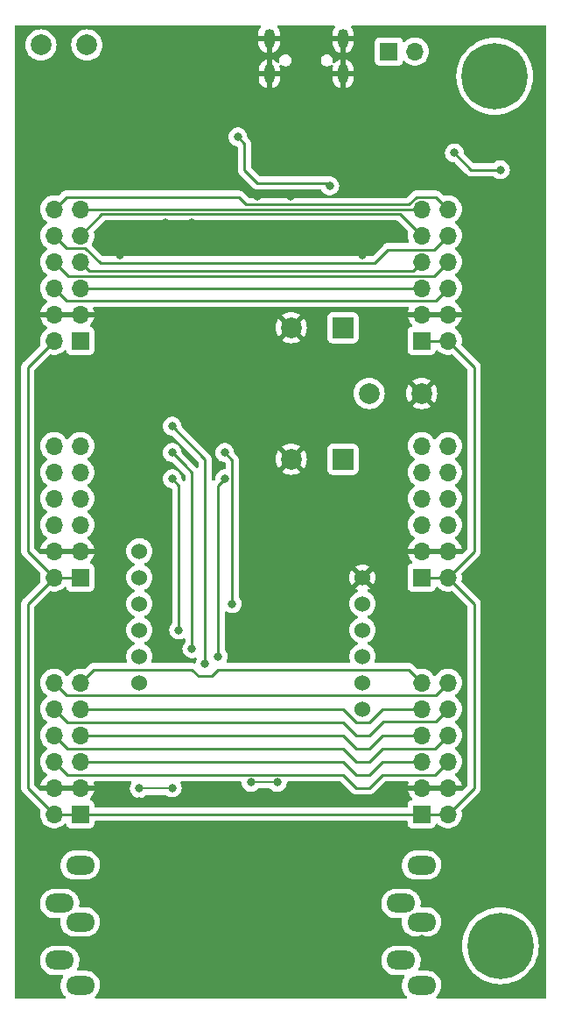
<source format=gbr>
%TF.GenerationSoftware,KiCad,Pcbnew,7.0.10*%
%TF.CreationDate,2024-01-02T11:24:53+01:00*%
%TF.ProjectId,sim800x_break,73696d38-3030-4785-9f62-7265616b2e6b,rev?*%
%TF.SameCoordinates,Original*%
%TF.FileFunction,Copper,L2,Bot*%
%TF.FilePolarity,Positive*%
%FSLAX46Y46*%
G04 Gerber Fmt 4.6, Leading zero omitted, Abs format (unit mm)*
G04 Created by KiCad (PCBNEW 7.0.10) date 2024-01-02 11:24:53*
%MOMM*%
%LPD*%
G01*
G04 APERTURE LIST*
%TA.AperFunction,ComponentPad*%
%ADD10R,1.700000X1.700000*%
%TD*%
%TA.AperFunction,ComponentPad*%
%ADD11O,1.700000X1.700000*%
%TD*%
%TA.AperFunction,ComponentPad*%
%ADD12C,2.000000*%
%TD*%
%TA.AperFunction,ComponentPad*%
%ADD13C,0.800000*%
%TD*%
%TA.AperFunction,ComponentPad*%
%ADD14C,6.400000*%
%TD*%
%TA.AperFunction,ComponentPad*%
%ADD15R,2.000000X2.000000*%
%TD*%
%TA.AperFunction,ComponentPad*%
%ADD16O,1.050000X1.850000*%
%TD*%
%TA.AperFunction,ComponentPad*%
%ADD17O,2.800000X1.800000*%
%TD*%
%TA.AperFunction,ComponentPad*%
%ADD18C,1.524000*%
%TD*%
%TA.AperFunction,ViaPad*%
%ADD19C,0.800000*%
%TD*%
%TA.AperFunction,Conductor*%
%ADD20C,0.200000*%
%TD*%
%TA.AperFunction,Conductor*%
%ADD21C,0.250000*%
%TD*%
G04 APERTURE END LIST*
D10*
%TO.P,PMOD4,1,Pin_1*%
%TO.N,VCC*%
X111760000Y-68580000D03*
D11*
%TO.P,PMOD4,2,Pin_2*%
X114300000Y-68580000D03*
%TO.P,PMOD4,3,Pin_3*%
%TO.N,GND*%
X111760000Y-66040000D03*
%TO.P,PMOD4,4,Pin_4*%
X114300000Y-66040000D03*
%TO.P,PMOD4,5,Pin_5*%
%TO.N,PMOD_I2C_SDA*%
X111760000Y-63500000D03*
%TO.P,PMOD4,6,Pin_6*%
%TO.N,PMOD_I2C_GPIO4*%
X114300000Y-63500000D03*
%TO.P,PMOD4,7,Pin_7*%
%TO.N,PMOD_I2C_SCL*%
X111760000Y-60960000D03*
%TO.P,PMOD4,8,Pin_8*%
%TO.N,PMOD_I2C_GPIO3*%
X114300000Y-60960000D03*
%TO.P,PMOD4,9,Pin_9*%
%TO.N,PMOD_I2C_RESET*%
X111760000Y-58420000D03*
%TO.P,PMOD4,10,Pin_10*%
%TO.N,PMOD_I2C_GPIO2*%
X114300000Y-58420000D03*
%TO.P,PMOD4,11,Pin_11*%
%TO.N,PMOD_I2C_INT*%
X111760000Y-55880000D03*
%TO.P,PMOD4,12,Pin_12*%
%TO.N,PMOD_I2C_GPIO1*%
X114300000Y-55880000D03*
%TD*%
D10*
%TO.P,PMOD3,1,Pin_1*%
%TO.N,VCC*%
X78740000Y-114300000D03*
D11*
%TO.P,PMOD3,2,Pin_2*%
X76200000Y-114300000D03*
%TO.P,PMOD3,3,Pin_3*%
%TO.N,GND*%
X78740000Y-111760000D03*
%TO.P,PMOD3,4,Pin_4*%
X76200000Y-111760000D03*
%TO.P,PMOD3,5,Pin_5*%
%TO.N,PMOD_SPI_SCK*%
X78740000Y-109220000D03*
%TO.P,PMOD3,6,Pin_6*%
%TO.N,PMOD_SPI_GPIO4_CS3*%
X76200000Y-109220000D03*
%TO.P,PMOD3,7,Pin_7*%
%TO.N,PMOD_SPI_MISO*%
X78740000Y-106680000D03*
%TO.P,PMOD3,8,Pin_8*%
%TO.N,PMOD_SPI_GPIO3_CS2*%
X76200000Y-106680000D03*
%TO.P,PMOD3,9,Pin_9*%
%TO.N,PMOD_SPI_MOSI*%
X78740000Y-104140000D03*
%TO.P,PMOD3,10,Pin_10*%
%TO.N,PMOD_SPI_GPIO2_RESET*%
X76200000Y-104140000D03*
%TO.P,PMOD3,11,Pin_11*%
%TO.N,PMOD_SPI_CS*%
X78740000Y-101600000D03*
%TO.P,PMOD3,12,Pin_12*%
%TO.N,PMOD_SPI_GPIO1_INT*%
X76200000Y-101600000D03*
%TD*%
D10*
%TO.P,PMOD2,1,Pin_1*%
%TO.N,VCC*%
X78740000Y-91440000D03*
D11*
%TO.P,PMOD2,2,Pin_2*%
X76200000Y-91440000D03*
%TO.P,PMOD2,3,Pin_3*%
%TO.N,GND*%
X78740000Y-88900000D03*
%TO.P,PMOD2,4,Pin_4*%
X76200000Y-88900000D03*
%TO.P,PMOD2,5,Pin_5*%
%TO.N,PMOD_UART_RTS*%
X78740000Y-86360000D03*
%TO.P,PMOD2,6,Pin_6*%
%TO.N,PMOD_UART_GPIO4*%
X76200000Y-86360000D03*
%TO.P,PMOD2,7,Pin_7*%
%TO.N,MCU_RXD*%
X78740000Y-83820000D03*
%TO.P,PMOD2,8,Pin_8*%
%TO.N,MCU_DTR*%
X76200000Y-83820000D03*
%TO.P,PMOD2,9,Pin_9*%
%TO.N,MCU_TXD*%
X78740000Y-81280000D03*
%TO.P,PMOD2,10,Pin_10*%
%TO.N,MCU_nRST*%
X76200000Y-81280000D03*
%TO.P,PMOD2,11,Pin_11*%
%TO.N,PMOD_UART_CTS*%
X78740000Y-78740000D03*
%TO.P,PMOD2,12,Pin_12*%
%TO.N,MCU_RING*%
X76200000Y-78740000D03*
%TD*%
D10*
%TO.P,PMOD1,1,Pin_1*%
%TO.N,VCC*%
X78740000Y-68580000D03*
D11*
%TO.P,PMOD1,2,Pin_2*%
X76200000Y-68580000D03*
%TO.P,PMOD1,3,Pin_3*%
%TO.N,GND*%
X78740000Y-66040000D03*
%TO.P,PMOD1,4,Pin_4*%
X76200000Y-66040000D03*
%TO.P,PMOD1,5,Pin_5*%
%TO.N,PMOD_I2C_SDA*%
X78740000Y-63500000D03*
%TO.P,PMOD1,6,Pin_6*%
%TO.N,PMOD_I2C_GPIO4*%
X76200000Y-63500000D03*
%TO.P,PMOD1,7,Pin_7*%
%TO.N,PMOD_I2C_SCL*%
X78740000Y-60960000D03*
%TO.P,PMOD1,8,Pin_8*%
%TO.N,PMOD_I2C_GPIO3*%
X76200000Y-60960000D03*
%TO.P,PMOD1,9,Pin_9*%
%TO.N,PMOD_I2C_RESET*%
X78740000Y-58420000D03*
%TO.P,PMOD1,10,Pin_10*%
%TO.N,PMOD_I2C_GPIO2*%
X76200000Y-58420000D03*
%TO.P,PMOD1,11,Pin_11*%
%TO.N,PMOD_I2C_INT*%
X78740000Y-55880000D03*
%TO.P,PMOD1,12,Pin_12*%
%TO.N,PMOD_I2C_GPIO1*%
X76200000Y-55880000D03*
%TD*%
D12*
%TO.P,TP3,1,1*%
%TO.N,DCDC_OUT*%
X74930000Y-40005000D03*
%TD*%
D13*
%TO.P,H2,1*%
%TO.N,N/C*%
X119380000Y-124600000D03*
X121077056Y-125302944D03*
X117682944Y-125302944D03*
X121780000Y-127000000D03*
D14*
X119380000Y-127000000D03*
D13*
X116980000Y-127000000D03*
X121077056Y-128697056D03*
X117682944Y-128697056D03*
X119380000Y-129400000D03*
%TD*%
D15*
%TO.P,C14,1*%
%TO.N,VMODEM*%
X104140000Y-67310000D03*
D12*
%TO.P,C14,2*%
%TO.N,GND*%
X99140000Y-67310000D03*
%TD*%
D16*
%TO.P,J5,6,Shield*%
%TO.N,GND*%
X104159000Y-42820000D03*
X104159000Y-39370000D03*
X97034000Y-42820000D03*
X97009000Y-39370000D03*
%TD*%
D13*
%TO.P,H1,1*%
%TO.N,N/C*%
X118835000Y-40640000D03*
X120532056Y-41342944D03*
X117137944Y-41342944D03*
X121235000Y-43040000D03*
D14*
X118835000Y-43040000D03*
D13*
X116435000Y-43040000D03*
X120532056Y-44737056D03*
X117137944Y-44737056D03*
X118835000Y-45440000D03*
%TD*%
D10*
%TO.P,PMOD5,1,Pin_1*%
%TO.N,VCC*%
X111760000Y-114300000D03*
D11*
%TO.P,PMOD5,2,Pin_2*%
X114300000Y-114300000D03*
%TO.P,PMOD5,3,Pin_3*%
%TO.N,GND*%
X111760000Y-111760000D03*
%TO.P,PMOD5,4,Pin_4*%
X114300000Y-111760000D03*
%TO.P,PMOD5,5,Pin_5*%
%TO.N,PMOD_SPI_SCK*%
X111760000Y-109220000D03*
%TO.P,PMOD5,6,Pin_6*%
%TO.N,PMOD_SPI_GPIO4_CS3*%
X114300000Y-109220000D03*
%TO.P,PMOD5,7,Pin_7*%
%TO.N,PMOD_SPI_MISO*%
X111760000Y-106680000D03*
%TO.P,PMOD5,8,Pin_8*%
%TO.N,PMOD_SPI_GPIO3_CS2*%
X114300000Y-106680000D03*
%TO.P,PMOD5,9,Pin_9*%
%TO.N,PMOD_SPI_MOSI*%
X111760000Y-104140000D03*
%TO.P,PMOD5,10,Pin_10*%
%TO.N,PMOD_SPI_GPIO2_RESET*%
X114300000Y-104140000D03*
%TO.P,PMOD5,11,Pin_11*%
%TO.N,PMOD_SPI_CS*%
X111760000Y-101600000D03*
%TO.P,PMOD5,12,Pin_12*%
%TO.N,PMOD_SPI_GPIO1_INT*%
X114300000Y-101600000D03*
%TD*%
D12*
%TO.P,TP1,1,1*%
%TO.N,GND*%
X111760000Y-73660000D03*
%TD*%
%TO.P,TP4,1,1*%
%TO.N,VMODEM*%
X106680000Y-73660000D03*
%TD*%
D17*
%TO.P,J2,R*%
%TO.N,MIC+*%
X109760000Y-122910000D03*
%TO.P,J2,RN*%
%TO.N,N/C*%
X111760000Y-124710000D03*
%TO.P,J2,S*%
%TO.N,MIC-*%
X111760000Y-130810000D03*
%TO.P,J2,T*%
%TO.N,MIC+*%
X109760000Y-128410000D03*
%TO.P,J2,TN*%
%TO.N,N/C*%
X111760000Y-119210000D03*
%TD*%
D10*
%TO.P,J1,1,Pin_1*%
%TO.N,BAT+*%
X108585000Y-40640000D03*
D11*
%TO.P,J1,2,Pin_2*%
%TO.N,BAT-*%
X111125000Y-40640000D03*
%TD*%
D12*
%TO.P,TP2,1,1*%
%TO.N,DCDC_IN*%
X79375000Y-40005000D03*
%TD*%
D18*
%TO.P,U1,1,ANT*%
%TO.N,MOD_ANT*%
X106045000Y-104140000D03*
%TO.P,U1,2,VCC*%
%TO.N,VMODEM*%
X106045000Y-101600000D03*
%TO.P,U1,3,RST*%
%TO.N,MOD_nRST*%
X106045000Y-99060000D03*
%TO.P,U1,4,RxD*%
%TO.N,MOD_RXD*%
X106045000Y-96520000D03*
%TO.P,U1,5,TxD*%
%TO.N,MOD_TXD*%
X106045000Y-93980000D03*
%TO.P,U1,6,GND*%
%TO.N,GND*%
X106045000Y-91440000D03*
%TO.P,U1,7,SPKN*%
%TO.N,SPK-*%
X84455000Y-88900000D03*
%TO.P,U1,8,SPKP*%
%TO.N,SPK+*%
X84455000Y-91440000D03*
%TO.P,U1,9,MICN*%
%TO.N,MIC-*%
X84455000Y-93980000D03*
%TO.P,U1,10,MICP*%
%TO.N,MIC+*%
X84455000Y-96520000D03*
%TO.P,U1,11,DTR*%
%TO.N,MOD_DTR*%
X84455000Y-99060000D03*
%TO.P,U1,12,RING*%
%TO.N,MOD_RING*%
X84455000Y-101600000D03*
%TD*%
D17*
%TO.P,J3,R*%
%TO.N,SPK+*%
X76740000Y-122910000D03*
%TO.P,J3,RN*%
%TO.N,N/C*%
X78740000Y-124710000D03*
%TO.P,J3,S*%
%TO.N,SPK-*%
X78740000Y-130810000D03*
%TO.P,J3,T*%
%TO.N,SPK+*%
X76740000Y-128410000D03*
%TO.P,J3,TN*%
%TO.N,N/C*%
X78740000Y-119210000D03*
%TD*%
D15*
%TO.P,C8,1*%
%TO.N,VMODEM*%
X104140000Y-80010000D03*
D12*
%TO.P,C8,2*%
%TO.N,GND*%
X99140000Y-80010000D03*
%TD*%
D10*
%TO.P,PMOD6,1,Pin_1*%
%TO.N,VCC*%
X111760000Y-91440000D03*
D11*
%TO.P,PMOD6,2,Pin_2*%
X114300000Y-91440000D03*
%TO.P,PMOD6,3,Pin_3*%
%TO.N,GND*%
X111760000Y-88900000D03*
%TO.P,PMOD6,4,Pin_4*%
X114300000Y-88900000D03*
%TO.P,PMOD6,5,Pin_5*%
%TO.N,unconnected-(PMOD6-Pin_5-Pad5)*%
X111760000Y-86360000D03*
%TO.P,PMOD6,6,Pin_6*%
%TO.N,unconnected-(PMOD6-Pin_6-Pad6)*%
X114300000Y-86360000D03*
%TO.P,PMOD6,7,Pin_7*%
%TO.N,unconnected-(PMOD6-Pin_7-Pad7)*%
X111760000Y-83820000D03*
%TO.P,PMOD6,8,Pin_8*%
%TO.N,unconnected-(PMOD6-Pin_8-Pad8)*%
X114300000Y-83820000D03*
%TO.P,PMOD6,9,Pin_9*%
%TO.N,unconnected-(PMOD6-Pin_9-Pad9)*%
X111760000Y-81280000D03*
%TO.P,PMOD6,10,Pin_10*%
%TO.N,unconnected-(PMOD6-Pin_10-Pad10)*%
X114300000Y-81280000D03*
%TO.P,PMOD6,11,Pin_11*%
%TO.N,unconnected-(PMOD6-Pin_11-Pad11)*%
X111760000Y-78740000D03*
%TO.P,PMOD6,12,Pin_12*%
%TO.N,unconnected-(PMOD6-Pin_12-Pad12)*%
X114300000Y-78740000D03*
%TD*%
D19*
%TO.N,GND*%
X84455000Y-116205000D03*
X84455000Y-116205000D03*
X84455000Y-113030000D03*
X88265000Y-113030000D03*
X92075000Y-113030000D03*
X86995000Y-84455000D03*
X97790000Y-51435000D03*
X85725000Y-46355000D03*
X106045000Y-60325000D03*
X86995000Y-57150000D03*
X114935000Y-40640000D03*
X109220000Y-50165000D03*
X99060000Y-54610000D03*
X88265000Y-47625000D03*
X76835000Y-48260000D03*
X121920000Y-46355000D03*
X82550000Y-60325000D03*
X95885000Y-58420000D03*
X76835000Y-48260000D03*
X86995000Y-57150000D03*
X89535000Y-57150000D03*
X81280000Y-124460000D03*
X98425000Y-48895000D03*
X90805000Y-51435000D03*
X92075000Y-59055000D03*
X121920000Y-39370000D03*
X95885000Y-48895000D03*
X95885000Y-54610000D03*
X102235000Y-46355000D03*
X76835000Y-45720000D03*
X111125000Y-42545000D03*
X93345000Y-51435000D03*
X121324315Y-49577295D03*
X111760000Y-126365000D03*
X100330000Y-51435000D03*
X108585000Y-120015000D03*
%TO.N,SPK-*%
X84455000Y-111824500D03*
X87630000Y-111760000D03*
%TO.N,MIC-*%
X97790000Y-111214500D03*
X95250000Y-111214500D03*
%TO.N,MOD_RXD*%
X87630000Y-81915000D03*
X88265000Y-96520000D03*
%TO.N,MOD_TXD*%
X93435000Y-93980000D03*
X92710000Y-79375000D03*
%TO.N,MOD_DTR*%
X92075000Y-99060000D03*
X92710000Y-81915000D03*
%TO.N,MOD_RING*%
X90805000Y-99784500D03*
X87630000Y-76835000D03*
%TO.N,MOD_nRST*%
X89535000Y-98335500D03*
X87630000Y-79375000D03*
%TO.N,Net-(U2-PROG)*%
X114935000Y-50442500D03*
X119380000Y-52070000D03*
%TO.N,Net-(U4-EN)*%
X102870000Y-53617500D03*
X93980000Y-48895000D03*
%TD*%
D20*
%TO.N,SPK-*%
X87565500Y-111824500D02*
X87630000Y-111760000D01*
X84455000Y-111824500D02*
X87565500Y-111824500D01*
%TO.N,MIC-*%
X95250000Y-111214500D02*
X97790000Y-111214500D01*
D21*
%TO.N,VCC*%
X76200000Y-91440000D02*
X78740000Y-91440000D01*
X73660000Y-111760000D02*
X76200000Y-114300000D01*
X114300000Y-91440000D02*
X116840000Y-88900000D01*
X114300000Y-91440000D02*
X111760000Y-91440000D01*
X116840000Y-111760000D02*
X114300000Y-114300000D01*
X73660000Y-71120000D02*
X73660000Y-88900000D01*
X76200000Y-91440000D02*
X73660000Y-93980000D01*
X73660000Y-88900000D02*
X76200000Y-91440000D01*
X116840000Y-71120000D02*
X114300000Y-68580000D01*
X76200000Y-114300000D02*
X78740000Y-114300000D01*
X116840000Y-88900000D02*
X116840000Y-71120000D01*
X73660000Y-93980000D02*
X73660000Y-111760000D01*
X114300000Y-91440000D02*
X116840000Y-93980000D01*
X111760000Y-114300000D02*
X114300000Y-114300000D01*
X116840000Y-93980000D02*
X116840000Y-111760000D01*
X76200000Y-68580000D02*
X73660000Y-71120000D01*
X111760000Y-114300000D02*
X78740000Y-114300000D01*
X111760000Y-68580000D02*
X114300000Y-68580000D01*
%TO.N,PMOD_I2C_SDA*%
X78740000Y-63500000D02*
X111760000Y-63500000D01*
%TO.N,PMOD_I2C_GPIO4*%
X77375000Y-64675000D02*
X76200000Y-63500000D01*
X113125000Y-64675000D02*
X77375000Y-64675000D01*
X114300000Y-63500000D02*
X113125000Y-64675000D01*
%TO.N,PMOD_I2C_SCL*%
X110910000Y-61810000D02*
X111760000Y-60960000D01*
X79590000Y-61810000D02*
X110910000Y-61810000D01*
X78740000Y-60960000D02*
X79590000Y-61810000D01*
%TO.N,PMOD_I2C_GPIO3*%
X112935000Y-62325000D02*
X77565000Y-62325000D01*
X77565000Y-62325000D02*
X76200000Y-60960000D01*
X114300000Y-60960000D02*
X112935000Y-62325000D01*
%TO.N,PMOD_I2C_RESET*%
X80830000Y-56330000D02*
X109670000Y-56330000D01*
X109670000Y-56330000D02*
X111760000Y-58420000D01*
X78740000Y-58420000D02*
X80830000Y-56330000D01*
%TO.N,PMOD_I2C_GPIO2*%
X107225000Y-61050000D02*
X80681701Y-61050000D01*
X114300000Y-58420000D02*
X112935000Y-59785000D01*
X79226701Y-59595000D02*
X77375000Y-59595000D01*
X108490000Y-59785000D02*
X107225000Y-61050000D01*
X80681701Y-61050000D02*
X79226701Y-59595000D01*
X112935000Y-59785000D02*
X108490000Y-59785000D01*
X77375000Y-59595000D02*
X76200000Y-58420000D01*
%TO.N,PMOD_I2C_INT*%
X78740000Y-55880000D02*
X111760000Y-55880000D01*
%TO.N,PMOD_I2C_GPIO1*%
X94800000Y-55430000D02*
X110548299Y-55430000D01*
X77375000Y-54705000D02*
X94075000Y-54705000D01*
X111273299Y-54705000D02*
X113125000Y-54705000D01*
X76200000Y-55880000D02*
X77375000Y-54705000D01*
X113125000Y-54705000D02*
X114300000Y-55880000D01*
X110548299Y-55430000D02*
X111273299Y-54705000D01*
X94075000Y-54705000D02*
X94800000Y-55430000D01*
%TO.N,PMOD_SPI_SCK*%
X104140000Y-109220000D02*
X105410000Y-110490000D01*
X106680000Y-110490000D02*
X107950000Y-109220000D01*
X107950000Y-109220000D02*
X111760000Y-109220000D01*
X105410000Y-110490000D02*
X106680000Y-110490000D01*
X78740000Y-109220000D02*
X104140000Y-109220000D01*
%TO.N,PMOD_SPI_GPIO4_CS3*%
X77470000Y-110490000D02*
X76200000Y-109220000D01*
X113030000Y-110490000D02*
X107950000Y-110490000D01*
X106680000Y-111760000D02*
X105410000Y-111760000D01*
X114300000Y-109220000D02*
X113030000Y-110490000D01*
X104140000Y-110490000D02*
X77470000Y-110490000D01*
X107950000Y-110490000D02*
X106680000Y-111760000D01*
X105410000Y-111760000D02*
X104140000Y-110490000D01*
%TO.N,PMOD_SPI_MISO*%
X107950000Y-106680000D02*
X111760000Y-106680000D01*
X78740000Y-106680000D02*
X104140000Y-106680000D01*
X104140000Y-106680000D02*
X105410000Y-107950000D01*
X106680000Y-107950000D02*
X107950000Y-106680000D01*
X105410000Y-107950000D02*
X106680000Y-107950000D01*
%TO.N,PMOD_SPI_GPIO3_CS2*%
X77470000Y-107950000D02*
X76200000Y-106680000D01*
X104140000Y-107950000D02*
X77470000Y-107950000D01*
X114300000Y-106680000D02*
X113030000Y-107950000D01*
X106680000Y-109220000D02*
X105410000Y-109220000D01*
X105410000Y-109220000D02*
X104140000Y-107950000D01*
X113030000Y-107950000D02*
X107950000Y-107950000D01*
X107950000Y-107950000D02*
X106680000Y-109220000D01*
%TO.N,PMOD_SPI_MOSI*%
X104140000Y-104140000D02*
X105410000Y-105410000D01*
X105410000Y-105410000D02*
X106680000Y-105410000D01*
X106680000Y-105410000D02*
X107950000Y-104140000D01*
X78740000Y-104140000D02*
X104140000Y-104140000D01*
X107950000Y-104140000D02*
X111760000Y-104140000D01*
%TO.N,PMOD_SPI_GPIO2_RESET*%
X108045000Y-105315000D02*
X106680000Y-106680000D01*
X114300000Y-104140000D02*
X113125000Y-105315000D01*
X77470000Y-105410000D02*
X76200000Y-104140000D01*
X105410000Y-106680000D02*
X104140000Y-105410000D01*
X113125000Y-105315000D02*
X108045000Y-105315000D01*
X104140000Y-105410000D02*
X77470000Y-105410000D01*
X106680000Y-106680000D02*
X105410000Y-106680000D01*
%TO.N,PMOD_SPI_CS*%
X78740000Y-101600000D02*
X80010000Y-100330000D01*
X89535000Y-100330000D02*
X90170000Y-100965000D01*
X92075000Y-100330000D02*
X110490000Y-100330000D01*
X91440000Y-100965000D02*
X92075000Y-100330000D01*
X110490000Y-100330000D02*
X111760000Y-101600000D01*
X90170000Y-100965000D02*
X91440000Y-100965000D01*
X80010000Y-100330000D02*
X89535000Y-100330000D01*
%TO.N,PMOD_SPI_GPIO1_INT*%
X113125000Y-102775000D02*
X77375000Y-102775000D01*
X114300000Y-101600000D02*
X113125000Y-102775000D01*
X77375000Y-102775000D02*
X76200000Y-101600000D01*
%TO.N,MOD_RXD*%
X88265000Y-82550000D02*
X88265000Y-96520000D01*
X87630000Y-81915000D02*
X88265000Y-82550000D01*
%TO.N,MOD_TXD*%
X92710000Y-79375000D02*
X93435000Y-80100000D01*
X93435000Y-80100000D02*
X93435000Y-93980000D01*
%TO.N,MOD_DTR*%
X92075000Y-82550000D02*
X92710000Y-81915000D01*
X92075000Y-99060000D02*
X92075000Y-82550000D01*
%TO.N,MOD_RING*%
X90805000Y-80010000D02*
X87630000Y-76835000D01*
X90805000Y-99784500D02*
X90805000Y-80010000D01*
%TO.N,MOD_nRST*%
X88900000Y-80645000D02*
X89535000Y-81280000D01*
X89535000Y-81280000D02*
X89535000Y-98425000D01*
X87630000Y-79375000D02*
X88900000Y-80645000D01*
%TO.N,Net-(U2-PROG)*%
X119380000Y-52070000D02*
X116562500Y-52070000D01*
X116562500Y-52070000D02*
X114935000Y-50442500D01*
%TO.N,Net-(U4-EN)*%
X94615000Y-52070000D02*
X95885000Y-53340000D01*
X93980000Y-48895000D02*
X94615000Y-49530000D01*
X102592500Y-53340000D02*
X102870000Y-53617500D01*
X94615000Y-49530000D02*
X94615000Y-52070000D01*
X95885000Y-53340000D02*
X102592500Y-53340000D01*
%TD*%
%TA.AperFunction,Conductor*%
%TO.N,GND*%
G36*
X83660561Y-111143502D02*
G01*
X83707054Y-111197158D01*
X83717158Y-111267432D01*
X83701559Y-111312498D01*
X83661449Y-111381971D01*
X83620476Y-111452938D01*
X83620473Y-111452945D01*
X83561457Y-111634572D01*
X83541496Y-111824500D01*
X83561457Y-112014427D01*
X83578740Y-112067617D01*
X83620473Y-112196056D01*
X83643610Y-112236131D01*
X83715958Y-112361441D01*
X83715965Y-112361451D01*
X83843744Y-112503364D01*
X83843747Y-112503366D01*
X83998248Y-112615618D01*
X84172712Y-112693294D01*
X84359513Y-112733000D01*
X84550487Y-112733000D01*
X84737288Y-112693294D01*
X84911752Y-112615618D01*
X85066253Y-112503366D01*
X85066255Y-112503364D01*
X85092074Y-112474690D01*
X85152520Y-112437450D01*
X85185710Y-112433000D01*
X86969733Y-112433000D01*
X87037854Y-112453002D01*
X87043794Y-112457064D01*
X87173248Y-112551118D01*
X87347712Y-112628794D01*
X87534513Y-112668500D01*
X87725487Y-112668500D01*
X87912288Y-112628794D01*
X88086752Y-112551118D01*
X88241253Y-112438866D01*
X88242528Y-112437450D01*
X88369034Y-112296951D01*
X88369035Y-112296949D01*
X88369040Y-112296944D01*
X88464527Y-112131556D01*
X88523542Y-111949928D01*
X88543504Y-111760000D01*
X88523542Y-111570072D01*
X88464527Y-111388444D01*
X88433699Y-111335048D01*
X88420681Y-111312500D01*
X88403943Y-111243504D01*
X88427164Y-111176413D01*
X88482971Y-111132526D01*
X88529800Y-111123500D01*
X94213481Y-111123500D01*
X94281602Y-111143502D01*
X94328095Y-111197158D01*
X94338790Y-111236326D01*
X94345894Y-111303919D01*
X94356457Y-111404427D01*
X94369772Y-111445405D01*
X94415473Y-111586056D01*
X94415476Y-111586061D01*
X94510958Y-111751441D01*
X94510965Y-111751451D01*
X94638744Y-111893364D01*
X94646084Y-111898697D01*
X94793248Y-112005618D01*
X94967712Y-112083294D01*
X95154513Y-112123000D01*
X95345487Y-112123000D01*
X95532288Y-112083294D01*
X95706752Y-112005618D01*
X95861253Y-111893366D01*
X95861255Y-111893364D01*
X95887074Y-111864690D01*
X95947520Y-111827450D01*
X95980710Y-111823000D01*
X97059290Y-111823000D01*
X97127411Y-111843002D01*
X97152926Y-111864690D01*
X97178744Y-111893364D01*
X97186084Y-111898697D01*
X97333248Y-112005618D01*
X97507712Y-112083294D01*
X97694513Y-112123000D01*
X97885487Y-112123000D01*
X98072288Y-112083294D01*
X98246752Y-112005618D01*
X98401253Y-111893366D01*
X98401255Y-111893364D01*
X98529034Y-111751451D01*
X98529035Y-111751449D01*
X98529040Y-111751444D01*
X98624527Y-111586056D01*
X98683542Y-111404428D01*
X98701209Y-111236328D01*
X98728222Y-111170673D01*
X98786443Y-111130043D01*
X98826519Y-111123500D01*
X103825406Y-111123500D01*
X103893527Y-111143502D01*
X103914501Y-111160405D01*
X104902753Y-112148657D01*
X104912720Y-112161097D01*
X104912947Y-112160910D01*
X104917999Y-112167017D01*
X104918000Y-112167018D01*
X104955730Y-112202449D01*
X104967666Y-112213657D01*
X104970510Y-112216414D01*
X104990226Y-112236131D01*
X104993423Y-112238611D01*
X105002444Y-112246316D01*
X105034679Y-112276586D01*
X105034680Y-112276586D01*
X105034682Y-112276588D01*
X105052429Y-112286344D01*
X105068959Y-112297202D01*
X105084959Y-112309613D01*
X105125536Y-112327172D01*
X105136187Y-112332390D01*
X105174940Y-112353695D01*
X105194562Y-112358733D01*
X105213263Y-112365135D01*
X105225814Y-112370567D01*
X105231852Y-112373180D01*
X105231853Y-112373180D01*
X105231855Y-112373181D01*
X105275530Y-112380098D01*
X105287141Y-112382502D01*
X105329970Y-112393500D01*
X105350224Y-112393500D01*
X105369934Y-112395051D01*
X105372141Y-112395400D01*
X105389943Y-112398220D01*
X105433961Y-112394058D01*
X105445819Y-112393500D01*
X106596147Y-112393500D01*
X106611988Y-112395249D01*
X106612016Y-112394956D01*
X106619902Y-112395700D01*
X106619909Y-112395702D01*
X106687986Y-112393562D01*
X106691945Y-112393500D01*
X106719851Y-112393500D01*
X106719856Y-112393500D01*
X106723867Y-112392992D01*
X106735699Y-112392061D01*
X106779889Y-112390673D01*
X106799347Y-112385019D01*
X106818694Y-112381013D01*
X106838797Y-112378474D01*
X106879910Y-112362195D01*
X106891130Y-112358353D01*
X106915913Y-112351154D01*
X106933591Y-112346019D01*
X106933595Y-112346017D01*
X106951026Y-112335708D01*
X106968780Y-112327009D01*
X106987617Y-112319552D01*
X107023392Y-112293558D01*
X107033298Y-112287051D01*
X107071362Y-112264542D01*
X107085685Y-112250218D01*
X107100724Y-112237374D01*
X107102435Y-112236131D01*
X107117107Y-112225472D01*
X107145303Y-112191386D01*
X107153262Y-112182640D01*
X108175501Y-111160402D01*
X108237811Y-111126379D01*
X108264594Y-111123500D01*
X110363438Y-111123500D01*
X110431559Y-111143502D01*
X110478052Y-111197158D01*
X110488156Y-111267432D01*
X110478824Y-111300116D01*
X110471179Y-111317543D01*
X110471176Y-111317550D01*
X110423455Y-111505999D01*
X110423456Y-111506000D01*
X111328884Y-111506000D01*
X111300507Y-111550156D01*
X111260000Y-111688111D01*
X111260000Y-111831889D01*
X111300507Y-111969844D01*
X111328884Y-112014000D01*
X110423455Y-112014000D01*
X110471176Y-112202449D01*
X110471179Y-112202456D01*
X110561580Y-112408548D01*
X110684674Y-112596958D01*
X110827981Y-112752632D01*
X110859401Y-112816297D01*
X110851414Y-112886843D01*
X110806555Y-112941872D01*
X110779313Y-112956024D01*
X110663795Y-112999111D01*
X110663792Y-112999112D01*
X110546738Y-113086738D01*
X110459112Y-113203792D01*
X110459110Y-113203797D01*
X110408011Y-113340795D01*
X110408009Y-113340803D01*
X110401500Y-113401350D01*
X110401500Y-113540500D01*
X110381498Y-113608621D01*
X110327842Y-113655114D01*
X110275500Y-113666500D01*
X80224500Y-113666500D01*
X80156379Y-113646498D01*
X80109886Y-113592842D01*
X80098500Y-113540500D01*
X80098500Y-113401367D01*
X80098499Y-113401350D01*
X80091990Y-113340803D01*
X80091988Y-113340795D01*
X80040889Y-113203797D01*
X80040887Y-113203792D01*
X79953261Y-113086738D01*
X79836207Y-112999112D01*
X79836204Y-112999111D01*
X79720686Y-112956024D01*
X79663851Y-112913477D01*
X79639041Y-112846957D01*
X79654133Y-112777583D01*
X79672019Y-112752632D01*
X79815323Y-112596961D01*
X79938419Y-112408548D01*
X80028820Y-112202456D01*
X80028823Y-112202449D01*
X80076544Y-112014000D01*
X79171116Y-112014000D01*
X79199493Y-111969844D01*
X79240000Y-111831889D01*
X79240000Y-111688111D01*
X79199493Y-111550156D01*
X79171116Y-111506000D01*
X80076544Y-111506000D01*
X80076544Y-111505999D01*
X80028823Y-111317550D01*
X80028820Y-111317543D01*
X80021176Y-111300116D01*
X80012128Y-111229698D01*
X80042587Y-111165567D01*
X80102882Y-111128085D01*
X80136562Y-111123500D01*
X83592440Y-111123500D01*
X83660561Y-111143502D01*
G37*
%TD.AperFunction*%
%TA.AperFunction,Conductor*%
G36*
X110473230Y-65328502D02*
G01*
X110519723Y-65382158D01*
X110529827Y-65452432D01*
X110520496Y-65485114D01*
X110471179Y-65597543D01*
X110471176Y-65597550D01*
X110423455Y-65785999D01*
X110423456Y-65786000D01*
X111328884Y-65786000D01*
X111300507Y-65830156D01*
X111260000Y-65968111D01*
X111260000Y-66111889D01*
X111300507Y-66249844D01*
X111328884Y-66294000D01*
X110423455Y-66294000D01*
X110471176Y-66482449D01*
X110471179Y-66482456D01*
X110561580Y-66688548D01*
X110684674Y-66876958D01*
X110827981Y-67032632D01*
X110859401Y-67096297D01*
X110851414Y-67166843D01*
X110806555Y-67221872D01*
X110779313Y-67236024D01*
X110663795Y-67279111D01*
X110663792Y-67279112D01*
X110546738Y-67366738D01*
X110459112Y-67483792D01*
X110459110Y-67483797D01*
X110408011Y-67620795D01*
X110408009Y-67620803D01*
X110401500Y-67681350D01*
X110401500Y-69478649D01*
X110408009Y-69539196D01*
X110408011Y-69539204D01*
X110459110Y-69676202D01*
X110459112Y-69676207D01*
X110546738Y-69793261D01*
X110663792Y-69880887D01*
X110663794Y-69880888D01*
X110663796Y-69880889D01*
X110716919Y-69900703D01*
X110800795Y-69931988D01*
X110800803Y-69931990D01*
X110861350Y-69938499D01*
X110861355Y-69938499D01*
X110861362Y-69938500D01*
X110861368Y-69938500D01*
X112658632Y-69938500D01*
X112658638Y-69938500D01*
X112658645Y-69938499D01*
X112658649Y-69938499D01*
X112719196Y-69931990D01*
X112719199Y-69931989D01*
X112719201Y-69931989D01*
X112856204Y-69880889D01*
X112859782Y-69878211D01*
X112973261Y-69793261D01*
X113060886Y-69676208D01*
X113060885Y-69676208D01*
X113060889Y-69676204D01*
X113104999Y-69557939D01*
X113147545Y-69501107D01*
X113214066Y-69476296D01*
X113283440Y-69491388D01*
X113315753Y-69516635D01*
X113336529Y-69539204D01*
X113376762Y-69582908D01*
X113431331Y-69625381D01*
X113554424Y-69721189D01*
X113752426Y-69828342D01*
X113752427Y-69828342D01*
X113752428Y-69828343D01*
X113864227Y-69866723D01*
X113965365Y-69901444D01*
X114187431Y-69938500D01*
X114187435Y-69938500D01*
X114412565Y-69938500D01*
X114412569Y-69938500D01*
X114634635Y-69901444D01*
X114634651Y-69901438D01*
X114637751Y-69900654D01*
X114639072Y-69900703D01*
X114639777Y-69900586D01*
X114639801Y-69900730D01*
X114708698Y-69903311D01*
X114757795Y-69933699D01*
X116169595Y-71345499D01*
X116203621Y-71407811D01*
X116206500Y-71434594D01*
X116206500Y-88585403D01*
X116186498Y-88653524D01*
X116169595Y-88674498D01*
X115726998Y-89117095D01*
X115664686Y-89151121D01*
X115637903Y-89154000D01*
X114731116Y-89154000D01*
X114759493Y-89109844D01*
X114800000Y-88971889D01*
X114800000Y-88828111D01*
X114759493Y-88690156D01*
X114731116Y-88646000D01*
X115636544Y-88646000D01*
X115636544Y-88645999D01*
X115588823Y-88457550D01*
X115588820Y-88457543D01*
X115498419Y-88251451D01*
X115375325Y-88063041D01*
X115222902Y-87897465D01*
X115045301Y-87759232D01*
X115045300Y-87759231D01*
X115011791Y-87741097D01*
X114961401Y-87691083D01*
X114946050Y-87621766D01*
X114970612Y-87555153D01*
X115011790Y-87519472D01*
X115045576Y-87501189D01*
X115223240Y-87362906D01*
X115375722Y-87197268D01*
X115498860Y-87008791D01*
X115589296Y-86802616D01*
X115644564Y-86584368D01*
X115663156Y-86360000D01*
X115644564Y-86135632D01*
X115589296Y-85917384D01*
X115498860Y-85711209D01*
X115492140Y-85700924D01*
X115375724Y-85522734D01*
X115375720Y-85522729D01*
X115223237Y-85357091D01*
X115141382Y-85293381D01*
X115045576Y-85218811D01*
X115012319Y-85200813D01*
X114961929Y-85150802D01*
X114946576Y-85081485D01*
X114971136Y-85014872D01*
X115012320Y-84979186D01*
X115045576Y-84961189D01*
X115223240Y-84822906D01*
X115375722Y-84657268D01*
X115498860Y-84468791D01*
X115589296Y-84262616D01*
X115644564Y-84044368D01*
X115663156Y-83820000D01*
X115644564Y-83595632D01*
X115589296Y-83377384D01*
X115498860Y-83171209D01*
X115492140Y-83160924D01*
X115375724Y-82982734D01*
X115375720Y-82982729D01*
X115223237Y-82817091D01*
X115141382Y-82753381D01*
X115045576Y-82678811D01*
X115012319Y-82660813D01*
X114961929Y-82610802D01*
X114946576Y-82541485D01*
X114971136Y-82474872D01*
X115012320Y-82439186D01*
X115045576Y-82421189D01*
X115223240Y-82282906D01*
X115375722Y-82117268D01*
X115498860Y-81928791D01*
X115589296Y-81722616D01*
X115644564Y-81504368D01*
X115663156Y-81280000D01*
X115644564Y-81055632D01*
X115632122Y-81006500D01*
X115589297Y-80837387D01*
X115589296Y-80837386D01*
X115589296Y-80837384D01*
X115498860Y-80631209D01*
X115492140Y-80620924D01*
X115375724Y-80442734D01*
X115375720Y-80442729D01*
X115259570Y-80316559D01*
X115223240Y-80277094D01*
X115223239Y-80277093D01*
X115223237Y-80277091D01*
X115103445Y-80183853D01*
X115045576Y-80138811D01*
X115012319Y-80120813D01*
X114961929Y-80070802D01*
X114946576Y-80001485D01*
X114971136Y-79934872D01*
X115012320Y-79899186D01*
X115020846Y-79894572D01*
X115045576Y-79881189D01*
X115223240Y-79742906D01*
X115375722Y-79577268D01*
X115498860Y-79388791D01*
X115589296Y-79182616D01*
X115644564Y-78964368D01*
X115663156Y-78740000D01*
X115644564Y-78515632D01*
X115589296Y-78297384D01*
X115498860Y-78091209D01*
X115492140Y-78080924D01*
X115375724Y-77902734D01*
X115375720Y-77902729D01*
X115259570Y-77776559D01*
X115223240Y-77737094D01*
X115223239Y-77737093D01*
X115223237Y-77737091D01*
X115141382Y-77673381D01*
X115045576Y-77598811D01*
X114847574Y-77491658D01*
X114847572Y-77491657D01*
X114847571Y-77491656D01*
X114634639Y-77418557D01*
X114634630Y-77418555D01*
X114590476Y-77411187D01*
X114412569Y-77381500D01*
X114187431Y-77381500D01*
X114039211Y-77406233D01*
X113965369Y-77418555D01*
X113965360Y-77418557D01*
X113752428Y-77491656D01*
X113752426Y-77491658D01*
X113554426Y-77598810D01*
X113554424Y-77598811D01*
X113376762Y-77737091D01*
X113224279Y-77902729D01*
X113135483Y-78038643D01*
X113081479Y-78084731D01*
X113011131Y-78094306D01*
X112946774Y-78064329D01*
X112924517Y-78038643D01*
X112835720Y-77902729D01*
X112719570Y-77776559D01*
X112683240Y-77737094D01*
X112683239Y-77737093D01*
X112683237Y-77737091D01*
X112601382Y-77673381D01*
X112505576Y-77598811D01*
X112307574Y-77491658D01*
X112307572Y-77491657D01*
X112307571Y-77491656D01*
X112094639Y-77418557D01*
X112094630Y-77418555D01*
X112050476Y-77411187D01*
X111872569Y-77381500D01*
X111647431Y-77381500D01*
X111499211Y-77406233D01*
X111425369Y-77418555D01*
X111425360Y-77418557D01*
X111212428Y-77491656D01*
X111212426Y-77491658D01*
X111014426Y-77598810D01*
X111014424Y-77598811D01*
X110836762Y-77737091D01*
X110684279Y-77902729D01*
X110684275Y-77902734D01*
X110561141Y-78091206D01*
X110470703Y-78297386D01*
X110470702Y-78297387D01*
X110415437Y-78515624D01*
X110415436Y-78515630D01*
X110415436Y-78515632D01*
X110396844Y-78740000D01*
X110415187Y-78961367D01*
X110415437Y-78964375D01*
X110470702Y-79182612D01*
X110470703Y-79182613D01*
X110470704Y-79182616D01*
X110471782Y-79185073D01*
X110561141Y-79388793D01*
X110684275Y-79577265D01*
X110684279Y-79577270D01*
X110805213Y-79708637D01*
X110825280Y-79730436D01*
X110836762Y-79742908D01*
X110841624Y-79746692D01*
X111014424Y-79881189D01*
X111039154Y-79894572D01*
X111047680Y-79899186D01*
X111098071Y-79949200D01*
X111113423Y-80018516D01*
X111088862Y-80085129D01*
X111047680Y-80120813D01*
X111014426Y-80138810D01*
X111014424Y-80138811D01*
X110836762Y-80277091D01*
X110684279Y-80442729D01*
X110684275Y-80442734D01*
X110561141Y-80631206D01*
X110470703Y-80837386D01*
X110470702Y-80837387D01*
X110415437Y-81055624D01*
X110415436Y-81055630D01*
X110415436Y-81055632D01*
X110396844Y-81280000D01*
X110411833Y-81460889D01*
X110415437Y-81504375D01*
X110470702Y-81722612D01*
X110470703Y-81722613D01*
X110470704Y-81722616D01*
X110471782Y-81725073D01*
X110561141Y-81928793D01*
X110684275Y-82117265D01*
X110684279Y-82117270D01*
X110836762Y-82282908D01*
X110854106Y-82296407D01*
X111014424Y-82421189D01*
X111047680Y-82439186D01*
X111098071Y-82489200D01*
X111113423Y-82558516D01*
X111088862Y-82625129D01*
X111047680Y-82660813D01*
X111014426Y-82678810D01*
X111014424Y-82678811D01*
X110836762Y-82817091D01*
X110684279Y-82982729D01*
X110684275Y-82982734D01*
X110561141Y-83171206D01*
X110470703Y-83377386D01*
X110470702Y-83377387D01*
X110415437Y-83595624D01*
X110396844Y-83820000D01*
X110415437Y-84044375D01*
X110470702Y-84262612D01*
X110470703Y-84262613D01*
X110561141Y-84468793D01*
X110684275Y-84657265D01*
X110684279Y-84657270D01*
X110836762Y-84822908D01*
X110891331Y-84865381D01*
X111014424Y-84961189D01*
X111047680Y-84979186D01*
X111098071Y-85029200D01*
X111113423Y-85098516D01*
X111088862Y-85165129D01*
X111047680Y-85200813D01*
X111014426Y-85218810D01*
X111014424Y-85218811D01*
X110836762Y-85357091D01*
X110684279Y-85522729D01*
X110684275Y-85522734D01*
X110561141Y-85711206D01*
X110470703Y-85917386D01*
X110470702Y-85917387D01*
X110415437Y-86135624D01*
X110396844Y-86360000D01*
X110415437Y-86584375D01*
X110470702Y-86802612D01*
X110470703Y-86802613D01*
X110561141Y-87008793D01*
X110684275Y-87197265D01*
X110684279Y-87197270D01*
X110836762Y-87362908D01*
X110891331Y-87405381D01*
X111014424Y-87501189D01*
X111048205Y-87519470D01*
X111098596Y-87569482D01*
X111113949Y-87638799D01*
X111089389Y-87705412D01*
X111048209Y-87741096D01*
X111014704Y-87759228D01*
X111014698Y-87759232D01*
X110837097Y-87897465D01*
X110684674Y-88063041D01*
X110561580Y-88251451D01*
X110471179Y-88457543D01*
X110471176Y-88457550D01*
X110423455Y-88645999D01*
X110423456Y-88646000D01*
X111328884Y-88646000D01*
X111300507Y-88690156D01*
X111260000Y-88828111D01*
X111260000Y-88971889D01*
X111300507Y-89109844D01*
X111328884Y-89154000D01*
X110423455Y-89154000D01*
X110471176Y-89342449D01*
X110471179Y-89342456D01*
X110561580Y-89548548D01*
X110684674Y-89736958D01*
X110827981Y-89892632D01*
X110859401Y-89956297D01*
X110851414Y-90026843D01*
X110806555Y-90081872D01*
X110779313Y-90096024D01*
X110663795Y-90139111D01*
X110663792Y-90139112D01*
X110546738Y-90226738D01*
X110459112Y-90343792D01*
X110459110Y-90343797D01*
X110408011Y-90480795D01*
X110408009Y-90480803D01*
X110401500Y-90541350D01*
X110401500Y-92338649D01*
X110408009Y-92399196D01*
X110408011Y-92399204D01*
X110459110Y-92536202D01*
X110459112Y-92536207D01*
X110546738Y-92653261D01*
X110663792Y-92740887D01*
X110663794Y-92740888D01*
X110663796Y-92740889D01*
X110716919Y-92760703D01*
X110800795Y-92791988D01*
X110800803Y-92791990D01*
X110861350Y-92798499D01*
X110861355Y-92798499D01*
X110861362Y-92798500D01*
X110861368Y-92798500D01*
X112658632Y-92798500D01*
X112658638Y-92798500D01*
X112658645Y-92798499D01*
X112658649Y-92798499D01*
X112719196Y-92791990D01*
X112719199Y-92791989D01*
X112719201Y-92791989D01*
X112856204Y-92740889D01*
X112859782Y-92738211D01*
X112973261Y-92653261D01*
X113060886Y-92536208D01*
X113060885Y-92536208D01*
X113060889Y-92536204D01*
X113104999Y-92417939D01*
X113147545Y-92361107D01*
X113214066Y-92336296D01*
X113283440Y-92351388D01*
X113315753Y-92376635D01*
X113352896Y-92416983D01*
X113376762Y-92442908D01*
X113431331Y-92485381D01*
X113554424Y-92581189D01*
X113752426Y-92688342D01*
X113752427Y-92688342D01*
X113752428Y-92688343D01*
X113856358Y-92724022D01*
X113965365Y-92761444D01*
X114187431Y-92798500D01*
X114187435Y-92798500D01*
X114412565Y-92798500D01*
X114412569Y-92798500D01*
X114634635Y-92761444D01*
X114634651Y-92761438D01*
X114637751Y-92760654D01*
X114639072Y-92760703D01*
X114639777Y-92760586D01*
X114639801Y-92760730D01*
X114708698Y-92763311D01*
X114757795Y-92793699D01*
X116169595Y-94205499D01*
X116203621Y-94267811D01*
X116206500Y-94294594D01*
X116206500Y-111445403D01*
X116186498Y-111513524D01*
X116169595Y-111534498D01*
X115726998Y-111977095D01*
X115664686Y-112011121D01*
X115637903Y-112014000D01*
X114731116Y-112014000D01*
X114759493Y-111969844D01*
X114800000Y-111831889D01*
X114800000Y-111688111D01*
X114759493Y-111550156D01*
X114731116Y-111506000D01*
X115636544Y-111506000D01*
X115636544Y-111505999D01*
X115588823Y-111317550D01*
X115588820Y-111317543D01*
X115498419Y-111111451D01*
X115375325Y-110923041D01*
X115222902Y-110757465D01*
X115045301Y-110619232D01*
X115045300Y-110619231D01*
X115011791Y-110601097D01*
X114961401Y-110551083D01*
X114946050Y-110481766D01*
X114970612Y-110415153D01*
X115011790Y-110379472D01*
X115045576Y-110361189D01*
X115223240Y-110222906D01*
X115375722Y-110057268D01*
X115498860Y-109868791D01*
X115589296Y-109662616D01*
X115644564Y-109444368D01*
X115663156Y-109220000D01*
X115644564Y-108995632D01*
X115589296Y-108777384D01*
X115498860Y-108571209D01*
X115492140Y-108560924D01*
X115375724Y-108382734D01*
X115375720Y-108382729D01*
X115223237Y-108217091D01*
X115141382Y-108153381D01*
X115045576Y-108078811D01*
X115012319Y-108060813D01*
X114961929Y-108010802D01*
X114946576Y-107941485D01*
X114971136Y-107874872D01*
X115012320Y-107839186D01*
X115045576Y-107821189D01*
X115223240Y-107682906D01*
X115375722Y-107517268D01*
X115498860Y-107328791D01*
X115589296Y-107122616D01*
X115644564Y-106904368D01*
X115663156Y-106680000D01*
X115644564Y-106455632D01*
X115589296Y-106237384D01*
X115498860Y-106031209D01*
X115444824Y-105948500D01*
X115375724Y-105842734D01*
X115375720Y-105842729D01*
X115223237Y-105677091D01*
X115141382Y-105613381D01*
X115045576Y-105538811D01*
X115012319Y-105520813D01*
X114961929Y-105470802D01*
X114946576Y-105401485D01*
X114971136Y-105334872D01*
X115012320Y-105299186D01*
X115045576Y-105281189D01*
X115223240Y-105142906D01*
X115375722Y-104977268D01*
X115498860Y-104788791D01*
X115589296Y-104582616D01*
X115644564Y-104364368D01*
X115663156Y-104140000D01*
X115644564Y-103915632D01*
X115609953Y-103778957D01*
X115589297Y-103697387D01*
X115589296Y-103697386D01*
X115589296Y-103697384D01*
X115498860Y-103491209D01*
X115457892Y-103428502D01*
X115375724Y-103302734D01*
X115375720Y-103302729D01*
X115223237Y-103137091D01*
X115141382Y-103073381D01*
X115045576Y-102998811D01*
X115012319Y-102980813D01*
X114961929Y-102930802D01*
X114946576Y-102861485D01*
X114971136Y-102794872D01*
X115012320Y-102759186D01*
X115045576Y-102741189D01*
X115223240Y-102602906D01*
X115375722Y-102437268D01*
X115498860Y-102248791D01*
X115589296Y-102042616D01*
X115644564Y-101824368D01*
X115663156Y-101600000D01*
X115644564Y-101375632D01*
X115642102Y-101365910D01*
X115589297Y-101157387D01*
X115589296Y-101157386D01*
X115589296Y-101157384D01*
X115498860Y-100951209D01*
X115492140Y-100940924D01*
X115375724Y-100762734D01*
X115375720Y-100762729D01*
X115223237Y-100597091D01*
X115141382Y-100533381D01*
X115045576Y-100458811D01*
X114847574Y-100351658D01*
X114847572Y-100351657D01*
X114847571Y-100351656D01*
X114634639Y-100278557D01*
X114634630Y-100278555D01*
X114590476Y-100271187D01*
X114412569Y-100241500D01*
X114187431Y-100241500D01*
X114039211Y-100266233D01*
X113965369Y-100278555D01*
X113965360Y-100278557D01*
X113752428Y-100351656D01*
X113752426Y-100351658D01*
X113554426Y-100458810D01*
X113554424Y-100458811D01*
X113376762Y-100597091D01*
X113224279Y-100762729D01*
X113135483Y-100898643D01*
X113081479Y-100944731D01*
X113011131Y-100954306D01*
X112946774Y-100924329D01*
X112924517Y-100898643D01*
X112835720Y-100762729D01*
X112683237Y-100597091D01*
X112601382Y-100533381D01*
X112505576Y-100458811D01*
X112307574Y-100351658D01*
X112307572Y-100351657D01*
X112307571Y-100351656D01*
X112094639Y-100278557D01*
X112094630Y-100278555D01*
X112050476Y-100271187D01*
X111872569Y-100241500D01*
X111647431Y-100241500D01*
X111536496Y-100260011D01*
X111425355Y-100278557D01*
X111422213Y-100279353D01*
X111420889Y-100279303D01*
X111420224Y-100279414D01*
X111420201Y-100279277D01*
X111351267Y-100276675D01*
X111302204Y-100246299D01*
X110997244Y-99941339D01*
X110987279Y-99928901D01*
X110987052Y-99929090D01*
X110982001Y-99922984D01*
X110982000Y-99922982D01*
X110932348Y-99876356D01*
X110929505Y-99873600D01*
X110909777Y-99853871D01*
X110909771Y-99853866D01*
X110906567Y-99851380D01*
X110897556Y-99843683D01*
X110865325Y-99813417D01*
X110865319Y-99813413D01*
X110847563Y-99803651D01*
X110831047Y-99792802D01*
X110815041Y-99780386D01*
X110782691Y-99766387D01*
X110774464Y-99762827D01*
X110763807Y-99757605D01*
X110725063Y-99736306D01*
X110725060Y-99736305D01*
X110705436Y-99731266D01*
X110686736Y-99724864D01*
X110668145Y-99716819D01*
X110668143Y-99716818D01*
X110668141Y-99716818D01*
X110624474Y-99709901D01*
X110612855Y-99707495D01*
X110570030Y-99696500D01*
X110549776Y-99696500D01*
X110530066Y-99694949D01*
X110510057Y-99691780D01*
X110466039Y-99695941D01*
X110454181Y-99696500D01*
X107347817Y-99696500D01*
X107279696Y-99676498D01*
X107233203Y-99622842D01*
X107223099Y-99552568D01*
X107233623Y-99517249D01*
X107238169Y-99507500D01*
X107243440Y-99496196D01*
X107300978Y-99281463D01*
X107320353Y-99060000D01*
X107300978Y-98838537D01*
X107243440Y-98623804D01*
X107149488Y-98422324D01*
X107021977Y-98240219D01*
X106864781Y-98083023D01*
X106864777Y-98083020D01*
X106864772Y-98083016D01*
X106682677Y-97955512D01*
X106682675Y-97955511D01*
X106572627Y-97904195D01*
X106519342Y-97857278D01*
X106499881Y-97789001D01*
X106520423Y-97721041D01*
X106572627Y-97675805D01*
X106682677Y-97624488D01*
X106864781Y-97496977D01*
X107021977Y-97339781D01*
X107149488Y-97157677D01*
X107243440Y-96956196D01*
X107300978Y-96741463D01*
X107320353Y-96520000D01*
X107300978Y-96298537D01*
X107243440Y-96083804D01*
X107149488Y-95882324D01*
X107021977Y-95700219D01*
X106864781Y-95543023D01*
X106864777Y-95543020D01*
X106864772Y-95543016D01*
X106682677Y-95415512D01*
X106682675Y-95415511D01*
X106572627Y-95364195D01*
X106519342Y-95317278D01*
X106499881Y-95249001D01*
X106520423Y-95181041D01*
X106572627Y-95135805D01*
X106682677Y-95084488D01*
X106864781Y-94956977D01*
X107021977Y-94799781D01*
X107149488Y-94617677D01*
X107243440Y-94416196D01*
X107300978Y-94201463D01*
X107320353Y-93980000D01*
X107300978Y-93758537D01*
X107243440Y-93543804D01*
X107149488Y-93342324D01*
X107021977Y-93160219D01*
X106864781Y-93003023D01*
X106864777Y-93003020D01*
X106864772Y-93003016D01*
X106682677Y-92875512D01*
X106682675Y-92875511D01*
X106572035Y-92823919D01*
X106518750Y-92777002D01*
X106499289Y-92708725D01*
X106519831Y-92640765D01*
X106572035Y-92595529D01*
X106682425Y-92544053D01*
X106682426Y-92544052D01*
X106745603Y-92499814D01*
X106745603Y-92499812D01*
X106066791Y-91821000D01*
X106076569Y-91821000D01*
X106170421Y-91805339D01*
X106282251Y-91744820D01*
X106368371Y-91651269D01*
X106419448Y-91534823D01*
X106425538Y-91461329D01*
X107104812Y-92140603D01*
X107104814Y-92140603D01*
X107149052Y-92077426D01*
X107149053Y-92077425D01*
X107242966Y-91876027D01*
X107242968Y-91876023D01*
X107300482Y-91661374D01*
X107319850Y-91440000D01*
X107300482Y-91218625D01*
X107242968Y-91003976D01*
X107242966Y-91003972D01*
X107149051Y-90802571D01*
X107104815Y-90739395D01*
X107104813Y-90739395D01*
X106429392Y-91414816D01*
X106429949Y-91408102D01*
X106398734Y-91284838D01*
X106329187Y-91178388D01*
X106228843Y-91100287D01*
X106108578Y-91059000D01*
X106066790Y-91059000D01*
X106745603Y-90380185D01*
X106745603Y-90380184D01*
X106682425Y-90335946D01*
X106481027Y-90242033D01*
X106481023Y-90242031D01*
X106266374Y-90184517D01*
X106045000Y-90165149D01*
X105823625Y-90184517D01*
X105608976Y-90242031D01*
X105608972Y-90242033D01*
X105407575Y-90335946D01*
X105344394Y-90380185D01*
X106023209Y-91059000D01*
X106013431Y-91059000D01*
X105919579Y-91074661D01*
X105807749Y-91135180D01*
X105721629Y-91228731D01*
X105670552Y-91345177D01*
X105664461Y-91418670D01*
X104985185Y-90739394D01*
X104940946Y-90802575D01*
X104847033Y-91003972D01*
X104847031Y-91003976D01*
X104789517Y-91218625D01*
X104770149Y-91440000D01*
X104789517Y-91661374D01*
X104847031Y-91876023D01*
X104847033Y-91876027D01*
X104940946Y-92077425D01*
X104985184Y-92140603D01*
X104985185Y-92140603D01*
X105660607Y-91465181D01*
X105660051Y-91471898D01*
X105691266Y-91595162D01*
X105760813Y-91701612D01*
X105861157Y-91779713D01*
X105981422Y-91821000D01*
X106023210Y-91821000D01*
X105344395Y-92499813D01*
X105344395Y-92499814D01*
X105407575Y-92544053D01*
X105407574Y-92544053D01*
X105517964Y-92595529D01*
X105571249Y-92642447D01*
X105590710Y-92710724D01*
X105570168Y-92778684D01*
X105517964Y-92823919D01*
X105407323Y-92875512D01*
X105225222Y-93003020D01*
X105225216Y-93003025D01*
X105068025Y-93160216D01*
X105068020Y-93160222D01*
X104940512Y-93342323D01*
X104846561Y-93543801D01*
X104846559Y-93543806D01*
X104829239Y-93608445D01*
X104789022Y-93758537D01*
X104769647Y-93980000D01*
X104789022Y-94201463D01*
X104813977Y-94294594D01*
X104846559Y-94416193D01*
X104846561Y-94416199D01*
X104940511Y-94617675D01*
X104940512Y-94617677D01*
X105068016Y-94799772D01*
X105068020Y-94799777D01*
X105068023Y-94799781D01*
X105225219Y-94956977D01*
X105225223Y-94956980D01*
X105225227Y-94956983D01*
X105329124Y-95029732D01*
X105407323Y-95084488D01*
X105517373Y-95135805D01*
X105570658Y-95182722D01*
X105590119Y-95250999D01*
X105569577Y-95318959D01*
X105517373Y-95364195D01*
X105407323Y-95415512D01*
X105225222Y-95543020D01*
X105225216Y-95543025D01*
X105068025Y-95700216D01*
X105068020Y-95700222D01*
X104940512Y-95882323D01*
X104846561Y-96083801D01*
X104846559Y-96083806D01*
X104829239Y-96148445D01*
X104789022Y-96298537D01*
X104769647Y-96520000D01*
X104789022Y-96741463D01*
X104829239Y-96891554D01*
X104846559Y-96956193D01*
X104846561Y-96956199D01*
X104940511Y-97157675D01*
X104940512Y-97157677D01*
X105068016Y-97339772D01*
X105068020Y-97339777D01*
X105068023Y-97339781D01*
X105225219Y-97496977D01*
X105225223Y-97496980D01*
X105225227Y-97496983D01*
X105329124Y-97569732D01*
X105407323Y-97624488D01*
X105517373Y-97675805D01*
X105570658Y-97722722D01*
X105590119Y-97790999D01*
X105569577Y-97858959D01*
X105517373Y-97904195D01*
X105407323Y-97955512D01*
X105225222Y-98083020D01*
X105225216Y-98083025D01*
X105068025Y-98240216D01*
X105068020Y-98240222D01*
X104940512Y-98422323D01*
X104846561Y-98623801D01*
X104846559Y-98623806D01*
X104824251Y-98707061D01*
X104789022Y-98838537D01*
X104769647Y-99060000D01*
X104789022Y-99281463D01*
X104824253Y-99412944D01*
X104846559Y-99496193D01*
X104846563Y-99496203D01*
X104856377Y-99517249D01*
X104867039Y-99587440D01*
X104838060Y-99652253D01*
X104778641Y-99691110D01*
X104742183Y-99696500D01*
X92974800Y-99696500D01*
X92906679Y-99676498D01*
X92860186Y-99622842D01*
X92850082Y-99552568D01*
X92865681Y-99507500D01*
X92876789Y-99488259D01*
X92909527Y-99431556D01*
X92968542Y-99249928D01*
X92988504Y-99060000D01*
X92968542Y-98870072D01*
X92909527Y-98688444D01*
X92845869Y-98578185D01*
X92814042Y-98523059D01*
X92814041Y-98523058D01*
X92814040Y-98523056D01*
X92740863Y-98441784D01*
X92710146Y-98377776D01*
X92708500Y-98357474D01*
X92708500Y-94822423D01*
X92728502Y-94754302D01*
X92782158Y-94707809D01*
X92852432Y-94697705D01*
X92908560Y-94720486D01*
X92978248Y-94771118D01*
X93152712Y-94848794D01*
X93339513Y-94888500D01*
X93530487Y-94888500D01*
X93717288Y-94848794D01*
X93891752Y-94771118D01*
X94046253Y-94658866D01*
X94174040Y-94516944D01*
X94269527Y-94351556D01*
X94328542Y-94169928D01*
X94348504Y-93980000D01*
X94328542Y-93790072D01*
X94269527Y-93608444D01*
X94199990Y-93488002D01*
X94174042Y-93443059D01*
X94174041Y-93443058D01*
X94174040Y-93443056D01*
X94100863Y-93361784D01*
X94070146Y-93297776D01*
X94068500Y-93277474D01*
X94068500Y-80183853D01*
X94070249Y-80168011D01*
X94069956Y-80167984D01*
X94070702Y-80160091D01*
X94068562Y-80092000D01*
X94068500Y-80088042D01*
X94068500Y-80060150D01*
X94068500Y-80060144D01*
X94067993Y-80056135D01*
X94067062Y-80044306D01*
X94065985Y-80010000D01*
X97627337Y-80010000D01*
X97645960Y-80246632D01*
X97701371Y-80477437D01*
X97792208Y-80696738D01*
X97906896Y-80883890D01*
X97906897Y-80883890D01*
X98655638Y-80135149D01*
X98680507Y-80219844D01*
X98758239Y-80340798D01*
X98866900Y-80434952D01*
X98997685Y-80494680D01*
X99012411Y-80496797D01*
X98266107Y-81243101D01*
X98266108Y-81243102D01*
X98453261Y-81357791D01*
X98672562Y-81448628D01*
X98903367Y-81504039D01*
X99140000Y-81522662D01*
X99376632Y-81504039D01*
X99607437Y-81448628D01*
X99826738Y-81357791D01*
X100013890Y-81243102D01*
X100013891Y-81243102D01*
X99829438Y-81058649D01*
X102631500Y-81058649D01*
X102638009Y-81119196D01*
X102638011Y-81119204D01*
X102689110Y-81256202D01*
X102689112Y-81256207D01*
X102776738Y-81373261D01*
X102893792Y-81460887D01*
X102893794Y-81460888D01*
X102893796Y-81460889D01*
X102952875Y-81482924D01*
X103030795Y-81511988D01*
X103030803Y-81511990D01*
X103091350Y-81518499D01*
X103091355Y-81518499D01*
X103091362Y-81518500D01*
X103091368Y-81518500D01*
X105188632Y-81518500D01*
X105188638Y-81518500D01*
X105188645Y-81518499D01*
X105188649Y-81518499D01*
X105249196Y-81511990D01*
X105249199Y-81511989D01*
X105249201Y-81511989D01*
X105386204Y-81460889D01*
X105503261Y-81373261D01*
X105528091Y-81340092D01*
X105590887Y-81256207D01*
X105590887Y-81256206D01*
X105590889Y-81256204D01*
X105641989Y-81119201D01*
X105646787Y-81074578D01*
X105648499Y-81058649D01*
X105648500Y-81058632D01*
X105648500Y-78961367D01*
X105648499Y-78961350D01*
X105641990Y-78900803D01*
X105641988Y-78900795D01*
X105590889Y-78763797D01*
X105590887Y-78763792D01*
X105503261Y-78646738D01*
X105386207Y-78559112D01*
X105386202Y-78559110D01*
X105249204Y-78508011D01*
X105249196Y-78508009D01*
X105188649Y-78501500D01*
X105188638Y-78501500D01*
X103091362Y-78501500D01*
X103091350Y-78501500D01*
X103030803Y-78508009D01*
X103030795Y-78508011D01*
X102893797Y-78559110D01*
X102893792Y-78559112D01*
X102776738Y-78646738D01*
X102689112Y-78763792D01*
X102689110Y-78763797D01*
X102638011Y-78900795D01*
X102638009Y-78900803D01*
X102631500Y-78961350D01*
X102631500Y-81058649D01*
X99829438Y-81058649D01*
X99267587Y-80496797D01*
X99282315Y-80494680D01*
X99413100Y-80434952D01*
X99521761Y-80340798D01*
X99599493Y-80219844D01*
X99624361Y-80135150D01*
X100373102Y-80883891D01*
X100373102Y-80883890D01*
X100487791Y-80696738D01*
X100578628Y-80477437D01*
X100634039Y-80246632D01*
X100652662Y-80010000D01*
X100634039Y-79773367D01*
X100578628Y-79542562D01*
X100487791Y-79323261D01*
X100373102Y-79136108D01*
X100373101Y-79136107D01*
X99624360Y-79884848D01*
X99599493Y-79800156D01*
X99521761Y-79679202D01*
X99413100Y-79585048D01*
X99282315Y-79525320D01*
X99267586Y-79523202D01*
X100013890Y-78776897D01*
X100013890Y-78776896D01*
X99826738Y-78662208D01*
X99607437Y-78571371D01*
X99376632Y-78515960D01*
X99140000Y-78497337D01*
X98903367Y-78515960D01*
X98672562Y-78571371D01*
X98453266Y-78662206D01*
X98266108Y-78776897D01*
X98266108Y-78776898D01*
X99012412Y-79523202D01*
X98997685Y-79525320D01*
X98866900Y-79585048D01*
X98758239Y-79679202D01*
X98680507Y-79800156D01*
X98655639Y-79884849D01*
X97906898Y-79136108D01*
X97906897Y-79136108D01*
X97792206Y-79323266D01*
X97701371Y-79542562D01*
X97645960Y-79773367D01*
X97627337Y-80010000D01*
X94065985Y-80010000D01*
X94065674Y-80000111D01*
X94060017Y-79980642D01*
X94056012Y-79961298D01*
X94053474Y-79941203D01*
X94037196Y-79900092D01*
X94033356Y-79888877D01*
X94021018Y-79846407D01*
X94010706Y-79828970D01*
X94002010Y-79811221D01*
X93994552Y-79792383D01*
X93968552Y-79756598D01*
X93962059Y-79746714D01*
X93939542Y-79708638D01*
X93925214Y-79694310D01*
X93912384Y-79679289D01*
X93900472Y-79662893D01*
X93900469Y-79662891D01*
X93900469Y-79662890D01*
X93866400Y-79634705D01*
X93857622Y-79626717D01*
X93657121Y-79426216D01*
X93623095Y-79363904D01*
X93620908Y-79350306D01*
X93603542Y-79185072D01*
X93544527Y-79003444D01*
X93449040Y-78838056D01*
X93449038Y-78838054D01*
X93449034Y-78838048D01*
X93321255Y-78696135D01*
X93166752Y-78583882D01*
X92992288Y-78506206D01*
X92805487Y-78466500D01*
X92614513Y-78466500D01*
X92427711Y-78506206D01*
X92253247Y-78583882D01*
X92098744Y-78696135D01*
X91970965Y-78838048D01*
X91970958Y-78838058D01*
X91875476Y-79003438D01*
X91875473Y-79003445D01*
X91816457Y-79185072D01*
X91796496Y-79375000D01*
X91816457Y-79564927D01*
X91837901Y-79630923D01*
X91875473Y-79746556D01*
X91881161Y-79756408D01*
X91970958Y-79911941D01*
X91970965Y-79911951D01*
X92098744Y-80053864D01*
X92151234Y-80092000D01*
X92253248Y-80166118D01*
X92427712Y-80243794D01*
X92614513Y-80283500D01*
X92670404Y-80283500D01*
X92738525Y-80303502D01*
X92759491Y-80320396D01*
X92764587Y-80325491D01*
X92798618Y-80387800D01*
X92801500Y-80414595D01*
X92801500Y-80880500D01*
X92781498Y-80948621D01*
X92727842Y-80995114D01*
X92675500Y-81006500D01*
X92614513Y-81006500D01*
X92427711Y-81046206D01*
X92253247Y-81123882D01*
X92098744Y-81236135D01*
X91970965Y-81378048D01*
X91970958Y-81378058D01*
X91875476Y-81543438D01*
X91875473Y-81543445D01*
X91816457Y-81725072D01*
X91799092Y-81890292D01*
X91772079Y-81955949D01*
X91762877Y-81966216D01*
X91686336Y-82042757D01*
X91673901Y-82052720D01*
X91674089Y-82052947D01*
X91667981Y-82058000D01*
X91656348Y-82070388D01*
X91595134Y-82106352D01*
X91524195Y-82103513D01*
X91466052Y-82062771D01*
X91439165Y-81997062D01*
X91438500Y-81984133D01*
X91438500Y-80093855D01*
X91440249Y-80078014D01*
X91439956Y-80077987D01*
X91440701Y-80070094D01*
X91440702Y-80070091D01*
X91438562Y-80002014D01*
X91438500Y-79998055D01*
X91438500Y-79970149D01*
X91438500Y-79970144D01*
X91437992Y-79966130D01*
X91437061Y-79954297D01*
X91436901Y-79949200D01*
X91435673Y-79910111D01*
X91430022Y-79890664D01*
X91426012Y-79871300D01*
X91423474Y-79851203D01*
X91407193Y-79810084D01*
X91403355Y-79798873D01*
X91391018Y-79756407D01*
X91380706Y-79738970D01*
X91372010Y-79721221D01*
X91364552Y-79702383D01*
X91338552Y-79666598D01*
X91332059Y-79656714D01*
X91309542Y-79618638D01*
X91295214Y-79604310D01*
X91282384Y-79589289D01*
X91270472Y-79572893D01*
X91270469Y-79572891D01*
X91270469Y-79572890D01*
X91236394Y-79544700D01*
X91227616Y-79536712D01*
X88577121Y-76886216D01*
X88543095Y-76823904D01*
X88540908Y-76810306D01*
X88523542Y-76645072D01*
X88464527Y-76463444D01*
X88369040Y-76298056D01*
X88369038Y-76298054D01*
X88369034Y-76298048D01*
X88241255Y-76156135D01*
X88086752Y-76043882D01*
X87912288Y-75966206D01*
X87725487Y-75926500D01*
X87534513Y-75926500D01*
X87347711Y-75966206D01*
X87173247Y-76043882D01*
X87018744Y-76156135D01*
X86890965Y-76298048D01*
X86890958Y-76298058D01*
X86795476Y-76463438D01*
X86795473Y-76463445D01*
X86736457Y-76645072D01*
X86716496Y-76835000D01*
X86736457Y-77024927D01*
X86766526Y-77117470D01*
X86795473Y-77206556D01*
X86795476Y-77206561D01*
X86890958Y-77371941D01*
X86890965Y-77371951D01*
X87018744Y-77513864D01*
X87018747Y-77513866D01*
X87173248Y-77626118D01*
X87347712Y-77703794D01*
X87534513Y-77743500D01*
X87590406Y-77743500D01*
X87658527Y-77763502D01*
X87679501Y-77780405D01*
X88403640Y-78504544D01*
X88414604Y-78524623D01*
X88420509Y-78526236D01*
X88443513Y-78544417D01*
X90134595Y-80235499D01*
X90168621Y-80297811D01*
X90171500Y-80324594D01*
X90171500Y-80716405D01*
X90151498Y-80784526D01*
X90097842Y-80831019D01*
X90027568Y-80841123D01*
X89962988Y-80811629D01*
X89956405Y-80805500D01*
X88577121Y-79426216D01*
X88543095Y-79363904D01*
X88540908Y-79350306D01*
X88523542Y-79185072D01*
X88464527Y-79003444D01*
X88369040Y-78838056D01*
X88369038Y-78838054D01*
X88369034Y-78838048D01*
X88260782Y-78717822D01*
X88254268Y-78704250D01*
X88254160Y-78704227D01*
X88240484Y-78695575D01*
X88086752Y-78583882D01*
X87912288Y-78506206D01*
X87725487Y-78466500D01*
X87534513Y-78466500D01*
X87347711Y-78506206D01*
X87173247Y-78583882D01*
X87018744Y-78696135D01*
X86890965Y-78838048D01*
X86890958Y-78838058D01*
X86795476Y-79003438D01*
X86795473Y-79003445D01*
X86736457Y-79185072D01*
X86716496Y-79375000D01*
X86736457Y-79564927D01*
X86757901Y-79630923D01*
X86795473Y-79746556D01*
X86801161Y-79756408D01*
X86890958Y-79911941D01*
X86890965Y-79911951D01*
X87018744Y-80053864D01*
X87071234Y-80092000D01*
X87173248Y-80166118D01*
X87347712Y-80243794D01*
X87534513Y-80283500D01*
X87590406Y-80283500D01*
X87658527Y-80303502D01*
X87679501Y-80320405D01*
X88403640Y-81044544D01*
X88414604Y-81064623D01*
X88420509Y-81066236D01*
X88443513Y-81084417D01*
X88864595Y-81505499D01*
X88898621Y-81567811D01*
X88901500Y-81594594D01*
X88901500Y-81986404D01*
X88881498Y-82054525D01*
X88827842Y-82101018D01*
X88757568Y-82111122D01*
X88692988Y-82081628D01*
X88686405Y-82075500D01*
X88625468Y-82014563D01*
X88577120Y-81966215D01*
X88543096Y-81903905D01*
X88540908Y-81890306D01*
X88523542Y-81725072D01*
X88464527Y-81543444D01*
X88369040Y-81378056D01*
X88369038Y-81378054D01*
X88369034Y-81378048D01*
X88260782Y-81257822D01*
X88254268Y-81244250D01*
X88254160Y-81244227D01*
X88240484Y-81235575D01*
X88086752Y-81123882D01*
X87912288Y-81046206D01*
X87725487Y-81006500D01*
X87534513Y-81006500D01*
X87347711Y-81046206D01*
X87173247Y-81123882D01*
X87018744Y-81236135D01*
X86890965Y-81378048D01*
X86890958Y-81378058D01*
X86795476Y-81543438D01*
X86795473Y-81543445D01*
X86736457Y-81725072D01*
X86716496Y-81915000D01*
X86736457Y-82104927D01*
X86766526Y-82197470D01*
X86795473Y-82286556D01*
X86811861Y-82314940D01*
X86890958Y-82451941D01*
X86890965Y-82451951D01*
X87018744Y-82593864D01*
X87018747Y-82593866D01*
X87173248Y-82706118D01*
X87347712Y-82783794D01*
X87531698Y-82822901D01*
X87594170Y-82856629D01*
X87628492Y-82918779D01*
X87631500Y-82946148D01*
X87631500Y-95817474D01*
X87611498Y-95885595D01*
X87599137Y-95901784D01*
X87525957Y-95983059D01*
X87430476Y-96148438D01*
X87430473Y-96148445D01*
X87371457Y-96330072D01*
X87351496Y-96520000D01*
X87371457Y-96709927D01*
X87381703Y-96741460D01*
X87430473Y-96891556D01*
X87430476Y-96891561D01*
X87525958Y-97056941D01*
X87525965Y-97056951D01*
X87653744Y-97198864D01*
X87653747Y-97198866D01*
X87808248Y-97311118D01*
X87982712Y-97388794D01*
X88169513Y-97428500D01*
X88360487Y-97428500D01*
X88547288Y-97388794D01*
X88721752Y-97311118D01*
X88721756Y-97311114D01*
X88724251Y-97310004D01*
X88794618Y-97300570D01*
X88858915Y-97330676D01*
X88896728Y-97390765D01*
X88901500Y-97425111D01*
X88901500Y-97632974D01*
X88881498Y-97701095D01*
X88869137Y-97717284D01*
X88795957Y-97798559D01*
X88700476Y-97963938D01*
X88700473Y-97963945D01*
X88641457Y-98145572D01*
X88621496Y-98335500D01*
X88641457Y-98525427D01*
X88671526Y-98617970D01*
X88700473Y-98707056D01*
X88700476Y-98707061D01*
X88795958Y-98872441D01*
X88795965Y-98872451D01*
X88923744Y-99014364D01*
X88923747Y-99014366D01*
X89078248Y-99126618D01*
X89252712Y-99204294D01*
X89439513Y-99244000D01*
X89630487Y-99244000D01*
X89817288Y-99204294D01*
X89831353Y-99198032D01*
X89901719Y-99188597D01*
X89966017Y-99218702D01*
X90003831Y-99278790D01*
X90003156Y-99349784D01*
X89991723Y-99376136D01*
X89970477Y-99412936D01*
X89970473Y-99412945D01*
X89911457Y-99594572D01*
X89908495Y-99622759D01*
X89881481Y-99688416D01*
X89823259Y-99729045D01*
X89752314Y-99731748D01*
X89751813Y-99731620D01*
X89750401Y-99731257D01*
X89731736Y-99724864D01*
X89713145Y-99716819D01*
X89713143Y-99716818D01*
X89713141Y-99716818D01*
X89669474Y-99709901D01*
X89657855Y-99707495D01*
X89615030Y-99696500D01*
X89594776Y-99696500D01*
X89575066Y-99694949D01*
X89555057Y-99691780D01*
X89511039Y-99695941D01*
X89499181Y-99696500D01*
X85757817Y-99696500D01*
X85689696Y-99676498D01*
X85643203Y-99622842D01*
X85633099Y-99552568D01*
X85643623Y-99517249D01*
X85648169Y-99507500D01*
X85653440Y-99496196D01*
X85710978Y-99281463D01*
X85730353Y-99060000D01*
X85710978Y-98838537D01*
X85653440Y-98623804D01*
X85559488Y-98422324D01*
X85431977Y-98240219D01*
X85274781Y-98083023D01*
X85274777Y-98083020D01*
X85274772Y-98083016D01*
X85092677Y-97955512D01*
X85092675Y-97955511D01*
X84982627Y-97904195D01*
X84929342Y-97857278D01*
X84909881Y-97789001D01*
X84930423Y-97721041D01*
X84982627Y-97675805D01*
X85092677Y-97624488D01*
X85274781Y-97496977D01*
X85431977Y-97339781D01*
X85559488Y-97157677D01*
X85653440Y-96956196D01*
X85710978Y-96741463D01*
X85730353Y-96520000D01*
X85710978Y-96298537D01*
X85653440Y-96083804D01*
X85559488Y-95882324D01*
X85431977Y-95700219D01*
X85274781Y-95543023D01*
X85274777Y-95543020D01*
X85274772Y-95543016D01*
X85092677Y-95415512D01*
X85092675Y-95415511D01*
X84982627Y-95364195D01*
X84929342Y-95317278D01*
X84909881Y-95249001D01*
X84930423Y-95181041D01*
X84982627Y-95135805D01*
X85092677Y-95084488D01*
X85274781Y-94956977D01*
X85431977Y-94799781D01*
X85559488Y-94617677D01*
X85653440Y-94416196D01*
X85710978Y-94201463D01*
X85730353Y-93980000D01*
X85710978Y-93758537D01*
X85653440Y-93543804D01*
X85559488Y-93342324D01*
X85431977Y-93160219D01*
X85274781Y-93003023D01*
X85274777Y-93003020D01*
X85274772Y-93003016D01*
X85092677Y-92875512D01*
X85092675Y-92875511D01*
X84982627Y-92824195D01*
X84929342Y-92777278D01*
X84909881Y-92709001D01*
X84930423Y-92641041D01*
X84982627Y-92595805D01*
X85013973Y-92581188D01*
X85092677Y-92544488D01*
X85274781Y-92416977D01*
X85431977Y-92259781D01*
X85559488Y-92077677D01*
X85653440Y-91876196D01*
X85710978Y-91661463D01*
X85730353Y-91440000D01*
X85710978Y-91218537D01*
X85653440Y-91003804D01*
X85559488Y-90802324D01*
X85431977Y-90620219D01*
X85274781Y-90463023D01*
X85274777Y-90463020D01*
X85274772Y-90463016D01*
X85092677Y-90335512D01*
X85092675Y-90335511D01*
X84982627Y-90284195D01*
X84929342Y-90237278D01*
X84909881Y-90169001D01*
X84930423Y-90101041D01*
X84982627Y-90055805D01*
X85092677Y-90004488D01*
X85274781Y-89876977D01*
X85431977Y-89719781D01*
X85559488Y-89537677D01*
X85653440Y-89336196D01*
X85710978Y-89121463D01*
X85730353Y-88900000D01*
X85710978Y-88678537D01*
X85653440Y-88463804D01*
X85559488Y-88262324D01*
X85431977Y-88080219D01*
X85274781Y-87923023D01*
X85274777Y-87923020D01*
X85274772Y-87923016D01*
X85092677Y-87795512D01*
X85092675Y-87795511D01*
X84891199Y-87701561D01*
X84891193Y-87701559D01*
X84849074Y-87690273D01*
X84676463Y-87644022D01*
X84455000Y-87624647D01*
X84233537Y-87644022D01*
X84118463Y-87674856D01*
X84018806Y-87701559D01*
X84018801Y-87701561D01*
X83817323Y-87795512D01*
X83635222Y-87923020D01*
X83635216Y-87923025D01*
X83478025Y-88080216D01*
X83478020Y-88080222D01*
X83350512Y-88262323D01*
X83259476Y-88457550D01*
X83256560Y-88463804D01*
X83199022Y-88678537D01*
X83179647Y-88900000D01*
X83199022Y-89121463D01*
X83240249Y-89275322D01*
X83256559Y-89336193D01*
X83256561Y-89336199D01*
X83350511Y-89537675D01*
X83350512Y-89537677D01*
X83478016Y-89719772D01*
X83478020Y-89719777D01*
X83478023Y-89719781D01*
X83635219Y-89876977D01*
X83635223Y-89876980D01*
X83635227Y-89876983D01*
X83671718Y-89902534D01*
X83817323Y-90004488D01*
X83927373Y-90055805D01*
X83980658Y-90102722D01*
X84000119Y-90170999D01*
X83979577Y-90238959D01*
X83927373Y-90284195D01*
X83817323Y-90335512D01*
X83635222Y-90463020D01*
X83635216Y-90463025D01*
X83478025Y-90620216D01*
X83478020Y-90620222D01*
X83350512Y-90802323D01*
X83256561Y-91003801D01*
X83256559Y-91003806D01*
X83248170Y-91035116D01*
X83199022Y-91218537D01*
X83179647Y-91440000D01*
X83199022Y-91661463D01*
X83237574Y-91805339D01*
X83256559Y-91876193D01*
X83256561Y-91876199D01*
X83350511Y-92077675D01*
X83350512Y-92077677D01*
X83478016Y-92259772D01*
X83478020Y-92259777D01*
X83478023Y-92259781D01*
X83635219Y-92416977D01*
X83635223Y-92416980D01*
X83635227Y-92416983D01*
X83636597Y-92417942D01*
X83817323Y-92544488D01*
X83896027Y-92581188D01*
X83927373Y-92595805D01*
X83980658Y-92642722D01*
X84000119Y-92710999D01*
X83979577Y-92778959D01*
X83927373Y-92824195D01*
X83817323Y-92875512D01*
X83635222Y-93003020D01*
X83635216Y-93003025D01*
X83478025Y-93160216D01*
X83478020Y-93160222D01*
X83350512Y-93342323D01*
X83256561Y-93543801D01*
X83256559Y-93543806D01*
X83239239Y-93608445D01*
X83199022Y-93758537D01*
X83179647Y-93980000D01*
X83199022Y-94201463D01*
X83223977Y-94294594D01*
X83256559Y-94416193D01*
X83256561Y-94416199D01*
X83350511Y-94617675D01*
X83350512Y-94617677D01*
X83478016Y-94799772D01*
X83478020Y-94799777D01*
X83478023Y-94799781D01*
X83635219Y-94956977D01*
X83635223Y-94956980D01*
X83635227Y-94956983D01*
X83739124Y-95029732D01*
X83817323Y-95084488D01*
X83927373Y-95135805D01*
X83980658Y-95182722D01*
X84000119Y-95250999D01*
X83979577Y-95318959D01*
X83927373Y-95364195D01*
X83817323Y-95415512D01*
X83635222Y-95543020D01*
X83635216Y-95543025D01*
X83478025Y-95700216D01*
X83478020Y-95700222D01*
X83350512Y-95882323D01*
X83256561Y-96083801D01*
X83256559Y-96083806D01*
X83239239Y-96148445D01*
X83199022Y-96298537D01*
X83179647Y-96520000D01*
X83199022Y-96741463D01*
X83239239Y-96891554D01*
X83256559Y-96956193D01*
X83256561Y-96956199D01*
X83350511Y-97157675D01*
X83350512Y-97157677D01*
X83478016Y-97339772D01*
X83478020Y-97339777D01*
X83478023Y-97339781D01*
X83635219Y-97496977D01*
X83635223Y-97496980D01*
X83635227Y-97496983D01*
X83739124Y-97569732D01*
X83817323Y-97624488D01*
X83927373Y-97675805D01*
X83980658Y-97722722D01*
X84000119Y-97790999D01*
X83979577Y-97858959D01*
X83927373Y-97904195D01*
X83817323Y-97955512D01*
X83635222Y-98083020D01*
X83635216Y-98083025D01*
X83478025Y-98240216D01*
X83478020Y-98240222D01*
X83350512Y-98422323D01*
X83256561Y-98623801D01*
X83256559Y-98623806D01*
X83234251Y-98707061D01*
X83199022Y-98838537D01*
X83179647Y-99060000D01*
X83199022Y-99281463D01*
X83234253Y-99412944D01*
X83256559Y-99496193D01*
X83256563Y-99496203D01*
X83266377Y-99517249D01*
X83277039Y-99587440D01*
X83248060Y-99652253D01*
X83188641Y-99691110D01*
X83152183Y-99696500D01*
X80093853Y-99696500D01*
X80078011Y-99694750D01*
X80077984Y-99695044D01*
X80070092Y-99694298D01*
X80070091Y-99694298D01*
X80049382Y-99694949D01*
X80002014Y-99696438D01*
X79998055Y-99696500D01*
X79970144Y-99696500D01*
X79970141Y-99696500D01*
X79970126Y-99696501D01*
X79966121Y-99697007D01*
X79954304Y-99697937D01*
X79910112Y-99699326D01*
X79910110Y-99699327D01*
X79890655Y-99704978D01*
X79871302Y-99708986D01*
X79851210Y-99711524D01*
X79851203Y-99711526D01*
X79810096Y-99727801D01*
X79798871Y-99731644D01*
X79768212Y-99740552D01*
X79756407Y-99743982D01*
X79756405Y-99743982D01*
X79756402Y-99743984D01*
X79738963Y-99754297D01*
X79721218Y-99762990D01*
X79702379Y-99770449D01*
X79666627Y-99796426D01*
X79656704Y-99802944D01*
X79618640Y-99825454D01*
X79604307Y-99839787D01*
X79589281Y-99852620D01*
X79572895Y-99864525D01*
X79544711Y-99898593D01*
X79536723Y-99907370D01*
X79197793Y-100246300D01*
X79135481Y-100280326D01*
X79079781Y-100279382D01*
X79079776Y-100279414D01*
X79079563Y-100279378D01*
X79077759Y-100279348D01*
X79074643Y-100278558D01*
X79074635Y-100278556D01*
X78852569Y-100241500D01*
X78627431Y-100241500D01*
X78479211Y-100266233D01*
X78405369Y-100278555D01*
X78405360Y-100278557D01*
X78192428Y-100351656D01*
X78192426Y-100351658D01*
X77994426Y-100458810D01*
X77994424Y-100458811D01*
X77816762Y-100597091D01*
X77664279Y-100762729D01*
X77575483Y-100898643D01*
X77521479Y-100944731D01*
X77451131Y-100954306D01*
X77386774Y-100924329D01*
X77364517Y-100898643D01*
X77275720Y-100762729D01*
X77123237Y-100597091D01*
X77041382Y-100533381D01*
X76945576Y-100458811D01*
X76747574Y-100351658D01*
X76747572Y-100351657D01*
X76747571Y-100351656D01*
X76534639Y-100278557D01*
X76534630Y-100278555D01*
X76490476Y-100271187D01*
X76312569Y-100241500D01*
X76087431Y-100241500D01*
X75939211Y-100266233D01*
X75865369Y-100278555D01*
X75865360Y-100278557D01*
X75652428Y-100351656D01*
X75652426Y-100351658D01*
X75454426Y-100458810D01*
X75454424Y-100458811D01*
X75276762Y-100597091D01*
X75124279Y-100762729D01*
X75124275Y-100762734D01*
X75001141Y-100951206D01*
X74910703Y-101157386D01*
X74910702Y-101157387D01*
X74855437Y-101375624D01*
X74855437Y-101375628D01*
X74855436Y-101375632D01*
X74836844Y-101600000D01*
X74855195Y-101821463D01*
X74855437Y-101824375D01*
X74910702Y-102042612D01*
X74910703Y-102042613D01*
X74910704Y-102042616D01*
X74954078Y-102141500D01*
X75001141Y-102248793D01*
X75124275Y-102437265D01*
X75124279Y-102437270D01*
X75276762Y-102602908D01*
X75331331Y-102645381D01*
X75454424Y-102741189D01*
X75487680Y-102759186D01*
X75538071Y-102809200D01*
X75553423Y-102878516D01*
X75528862Y-102945129D01*
X75487680Y-102980813D01*
X75454426Y-102998810D01*
X75454424Y-102998811D01*
X75276762Y-103137091D01*
X75124279Y-103302729D01*
X75124275Y-103302734D01*
X75001141Y-103491206D01*
X74910703Y-103697386D01*
X74910702Y-103697387D01*
X74855437Y-103915624D01*
X74836844Y-104140000D01*
X74855437Y-104364375D01*
X74910702Y-104582612D01*
X74910703Y-104582613D01*
X75001141Y-104788793D01*
X75124275Y-104977265D01*
X75124279Y-104977270D01*
X75276762Y-105142908D01*
X75331331Y-105185381D01*
X75454424Y-105281189D01*
X75487680Y-105299186D01*
X75538071Y-105349200D01*
X75553423Y-105418516D01*
X75528862Y-105485129D01*
X75487680Y-105520813D01*
X75454426Y-105538810D01*
X75454424Y-105538811D01*
X75276762Y-105677091D01*
X75124279Y-105842729D01*
X75124275Y-105842734D01*
X75001141Y-106031206D01*
X74910703Y-106237386D01*
X74910702Y-106237387D01*
X74855437Y-106455624D01*
X74836844Y-106680000D01*
X74855437Y-106904375D01*
X74910702Y-107122612D01*
X74910703Y-107122613D01*
X75001141Y-107328793D01*
X75124275Y-107517265D01*
X75124279Y-107517270D01*
X75276762Y-107682908D01*
X75331331Y-107725381D01*
X75454424Y-107821189D01*
X75487680Y-107839186D01*
X75538071Y-107889200D01*
X75553423Y-107958516D01*
X75528862Y-108025129D01*
X75487680Y-108060813D01*
X75454426Y-108078810D01*
X75454424Y-108078811D01*
X75276762Y-108217091D01*
X75124279Y-108382729D01*
X75124275Y-108382734D01*
X75001141Y-108571206D01*
X74910703Y-108777386D01*
X74910702Y-108777387D01*
X74855437Y-108995624D01*
X74836844Y-109220000D01*
X74855437Y-109444375D01*
X74910702Y-109662612D01*
X74910703Y-109662613D01*
X75001141Y-109868793D01*
X75124275Y-110057265D01*
X75124279Y-110057270D01*
X75276762Y-110222908D01*
X75331331Y-110265381D01*
X75454424Y-110361189D01*
X75488205Y-110379470D01*
X75538596Y-110429482D01*
X75553949Y-110498799D01*
X75529389Y-110565412D01*
X75488209Y-110601096D01*
X75454704Y-110619228D01*
X75454698Y-110619232D01*
X75277097Y-110757465D01*
X75124674Y-110923041D01*
X75001580Y-111111451D01*
X74911179Y-111317543D01*
X74911176Y-111317550D01*
X74863455Y-111505999D01*
X74863456Y-111506000D01*
X75768884Y-111506000D01*
X75740507Y-111550156D01*
X75700000Y-111688111D01*
X75700000Y-111831889D01*
X75740507Y-111969844D01*
X75768884Y-112014000D01*
X74862095Y-112014000D01*
X74793974Y-111993998D01*
X74773000Y-111977095D01*
X74330405Y-111534500D01*
X74296379Y-111472188D01*
X74293500Y-111445405D01*
X74293500Y-94294593D01*
X74313502Y-94226472D01*
X74330400Y-94205503D01*
X75742205Y-92793697D01*
X75804515Y-92759674D01*
X75860218Y-92760616D01*
X75860224Y-92760586D01*
X75860430Y-92760620D01*
X75862236Y-92760651D01*
X75865356Y-92761441D01*
X75865365Y-92761444D01*
X76087431Y-92798500D01*
X76087435Y-92798500D01*
X76312565Y-92798500D01*
X76312569Y-92798500D01*
X76534635Y-92761444D01*
X76747574Y-92688342D01*
X76945576Y-92581189D01*
X77123240Y-92442906D01*
X77184245Y-92376637D01*
X77245096Y-92340067D01*
X77316061Y-92342200D01*
X77374606Y-92382362D01*
X77395000Y-92417941D01*
X77439111Y-92536204D01*
X77439112Y-92536207D01*
X77526738Y-92653261D01*
X77643792Y-92740887D01*
X77643794Y-92740888D01*
X77643796Y-92740889D01*
X77696919Y-92760703D01*
X77780795Y-92791988D01*
X77780803Y-92791990D01*
X77841350Y-92798499D01*
X77841355Y-92798499D01*
X77841362Y-92798500D01*
X77841368Y-92798500D01*
X79638632Y-92798500D01*
X79638638Y-92798500D01*
X79638645Y-92798499D01*
X79638649Y-92798499D01*
X79699196Y-92791990D01*
X79699199Y-92791989D01*
X79699201Y-92791989D01*
X79836204Y-92740889D01*
X79839782Y-92738211D01*
X79953261Y-92653261D01*
X80040887Y-92536207D01*
X80040887Y-92536206D01*
X80040889Y-92536204D01*
X80091989Y-92399201D01*
X80093800Y-92382362D01*
X80098499Y-92338649D01*
X80098500Y-92338632D01*
X80098500Y-90541367D01*
X80098499Y-90541350D01*
X80091990Y-90480803D01*
X80091988Y-90480795D01*
X80062924Y-90402875D01*
X80040889Y-90343796D01*
X80040888Y-90343794D01*
X80040887Y-90343792D01*
X79953261Y-90226738D01*
X79836207Y-90139112D01*
X79836204Y-90139111D01*
X79720686Y-90096024D01*
X79663851Y-90053477D01*
X79639041Y-89986957D01*
X79654133Y-89917583D01*
X79672019Y-89892632D01*
X79815323Y-89736961D01*
X79938419Y-89548548D01*
X80028820Y-89342456D01*
X80028823Y-89342449D01*
X80076544Y-89154000D01*
X79171116Y-89154000D01*
X79199493Y-89109844D01*
X79240000Y-88971889D01*
X79240000Y-88828111D01*
X79199493Y-88690156D01*
X79171116Y-88646000D01*
X80076544Y-88646000D01*
X80076544Y-88645999D01*
X80028823Y-88457550D01*
X80028820Y-88457543D01*
X79938419Y-88251451D01*
X79815325Y-88063041D01*
X79662902Y-87897465D01*
X79485301Y-87759232D01*
X79485300Y-87759231D01*
X79451791Y-87741097D01*
X79401401Y-87691083D01*
X79386050Y-87621766D01*
X79410612Y-87555153D01*
X79451790Y-87519472D01*
X79485576Y-87501189D01*
X79663240Y-87362906D01*
X79815722Y-87197268D01*
X79938860Y-87008791D01*
X80029296Y-86802616D01*
X80084564Y-86584368D01*
X80103156Y-86360000D01*
X80084564Y-86135632D01*
X80029296Y-85917384D01*
X79938860Y-85711209D01*
X79932140Y-85700924D01*
X79815724Y-85522734D01*
X79815720Y-85522729D01*
X79663237Y-85357091D01*
X79581382Y-85293381D01*
X79485576Y-85218811D01*
X79452319Y-85200813D01*
X79401929Y-85150802D01*
X79386576Y-85081485D01*
X79411136Y-85014872D01*
X79452320Y-84979186D01*
X79485576Y-84961189D01*
X79663240Y-84822906D01*
X79815722Y-84657268D01*
X79938860Y-84468791D01*
X80029296Y-84262616D01*
X80084564Y-84044368D01*
X80103156Y-83820000D01*
X80084564Y-83595632D01*
X80029296Y-83377384D01*
X79938860Y-83171209D01*
X79932140Y-83160924D01*
X79815724Y-82982734D01*
X79815720Y-82982729D01*
X79663237Y-82817091D01*
X79581382Y-82753381D01*
X79485576Y-82678811D01*
X79452319Y-82660813D01*
X79401929Y-82610802D01*
X79386576Y-82541485D01*
X79411136Y-82474872D01*
X79452320Y-82439186D01*
X79485576Y-82421189D01*
X79663240Y-82282906D01*
X79815722Y-82117268D01*
X79938860Y-81928791D01*
X80029296Y-81722616D01*
X80084564Y-81504368D01*
X80103156Y-81280000D01*
X80084564Y-81055632D01*
X80072122Y-81006500D01*
X80029297Y-80837387D01*
X80029296Y-80837386D01*
X80029296Y-80837384D01*
X79938860Y-80631209D01*
X79932140Y-80620924D01*
X79815724Y-80442734D01*
X79815720Y-80442729D01*
X79699570Y-80316559D01*
X79663240Y-80277094D01*
X79663239Y-80277093D01*
X79663237Y-80277091D01*
X79543445Y-80183853D01*
X79485576Y-80138811D01*
X79452319Y-80120813D01*
X79401929Y-80070802D01*
X79386576Y-80001485D01*
X79411136Y-79934872D01*
X79452320Y-79899186D01*
X79460846Y-79894572D01*
X79485576Y-79881189D01*
X79663240Y-79742906D01*
X79815722Y-79577268D01*
X79938860Y-79388791D01*
X80029296Y-79182616D01*
X80084564Y-78964368D01*
X80103156Y-78740000D01*
X80084564Y-78515632D01*
X80029296Y-78297384D01*
X79938860Y-78091209D01*
X79932140Y-78080924D01*
X79815724Y-77902734D01*
X79815720Y-77902729D01*
X79699570Y-77776559D01*
X79663240Y-77737094D01*
X79663239Y-77737093D01*
X79663237Y-77737091D01*
X79581382Y-77673381D01*
X79485576Y-77598811D01*
X79287574Y-77491658D01*
X79287572Y-77491657D01*
X79287571Y-77491656D01*
X79074639Y-77418557D01*
X79074630Y-77418555D01*
X79030476Y-77411187D01*
X78852569Y-77381500D01*
X78627431Y-77381500D01*
X78479211Y-77406233D01*
X78405369Y-77418555D01*
X78405360Y-77418557D01*
X78192428Y-77491656D01*
X78192426Y-77491658D01*
X77994426Y-77598810D01*
X77994424Y-77598811D01*
X77816762Y-77737091D01*
X77664279Y-77902729D01*
X77575483Y-78038643D01*
X77521479Y-78084731D01*
X77451131Y-78094306D01*
X77386774Y-78064329D01*
X77364517Y-78038643D01*
X77275720Y-77902729D01*
X77159570Y-77776559D01*
X77123240Y-77737094D01*
X77123239Y-77737093D01*
X77123237Y-77737091D01*
X77041382Y-77673381D01*
X76945576Y-77598811D01*
X76747574Y-77491658D01*
X76747572Y-77491657D01*
X76747571Y-77491656D01*
X76534639Y-77418557D01*
X76534630Y-77418555D01*
X76490476Y-77411187D01*
X76312569Y-77381500D01*
X76087431Y-77381500D01*
X75939211Y-77406233D01*
X75865369Y-77418555D01*
X75865360Y-77418557D01*
X75652428Y-77491656D01*
X75652426Y-77491658D01*
X75454426Y-77598810D01*
X75454424Y-77598811D01*
X75276762Y-77737091D01*
X75124279Y-77902729D01*
X75124275Y-77902734D01*
X75001141Y-78091206D01*
X74910703Y-78297386D01*
X74910702Y-78297387D01*
X74855437Y-78515624D01*
X74855436Y-78515630D01*
X74855436Y-78515632D01*
X74836844Y-78740000D01*
X74855187Y-78961367D01*
X74855437Y-78964375D01*
X74910702Y-79182612D01*
X74910703Y-79182613D01*
X74910704Y-79182616D01*
X74911782Y-79185073D01*
X75001141Y-79388793D01*
X75124275Y-79577265D01*
X75124279Y-79577270D01*
X75245213Y-79708637D01*
X75265280Y-79730436D01*
X75276762Y-79742908D01*
X75281624Y-79746692D01*
X75454424Y-79881189D01*
X75479154Y-79894572D01*
X75487680Y-79899186D01*
X75538071Y-79949200D01*
X75553423Y-80018516D01*
X75528862Y-80085129D01*
X75487680Y-80120813D01*
X75454426Y-80138810D01*
X75454424Y-80138811D01*
X75276762Y-80277091D01*
X75124279Y-80442729D01*
X75124275Y-80442734D01*
X75001141Y-80631206D01*
X74910703Y-80837386D01*
X74910702Y-80837387D01*
X74855437Y-81055624D01*
X74855436Y-81055630D01*
X74855436Y-81055632D01*
X74836844Y-81280000D01*
X74851833Y-81460889D01*
X74855437Y-81504375D01*
X74910702Y-81722612D01*
X74910703Y-81722613D01*
X74910704Y-81722616D01*
X74911782Y-81725073D01*
X75001141Y-81928793D01*
X75124275Y-82117265D01*
X75124279Y-82117270D01*
X75276762Y-82282908D01*
X75294106Y-82296407D01*
X75454424Y-82421189D01*
X75487680Y-82439186D01*
X75538071Y-82489200D01*
X75553423Y-82558516D01*
X75528862Y-82625129D01*
X75487680Y-82660813D01*
X75454426Y-82678810D01*
X75454424Y-82678811D01*
X75276762Y-82817091D01*
X75124279Y-82982729D01*
X75124275Y-82982734D01*
X75001141Y-83171206D01*
X74910703Y-83377386D01*
X74910702Y-83377387D01*
X74855437Y-83595624D01*
X74836844Y-83820000D01*
X74855437Y-84044375D01*
X74910702Y-84262612D01*
X74910703Y-84262613D01*
X75001141Y-84468793D01*
X75124275Y-84657265D01*
X75124279Y-84657270D01*
X75276762Y-84822908D01*
X75331331Y-84865381D01*
X75454424Y-84961189D01*
X75487680Y-84979186D01*
X75538071Y-85029200D01*
X75553423Y-85098516D01*
X75528862Y-85165129D01*
X75487680Y-85200813D01*
X75454426Y-85218810D01*
X75454424Y-85218811D01*
X75276762Y-85357091D01*
X75124279Y-85522729D01*
X75124275Y-85522734D01*
X75001141Y-85711206D01*
X74910703Y-85917386D01*
X74910702Y-85917387D01*
X74855437Y-86135624D01*
X74836844Y-86360000D01*
X74855437Y-86584375D01*
X74910702Y-86802612D01*
X74910703Y-86802613D01*
X75001141Y-87008793D01*
X75124275Y-87197265D01*
X75124279Y-87197270D01*
X75276762Y-87362908D01*
X75331331Y-87405381D01*
X75454424Y-87501189D01*
X75488205Y-87519470D01*
X75538596Y-87569482D01*
X75553949Y-87638799D01*
X75529389Y-87705412D01*
X75488209Y-87741096D01*
X75454704Y-87759228D01*
X75454698Y-87759232D01*
X75277097Y-87897465D01*
X75124674Y-88063041D01*
X75001580Y-88251451D01*
X74911179Y-88457543D01*
X74911176Y-88457550D01*
X74863455Y-88645999D01*
X74863456Y-88646000D01*
X75768884Y-88646000D01*
X75740507Y-88690156D01*
X75700000Y-88828111D01*
X75700000Y-88971889D01*
X75740507Y-89109844D01*
X75768884Y-89154000D01*
X74862095Y-89154000D01*
X74793974Y-89133998D01*
X74773000Y-89117095D01*
X74330405Y-88674500D01*
X74296379Y-88612188D01*
X74293500Y-88585405D01*
X74293500Y-73660000D01*
X105166835Y-73660000D01*
X105183350Y-73869844D01*
X105185465Y-73896710D01*
X105240894Y-74127592D01*
X105240895Y-74127594D01*
X105331760Y-74346963D01*
X105446310Y-74533891D01*
X105455825Y-74549417D01*
X105455826Y-74549419D01*
X105610030Y-74729969D01*
X105790580Y-74884173D01*
X105790584Y-74884176D01*
X105993037Y-75008240D01*
X106212406Y-75099105D01*
X106443289Y-75154535D01*
X106680000Y-75173165D01*
X106916711Y-75154535D01*
X107147594Y-75099105D01*
X107366963Y-75008240D01*
X107569416Y-74884176D01*
X107749969Y-74729969D01*
X107904176Y-74549416D01*
X108028240Y-74346963D01*
X108119105Y-74127594D01*
X108174535Y-73896711D01*
X108193165Y-73660000D01*
X110247337Y-73660000D01*
X110265960Y-73896632D01*
X110321371Y-74127437D01*
X110412208Y-74346738D01*
X110526896Y-74533890D01*
X110526897Y-74533890D01*
X111275638Y-73785149D01*
X111300507Y-73869844D01*
X111378239Y-73990798D01*
X111486900Y-74084952D01*
X111617685Y-74144680D01*
X111632411Y-74146797D01*
X110886107Y-74893101D01*
X110886108Y-74893102D01*
X111073261Y-75007791D01*
X111292562Y-75098628D01*
X111523367Y-75154039D01*
X111760000Y-75172662D01*
X111996632Y-75154039D01*
X112227437Y-75098628D01*
X112446738Y-75007791D01*
X112633890Y-74893102D01*
X112633891Y-74893102D01*
X111887587Y-74146797D01*
X111902315Y-74144680D01*
X112033100Y-74084952D01*
X112141761Y-73990798D01*
X112219493Y-73869844D01*
X112244361Y-73785150D01*
X112993102Y-74533891D01*
X112993102Y-74533890D01*
X113107791Y-74346738D01*
X113198628Y-74127437D01*
X113254039Y-73896632D01*
X113272662Y-73660000D01*
X113254039Y-73423367D01*
X113198628Y-73192562D01*
X113107791Y-72973261D01*
X112993102Y-72786108D01*
X112993101Y-72786107D01*
X112244360Y-73534847D01*
X112219493Y-73450156D01*
X112141761Y-73329202D01*
X112033100Y-73235048D01*
X111902315Y-73175320D01*
X111887586Y-73173202D01*
X112633890Y-72426897D01*
X112633890Y-72426896D01*
X112446738Y-72312208D01*
X112227437Y-72221371D01*
X111996632Y-72165960D01*
X111760000Y-72147337D01*
X111523367Y-72165960D01*
X111292562Y-72221371D01*
X111073266Y-72312206D01*
X110886108Y-72426897D01*
X110886108Y-72426898D01*
X111632412Y-73173202D01*
X111617685Y-73175320D01*
X111486900Y-73235048D01*
X111378239Y-73329202D01*
X111300507Y-73450156D01*
X111275639Y-73534849D01*
X110526898Y-72786108D01*
X110526897Y-72786108D01*
X110412206Y-72973266D01*
X110321371Y-73192562D01*
X110265960Y-73423367D01*
X110247337Y-73660000D01*
X108193165Y-73660000D01*
X108174535Y-73423289D01*
X108119105Y-73192406D01*
X108028240Y-72973037D01*
X107904176Y-72770584D01*
X107904173Y-72770580D01*
X107749969Y-72590030D01*
X107569419Y-72435826D01*
X107569417Y-72435825D01*
X107569416Y-72435824D01*
X107366963Y-72311760D01*
X107148744Y-72221371D01*
X107147592Y-72220894D01*
X106989651Y-72182976D01*
X106916711Y-72165465D01*
X106680000Y-72146835D01*
X106443289Y-72165465D01*
X106212407Y-72220894D01*
X105993038Y-72311759D01*
X105790582Y-72435825D01*
X105790580Y-72435826D01*
X105610030Y-72590030D01*
X105455826Y-72770580D01*
X105455825Y-72770582D01*
X105331759Y-72973038D01*
X105240894Y-73192407D01*
X105208053Y-73329202D01*
X105185465Y-73423289D01*
X105166835Y-73660000D01*
X74293500Y-73660000D01*
X74293500Y-71434593D01*
X74313502Y-71366472D01*
X74330400Y-71345503D01*
X75742205Y-69933697D01*
X75804515Y-69899674D01*
X75860218Y-69900616D01*
X75860224Y-69900586D01*
X75860430Y-69900620D01*
X75862236Y-69900651D01*
X75865356Y-69901441D01*
X75865365Y-69901444D01*
X76087431Y-69938500D01*
X76087435Y-69938500D01*
X76312565Y-69938500D01*
X76312569Y-69938500D01*
X76534635Y-69901444D01*
X76747574Y-69828342D01*
X76945576Y-69721189D01*
X77123240Y-69582906D01*
X77184245Y-69516637D01*
X77245096Y-69480067D01*
X77316061Y-69482200D01*
X77374606Y-69522362D01*
X77395000Y-69557941D01*
X77439111Y-69676204D01*
X77439112Y-69676207D01*
X77526738Y-69793261D01*
X77643792Y-69880887D01*
X77643794Y-69880888D01*
X77643796Y-69880889D01*
X77696919Y-69900703D01*
X77780795Y-69931988D01*
X77780803Y-69931990D01*
X77841350Y-69938499D01*
X77841355Y-69938499D01*
X77841362Y-69938500D01*
X77841368Y-69938500D01*
X79638632Y-69938500D01*
X79638638Y-69938500D01*
X79638645Y-69938499D01*
X79638649Y-69938499D01*
X79699196Y-69931990D01*
X79699199Y-69931989D01*
X79699201Y-69931989D01*
X79836204Y-69880889D01*
X79839782Y-69878211D01*
X79953261Y-69793261D01*
X80040887Y-69676207D01*
X80040887Y-69676206D01*
X80040889Y-69676204D01*
X80091989Y-69539201D01*
X80093800Y-69522362D01*
X80098499Y-69478649D01*
X80098500Y-69478632D01*
X80098500Y-67681367D01*
X80098499Y-67681350D01*
X80091990Y-67620803D01*
X80091988Y-67620795D01*
X80040889Y-67483797D01*
X80040887Y-67483792D01*
X79953261Y-67366738D01*
X79877468Y-67310000D01*
X97627337Y-67310000D01*
X97645960Y-67546632D01*
X97701371Y-67777437D01*
X97792208Y-67996738D01*
X97906896Y-68183890D01*
X97906897Y-68183890D01*
X98655638Y-67435149D01*
X98680507Y-67519844D01*
X98758239Y-67640798D01*
X98866900Y-67734952D01*
X98997685Y-67794680D01*
X99012411Y-67796797D01*
X98266107Y-68543101D01*
X98266108Y-68543102D01*
X98453261Y-68657791D01*
X98672562Y-68748628D01*
X98903367Y-68804039D01*
X99140000Y-68822662D01*
X99376632Y-68804039D01*
X99607437Y-68748628D01*
X99826738Y-68657791D01*
X100013890Y-68543102D01*
X100013891Y-68543102D01*
X99829438Y-68358649D01*
X102631500Y-68358649D01*
X102638009Y-68419196D01*
X102638011Y-68419204D01*
X102689110Y-68556202D01*
X102689112Y-68556207D01*
X102776738Y-68673261D01*
X102893792Y-68760887D01*
X102893794Y-68760888D01*
X102893796Y-68760889D01*
X102952875Y-68782924D01*
X103030795Y-68811988D01*
X103030803Y-68811990D01*
X103091350Y-68818499D01*
X103091355Y-68818499D01*
X103091362Y-68818500D01*
X103091368Y-68818500D01*
X105188632Y-68818500D01*
X105188638Y-68818500D01*
X105188645Y-68818499D01*
X105188649Y-68818499D01*
X105249196Y-68811990D01*
X105249199Y-68811989D01*
X105249201Y-68811989D01*
X105386204Y-68760889D01*
X105503261Y-68673261D01*
X105514842Y-68657791D01*
X105590887Y-68556207D01*
X105590887Y-68556206D01*
X105590889Y-68556204D01*
X105641989Y-68419201D01*
X105648500Y-68358638D01*
X105648500Y-66261362D01*
X105647262Y-66249844D01*
X105641990Y-66200803D01*
X105641988Y-66200795D01*
X105590889Y-66063797D01*
X105590887Y-66063792D01*
X105503261Y-65946738D01*
X105386207Y-65859112D01*
X105386202Y-65859110D01*
X105249204Y-65808011D01*
X105249196Y-65808009D01*
X105188649Y-65801500D01*
X105188638Y-65801500D01*
X103091362Y-65801500D01*
X103091350Y-65801500D01*
X103030803Y-65808009D01*
X103030795Y-65808011D01*
X102893797Y-65859110D01*
X102893792Y-65859112D01*
X102776738Y-65946738D01*
X102689112Y-66063792D01*
X102689110Y-66063797D01*
X102638011Y-66200795D01*
X102638009Y-66200803D01*
X102631500Y-66261350D01*
X102631500Y-68358649D01*
X99829438Y-68358649D01*
X99267587Y-67796797D01*
X99282315Y-67794680D01*
X99413100Y-67734952D01*
X99521761Y-67640798D01*
X99599493Y-67519844D01*
X99624361Y-67435150D01*
X100373102Y-68183891D01*
X100373102Y-68183890D01*
X100487791Y-67996738D01*
X100578628Y-67777437D01*
X100634039Y-67546632D01*
X100652662Y-67310000D01*
X100634039Y-67073367D01*
X100578628Y-66842562D01*
X100487791Y-66623261D01*
X100373102Y-66436108D01*
X100373101Y-66436107D01*
X99624360Y-67184848D01*
X99599493Y-67100156D01*
X99521761Y-66979202D01*
X99413100Y-66885048D01*
X99282315Y-66825320D01*
X99267586Y-66823202D01*
X100013890Y-66076897D01*
X100013890Y-66076896D01*
X99826738Y-65962208D01*
X99607437Y-65871371D01*
X99376632Y-65815960D01*
X99140000Y-65797337D01*
X98903367Y-65815960D01*
X98672562Y-65871371D01*
X98453266Y-65962206D01*
X98266108Y-66076897D01*
X98266108Y-66076898D01*
X99012412Y-66823202D01*
X98997685Y-66825320D01*
X98866900Y-66885048D01*
X98758239Y-66979202D01*
X98680507Y-67100156D01*
X98655639Y-67184849D01*
X97906898Y-66436108D01*
X97906897Y-66436108D01*
X97792206Y-66623266D01*
X97701371Y-66842562D01*
X97645960Y-67073367D01*
X97627337Y-67310000D01*
X79877468Y-67310000D01*
X79836207Y-67279112D01*
X79836204Y-67279111D01*
X79720686Y-67236024D01*
X79663851Y-67193477D01*
X79639041Y-67126957D01*
X79654133Y-67057583D01*
X79672019Y-67032632D01*
X79815323Y-66876961D01*
X79938419Y-66688548D01*
X80028820Y-66482456D01*
X80028823Y-66482449D01*
X80076544Y-66294000D01*
X79171116Y-66294000D01*
X79199493Y-66249844D01*
X79240000Y-66111889D01*
X79240000Y-65968111D01*
X79199493Y-65830156D01*
X79171116Y-65786000D01*
X80076544Y-65786000D01*
X80076544Y-65785999D01*
X80028823Y-65597550D01*
X80028820Y-65597543D01*
X79979504Y-65485114D01*
X79970457Y-65414696D01*
X80000917Y-65350566D01*
X80061213Y-65313084D01*
X80094891Y-65308500D01*
X110405109Y-65308500D01*
X110473230Y-65328502D01*
G37*
%TD.AperFunction*%
%TA.AperFunction,Conductor*%
G36*
X78280507Y-111550156D02*
G01*
X78240000Y-111688111D01*
X78240000Y-111831889D01*
X78280507Y-111969844D01*
X78308884Y-112014000D01*
X76631116Y-112014000D01*
X76659493Y-111969844D01*
X76700000Y-111831889D01*
X76700000Y-111688111D01*
X76659493Y-111550156D01*
X76631116Y-111506000D01*
X78308884Y-111506000D01*
X78280507Y-111550156D01*
G37*
%TD.AperFunction*%
%TA.AperFunction,Conductor*%
G36*
X113840507Y-111550156D02*
G01*
X113800000Y-111688111D01*
X113800000Y-111831889D01*
X113840507Y-111969844D01*
X113868884Y-112014000D01*
X112191116Y-112014000D01*
X112219493Y-111969844D01*
X112260000Y-111831889D01*
X112260000Y-111688111D01*
X112219493Y-111550156D01*
X112191116Y-111506000D01*
X113868884Y-111506000D01*
X113840507Y-111550156D01*
G37*
%TD.AperFunction*%
%TA.AperFunction,Conductor*%
G36*
X78280507Y-88690156D02*
G01*
X78240000Y-88828111D01*
X78240000Y-88971889D01*
X78280507Y-89109844D01*
X78308884Y-89154000D01*
X76631116Y-89154000D01*
X76659493Y-89109844D01*
X76700000Y-88971889D01*
X76700000Y-88828111D01*
X76659493Y-88690156D01*
X76631116Y-88646000D01*
X78308884Y-88646000D01*
X78280507Y-88690156D01*
G37*
%TD.AperFunction*%
%TA.AperFunction,Conductor*%
G36*
X113840507Y-88690156D02*
G01*
X113800000Y-88828111D01*
X113800000Y-88971889D01*
X113840507Y-89109844D01*
X113868884Y-89154000D01*
X112191116Y-89154000D01*
X112219493Y-89109844D01*
X112260000Y-88971889D01*
X112260000Y-88828111D01*
X112219493Y-88690156D01*
X112191116Y-88646000D01*
X113868884Y-88646000D01*
X113840507Y-88690156D01*
G37*
%TD.AperFunction*%
%TA.AperFunction,Conductor*%
G36*
X78280507Y-65830156D02*
G01*
X78240000Y-65968111D01*
X78240000Y-66111889D01*
X78280507Y-66249844D01*
X78308884Y-66294000D01*
X76631116Y-66294000D01*
X76659493Y-66249844D01*
X76700000Y-66111889D01*
X76700000Y-65968111D01*
X76659493Y-65830156D01*
X76631116Y-65786000D01*
X78308884Y-65786000D01*
X78280507Y-65830156D01*
G37*
%TD.AperFunction*%
%TA.AperFunction,Conductor*%
G36*
X113840507Y-65830156D02*
G01*
X113800000Y-65968111D01*
X113800000Y-66111889D01*
X113840507Y-66249844D01*
X113868884Y-66294000D01*
X112191116Y-66294000D01*
X112219493Y-66249844D01*
X112260000Y-66111889D01*
X112260000Y-65968111D01*
X112219493Y-65830156D01*
X112191116Y-65786000D01*
X113868884Y-65786000D01*
X113840507Y-65830156D01*
G37*
%TD.AperFunction*%
%TA.AperFunction,Conductor*%
G36*
X109423527Y-56983502D02*
G01*
X109444501Y-57000405D01*
X110410132Y-57966036D01*
X110444158Y-58028348D01*
X110443182Y-58086061D01*
X110415436Y-58195628D01*
X110396844Y-58420000D01*
X110415437Y-58644375D01*
X110470702Y-58862612D01*
X110470705Y-58862619D01*
X110519950Y-58974886D01*
X110528997Y-59045304D01*
X110498537Y-59109434D01*
X110438240Y-59146916D01*
X110404563Y-59151500D01*
X108573853Y-59151500D01*
X108558011Y-59149750D01*
X108557984Y-59150044D01*
X108550092Y-59149298D01*
X108550091Y-59149298D01*
X108526360Y-59150044D01*
X108482014Y-59151438D01*
X108478055Y-59151500D01*
X108450144Y-59151500D01*
X108450141Y-59151500D01*
X108450126Y-59151501D01*
X108446121Y-59152007D01*
X108434304Y-59152937D01*
X108390112Y-59154326D01*
X108390110Y-59154327D01*
X108370655Y-59159978D01*
X108351302Y-59163986D01*
X108331210Y-59166524D01*
X108331203Y-59166526D01*
X108290096Y-59182801D01*
X108278871Y-59186644D01*
X108248212Y-59195552D01*
X108236407Y-59198982D01*
X108236405Y-59198982D01*
X108236402Y-59198984D01*
X108218963Y-59209297D01*
X108201218Y-59217990D01*
X108182379Y-59225449D01*
X108146627Y-59251426D01*
X108136704Y-59257944D01*
X108098640Y-59280454D01*
X108084307Y-59294787D01*
X108069281Y-59307620D01*
X108052895Y-59319525D01*
X108024711Y-59353593D01*
X108016723Y-59362370D01*
X106999498Y-60379596D01*
X106937188Y-60413620D01*
X106910405Y-60416500D01*
X80996295Y-60416500D01*
X80928174Y-60396498D01*
X80907200Y-60379595D01*
X79875883Y-59348277D01*
X79841857Y-59285965D01*
X79846922Y-59215149D01*
X79859489Y-59190276D01*
X79938860Y-59068791D01*
X80029296Y-58862616D01*
X80084564Y-58644368D01*
X80103156Y-58420000D01*
X80084564Y-58195632D01*
X80056817Y-58086061D01*
X80059484Y-58015116D01*
X80089862Y-57966040D01*
X81055501Y-57000402D01*
X81117811Y-56966379D01*
X81144594Y-56963500D01*
X109355406Y-56963500D01*
X109423527Y-56983502D01*
G37*
%TD.AperFunction*%
%TA.AperFunction,Conductor*%
G36*
X96187963Y-38120502D02*
G01*
X96234456Y-38174158D01*
X96244560Y-38244432D01*
X96217241Y-38306434D01*
X96145936Y-38393318D01*
X96050015Y-38572774D01*
X95990945Y-38767503D01*
X95976000Y-38919248D01*
X95976000Y-39116000D01*
X96784000Y-39116000D01*
X96784000Y-39793650D01*
X96798860Y-39863560D01*
X96855082Y-39940943D01*
X96937918Y-39988769D01*
X97033044Y-39998767D01*
X97124013Y-39969209D01*
X97195096Y-39905206D01*
X97234000Y-39817825D01*
X97234000Y-39624000D01*
X97263000Y-39624000D01*
X97263000Y-40772430D01*
X97406225Y-40728984D01*
X97585681Y-40633063D01*
X97742974Y-40503974D01*
X97872063Y-40346681D01*
X97967984Y-40167225D01*
X98027054Y-39972496D01*
X98041999Y-39820751D01*
X98042000Y-39820735D01*
X98042000Y-39624000D01*
X103126000Y-39624000D01*
X103126000Y-39820751D01*
X103140945Y-39972496D01*
X103200015Y-40167225D01*
X103295936Y-40346681D01*
X103425025Y-40503974D01*
X103582318Y-40633063D01*
X103761774Y-40728984D01*
X103905000Y-40772430D01*
X103905000Y-39624000D01*
X103126000Y-39624000D01*
X98042000Y-39624000D01*
X97263000Y-39624000D01*
X97234000Y-39624000D01*
X97234000Y-39116000D01*
X98042000Y-39116000D01*
X98042000Y-38919264D01*
X98041999Y-38919248D01*
X98027054Y-38767503D01*
X97967984Y-38572774D01*
X97872063Y-38393318D01*
X97800759Y-38306434D01*
X97773005Y-38241087D01*
X97784987Y-38171108D01*
X97832899Y-38118716D01*
X97898158Y-38100500D01*
X103269842Y-38100500D01*
X103337963Y-38120502D01*
X103384456Y-38174158D01*
X103394560Y-38244432D01*
X103367241Y-38306434D01*
X103295936Y-38393318D01*
X103200015Y-38572774D01*
X103140945Y-38767503D01*
X103126000Y-38919248D01*
X103126000Y-39116000D01*
X103934000Y-39116000D01*
X103934000Y-39793650D01*
X103948860Y-39863560D01*
X104005082Y-39940943D01*
X104087918Y-39988769D01*
X104183044Y-39998767D01*
X104274013Y-39969209D01*
X104345096Y-39905206D01*
X104384000Y-39817825D01*
X104384000Y-39624000D01*
X104413000Y-39624000D01*
X104413000Y-40772430D01*
X104556225Y-40728984D01*
X104735681Y-40633063D01*
X104892974Y-40503974D01*
X105022063Y-40346681D01*
X105117984Y-40167225D01*
X105177054Y-39972496D01*
X105191999Y-39820751D01*
X105192000Y-39820735D01*
X105192000Y-39624000D01*
X104413000Y-39624000D01*
X104384000Y-39624000D01*
X104384000Y-39116000D01*
X105192000Y-39116000D01*
X105192000Y-38919264D01*
X105191999Y-38919248D01*
X105177054Y-38767503D01*
X105117984Y-38572774D01*
X105022063Y-38393318D01*
X104950759Y-38306434D01*
X104923005Y-38241087D01*
X104934987Y-38171108D01*
X104982899Y-38118716D01*
X105048158Y-38100500D01*
X123698500Y-38100500D01*
X123766621Y-38120502D01*
X123813114Y-38174158D01*
X123824500Y-38226500D01*
X123824500Y-131953500D01*
X123804498Y-132021621D01*
X123750842Y-132068114D01*
X123698500Y-132079500D01*
X113284574Y-132079500D01*
X113216453Y-132059498D01*
X113169960Y-132005842D01*
X113159856Y-131935568D01*
X113189350Y-131870988D01*
X113197390Y-131862534D01*
X113321141Y-131743928D01*
X113321141Y-131743927D01*
X113321144Y-131743925D01*
X113463715Y-131551157D01*
X113571657Y-131337067D01*
X113641864Y-131107815D01*
X113672318Y-130869995D01*
X113667221Y-130750005D01*
X113662143Y-130630448D01*
X113611629Y-130396065D01*
X113566168Y-130282932D01*
X113522233Y-130173596D01*
X113396524Y-129969431D01*
X113314360Y-129876075D01*
X113238123Y-129789453D01*
X113238114Y-129789445D01*
X113051580Y-129638827D01*
X113051573Y-129638823D01*
X112842260Y-129521895D01*
X112616199Y-129442021D01*
X112616194Y-129442020D01*
X112379881Y-129401500D01*
X112379878Y-129401500D01*
X111528468Y-129401500D01*
X111460347Y-129381498D01*
X111413854Y-129327842D01*
X111403750Y-129257568D01*
X111427165Y-129200576D01*
X111463714Y-129151158D01*
X111463715Y-129151157D01*
X111571657Y-128937067D01*
X111641864Y-128707815D01*
X111672318Y-128469995D01*
X111667221Y-128350005D01*
X111662143Y-128230448D01*
X111611629Y-127996065D01*
X111566168Y-127882932D01*
X111522233Y-127773596D01*
X111396524Y-127569431D01*
X111314360Y-127476075D01*
X111238123Y-127389453D01*
X111238114Y-127389445D01*
X111051580Y-127238827D01*
X111051573Y-127238823D01*
X110842260Y-127121895D01*
X110616199Y-127042021D01*
X110616194Y-127042020D01*
X110379881Y-127001500D01*
X109200173Y-127001500D01*
X109200160Y-127001500D01*
X109021101Y-127016741D01*
X109021095Y-127016742D01*
X108789082Y-127077153D01*
X108570603Y-127175911D01*
X108570597Y-127175914D01*
X108371954Y-127310174D01*
X108371946Y-127310180D01*
X108198858Y-127476071D01*
X108198858Y-127476072D01*
X108056283Y-127668845D01*
X107984323Y-127811569D01*
X107948343Y-127882933D01*
X107948341Y-127882936D01*
X107948339Y-127882943D01*
X107878136Y-128112184D01*
X107847681Y-128350014D01*
X107857856Y-128589551D01*
X107908370Y-128823934D01*
X107959621Y-128951476D01*
X107997767Y-129046404D01*
X108123476Y-129250569D01*
X108123479Y-129250572D01*
X108123480Y-129250574D01*
X108123482Y-129250576D01*
X108281876Y-129430546D01*
X108281878Y-129430548D01*
X108281881Y-129430551D01*
X108281885Y-129430554D01*
X108468419Y-129581172D01*
X108468423Y-129581174D01*
X108468424Y-129581175D01*
X108677740Y-129698105D01*
X108903806Y-129777980D01*
X109140119Y-129818500D01*
X109991532Y-129818500D01*
X110059653Y-129838502D01*
X110106146Y-129892158D01*
X110116250Y-129962432D01*
X110092835Y-130019424D01*
X110056285Y-130068841D01*
X109983923Y-130212363D01*
X109948343Y-130282933D01*
X109948341Y-130282936D01*
X109948339Y-130282943D01*
X109878136Y-130512184D01*
X109847681Y-130750014D01*
X109857856Y-130989551D01*
X109908370Y-131223934D01*
X109959621Y-131351476D01*
X109997767Y-131446404D01*
X110123476Y-131650569D01*
X110123479Y-131650572D01*
X110123480Y-131650574D01*
X110123482Y-131650576D01*
X110281876Y-131830546D01*
X110281878Y-131830548D01*
X110281881Y-131830551D01*
X110312741Y-131855469D01*
X110353174Y-131913824D01*
X110355640Y-131984778D01*
X110319354Y-132045801D01*
X110255836Y-132077520D01*
X110233584Y-132079500D01*
X80264574Y-132079500D01*
X80196453Y-132059498D01*
X80149960Y-132005842D01*
X80139856Y-131935568D01*
X80169350Y-131870988D01*
X80177390Y-131862534D01*
X80301141Y-131743928D01*
X80301141Y-131743927D01*
X80301144Y-131743925D01*
X80443715Y-131551157D01*
X80551657Y-131337067D01*
X80621864Y-131107815D01*
X80652318Y-130869995D01*
X80647221Y-130750005D01*
X80642143Y-130630448D01*
X80591629Y-130396065D01*
X80546168Y-130282932D01*
X80502233Y-130173596D01*
X80376524Y-129969431D01*
X80294360Y-129876075D01*
X80218123Y-129789453D01*
X80218114Y-129789445D01*
X80031580Y-129638827D01*
X80031573Y-129638823D01*
X79822260Y-129521895D01*
X79596199Y-129442021D01*
X79596194Y-129442020D01*
X79359881Y-129401500D01*
X79359878Y-129401500D01*
X78508468Y-129401500D01*
X78440347Y-129381498D01*
X78393854Y-129327842D01*
X78383750Y-129257568D01*
X78407165Y-129200576D01*
X78443714Y-129151158D01*
X78443715Y-129151157D01*
X78551657Y-128937067D01*
X78621864Y-128707815D01*
X78652318Y-128469995D01*
X78647221Y-128350005D01*
X78642143Y-128230448D01*
X78591629Y-127996065D01*
X78546168Y-127882932D01*
X78502233Y-127773596D01*
X78376524Y-127569431D01*
X78294360Y-127476075D01*
X78218123Y-127389453D01*
X78218114Y-127389445D01*
X78031580Y-127238827D01*
X78031573Y-127238823D01*
X77822260Y-127121895D01*
X77596199Y-127042021D01*
X77596194Y-127042020D01*
X77359881Y-127001500D01*
X76180173Y-127001500D01*
X76180160Y-127001500D01*
X76001101Y-127016741D01*
X76001095Y-127016742D01*
X75769082Y-127077153D01*
X75550603Y-127175911D01*
X75550597Y-127175914D01*
X75351954Y-127310174D01*
X75351946Y-127310180D01*
X75178858Y-127476071D01*
X75178858Y-127476072D01*
X75036283Y-127668845D01*
X74964323Y-127811569D01*
X74928343Y-127882933D01*
X74928341Y-127882936D01*
X74928339Y-127882943D01*
X74858136Y-128112184D01*
X74827681Y-128350014D01*
X74837856Y-128589551D01*
X74888370Y-128823934D01*
X74939621Y-128951476D01*
X74977767Y-129046404D01*
X75103476Y-129250569D01*
X75103479Y-129250572D01*
X75103480Y-129250574D01*
X75103482Y-129250576D01*
X75261876Y-129430546D01*
X75261878Y-129430548D01*
X75261881Y-129430551D01*
X75261885Y-129430554D01*
X75448419Y-129581172D01*
X75448423Y-129581174D01*
X75448424Y-129581175D01*
X75657740Y-129698105D01*
X75883806Y-129777980D01*
X76120119Y-129818500D01*
X76971532Y-129818500D01*
X77039653Y-129838502D01*
X77086146Y-129892158D01*
X77096250Y-129962432D01*
X77072835Y-130019424D01*
X77036285Y-130068841D01*
X76963923Y-130212363D01*
X76928343Y-130282933D01*
X76928341Y-130282936D01*
X76928339Y-130282943D01*
X76858136Y-130512184D01*
X76827681Y-130750014D01*
X76837856Y-130989551D01*
X76888370Y-131223934D01*
X76939621Y-131351476D01*
X76977767Y-131446404D01*
X77103476Y-131650569D01*
X77103479Y-131650572D01*
X77103480Y-131650574D01*
X77103482Y-131650576D01*
X77261876Y-131830546D01*
X77261878Y-131830548D01*
X77261881Y-131830551D01*
X77292741Y-131855469D01*
X77333174Y-131913824D01*
X77335640Y-131984778D01*
X77299354Y-132045801D01*
X77235836Y-132077520D01*
X77213584Y-132079500D01*
X72516500Y-132079500D01*
X72448379Y-132059498D01*
X72401886Y-132005842D01*
X72390500Y-131953500D01*
X72390500Y-127000006D01*
X115666411Y-127000006D01*
X115686752Y-127388167D01*
X115747561Y-127772097D01*
X115848168Y-128147568D01*
X115987463Y-128510443D01*
X115987467Y-128510451D01*
X116163938Y-128856795D01*
X116375637Y-129182785D01*
X116375649Y-129182802D01*
X116620253Y-129484862D01*
X116620267Y-129484877D01*
X116895122Y-129759732D01*
X116895137Y-129759746D01*
X117197197Y-130004350D01*
X117197214Y-130004362D01*
X117220408Y-130019424D01*
X117523205Y-130216062D01*
X117869547Y-130392532D01*
X117869551Y-130392533D01*
X117869556Y-130392536D01*
X118232431Y-130531831D01*
X118232436Y-130531832D01*
X118232438Y-130531833D01*
X118607901Y-130632438D01*
X118991824Y-130693246D01*
X118991826Y-130693246D01*
X118991832Y-130693247D01*
X119379994Y-130713589D01*
X119380000Y-130713589D01*
X119380006Y-130713589D01*
X119768167Y-130693247D01*
X119768171Y-130693246D01*
X119768176Y-130693246D01*
X120152099Y-130632438D01*
X120527562Y-130531833D01*
X120527565Y-130531831D01*
X120527568Y-130531831D01*
X120890443Y-130392536D01*
X120890444Y-130392535D01*
X120890453Y-130392532D01*
X121236795Y-130216062D01*
X121562793Y-130004357D01*
X121605923Y-129969431D01*
X121864862Y-129759746D01*
X121864867Y-129759740D01*
X121864876Y-129759734D01*
X122139734Y-129484876D01*
X122139740Y-129484867D01*
X122139746Y-129484862D01*
X122384350Y-129182802D01*
X122384351Y-129182799D01*
X122384357Y-129182793D01*
X122596062Y-128856795D01*
X122772532Y-128510453D01*
X122772536Y-128510443D01*
X122911831Y-128147568D01*
X122921312Y-128112185D01*
X123012438Y-127772099D01*
X123073246Y-127388176D01*
X123073246Y-127388171D01*
X123073247Y-127388167D01*
X123093589Y-127000006D01*
X123093589Y-126999993D01*
X123073247Y-126611832D01*
X123012438Y-126227902D01*
X122962852Y-126042846D01*
X122911833Y-125852438D01*
X122911832Y-125852436D01*
X122911831Y-125852431D01*
X122772536Y-125489556D01*
X122772532Y-125489548D01*
X122772532Y-125489547D01*
X122596062Y-125143206D01*
X122384357Y-124817207D01*
X122384354Y-124817203D01*
X122384352Y-124817200D01*
X122139746Y-124515137D01*
X122139732Y-124515122D01*
X121864877Y-124240267D01*
X121864862Y-124240253D01*
X121562802Y-123995649D01*
X121562785Y-123995637D01*
X121236795Y-123783938D01*
X120890451Y-123607467D01*
X120890443Y-123607463D01*
X120527568Y-123468168D01*
X120152097Y-123367561D01*
X119768167Y-123306752D01*
X119380006Y-123286411D01*
X119379994Y-123286411D01*
X118991832Y-123306752D01*
X118607902Y-123367561D01*
X118232431Y-123468168D01*
X117869556Y-123607463D01*
X117869548Y-123607467D01*
X117523205Y-123783938D01*
X117197203Y-123995645D01*
X117197200Y-123995647D01*
X116895137Y-124240253D01*
X116895122Y-124240267D01*
X116620267Y-124515122D01*
X116620253Y-124515137D01*
X116375647Y-124817200D01*
X116375645Y-124817203D01*
X116163938Y-125143205D01*
X115987467Y-125489548D01*
X115987463Y-125489556D01*
X115848168Y-125852431D01*
X115747561Y-126227902D01*
X115686752Y-126611832D01*
X115666411Y-126999993D01*
X115666411Y-127000006D01*
X72390500Y-127000006D01*
X72390500Y-122850014D01*
X74827681Y-122850014D01*
X74837856Y-123089551D01*
X74888370Y-123323934D01*
X74905902Y-123367562D01*
X74977767Y-123546404D01*
X75103476Y-123750569D01*
X75103479Y-123750572D01*
X75103480Y-123750574D01*
X75103482Y-123750576D01*
X75261876Y-123930546D01*
X75261878Y-123930548D01*
X75261881Y-123930551D01*
X75261885Y-123930554D01*
X75448419Y-124081172D01*
X75448423Y-124081174D01*
X75448424Y-124081175D01*
X75657740Y-124198105D01*
X75883806Y-124277980D01*
X76120119Y-124318500D01*
X76726969Y-124318500D01*
X76795090Y-124338502D01*
X76841583Y-124392158D01*
X76851948Y-124460504D01*
X76827681Y-124650004D01*
X76827681Y-124650013D01*
X76837856Y-124889551D01*
X76888370Y-125123934D01*
X76939621Y-125251476D01*
X76977767Y-125346404D01*
X77103476Y-125550569D01*
X77103479Y-125550572D01*
X77103480Y-125550574D01*
X77103482Y-125550576D01*
X77261876Y-125730546D01*
X77261878Y-125730548D01*
X77261881Y-125730551D01*
X77261885Y-125730554D01*
X77448419Y-125881172D01*
X77448423Y-125881174D01*
X77448424Y-125881175D01*
X77657740Y-125998105D01*
X77883806Y-126077980D01*
X78120119Y-126118500D01*
X78120122Y-126118500D01*
X79299817Y-126118500D01*
X79299827Y-126118500D01*
X79478898Y-126103259D01*
X79644021Y-126060264D01*
X79710917Y-126042846D01*
X79710917Y-126042845D01*
X79710924Y-126042844D01*
X79929402Y-125944086D01*
X80128047Y-125809825D01*
X80301144Y-125643925D01*
X80443715Y-125451157D01*
X80551657Y-125237067D01*
X80621864Y-125007815D01*
X80652318Y-124769995D01*
X80647221Y-124650005D01*
X80642143Y-124530448D01*
X80591629Y-124296065D01*
X80569207Y-124240266D01*
X80502233Y-124073596D01*
X80376524Y-123869431D01*
X80376517Y-123869423D01*
X80218123Y-123689453D01*
X80218114Y-123689445D01*
X80031580Y-123538827D01*
X80031573Y-123538823D01*
X79822260Y-123421895D01*
X79596199Y-123342021D01*
X79596194Y-123342020D01*
X79359881Y-123301500D01*
X79359878Y-123301500D01*
X78753031Y-123301500D01*
X78684910Y-123281498D01*
X78638417Y-123227842D01*
X78628052Y-123159496D01*
X78652318Y-122969995D01*
X78652318Y-122969986D01*
X78647222Y-122850014D01*
X107847681Y-122850014D01*
X107857856Y-123089551D01*
X107908370Y-123323934D01*
X107925902Y-123367562D01*
X107997767Y-123546404D01*
X108123476Y-123750569D01*
X108123479Y-123750572D01*
X108123480Y-123750574D01*
X108123482Y-123750576D01*
X108281876Y-123930546D01*
X108281878Y-123930548D01*
X108281881Y-123930551D01*
X108281885Y-123930554D01*
X108468419Y-124081172D01*
X108468423Y-124081174D01*
X108468424Y-124081175D01*
X108677740Y-124198105D01*
X108903806Y-124277980D01*
X109140119Y-124318500D01*
X109746969Y-124318500D01*
X109815090Y-124338502D01*
X109861583Y-124392158D01*
X109871948Y-124460504D01*
X109847681Y-124650004D01*
X109847681Y-124650013D01*
X109857856Y-124889551D01*
X109908370Y-125123934D01*
X109959621Y-125251476D01*
X109997767Y-125346404D01*
X110123476Y-125550569D01*
X110123479Y-125550572D01*
X110123480Y-125550574D01*
X110123482Y-125550576D01*
X110281876Y-125730546D01*
X110281878Y-125730548D01*
X110281881Y-125730551D01*
X110281885Y-125730554D01*
X110468419Y-125881172D01*
X110468423Y-125881174D01*
X110468424Y-125881175D01*
X110677740Y-125998105D01*
X110903806Y-126077980D01*
X111140119Y-126118500D01*
X111140122Y-126118500D01*
X112319817Y-126118500D01*
X112319827Y-126118500D01*
X112498898Y-126103259D01*
X112664021Y-126060264D01*
X112730917Y-126042846D01*
X112730917Y-126042845D01*
X112730924Y-126042844D01*
X112949402Y-125944086D01*
X113148047Y-125809825D01*
X113321144Y-125643925D01*
X113463715Y-125451157D01*
X113571657Y-125237067D01*
X113641864Y-125007815D01*
X113672318Y-124769995D01*
X113667221Y-124650005D01*
X113662143Y-124530448D01*
X113611629Y-124296065D01*
X113589207Y-124240266D01*
X113522233Y-124073596D01*
X113396524Y-123869431D01*
X113396517Y-123869423D01*
X113238123Y-123689453D01*
X113238114Y-123689445D01*
X113051580Y-123538827D01*
X113051573Y-123538823D01*
X112842260Y-123421895D01*
X112616199Y-123342021D01*
X112616194Y-123342020D01*
X112379881Y-123301500D01*
X112379878Y-123301500D01*
X111773031Y-123301500D01*
X111704910Y-123281498D01*
X111658417Y-123227842D01*
X111648052Y-123159496D01*
X111672318Y-122969995D01*
X111672318Y-122969986D01*
X111662143Y-122730448D01*
X111611629Y-122496065D01*
X111566168Y-122382932D01*
X111522233Y-122273596D01*
X111396524Y-122069431D01*
X111314360Y-121976075D01*
X111238123Y-121889453D01*
X111238114Y-121889445D01*
X111051580Y-121738827D01*
X111051573Y-121738823D01*
X110842260Y-121621895D01*
X110616199Y-121542021D01*
X110616194Y-121542020D01*
X110379881Y-121501500D01*
X109200173Y-121501500D01*
X109200160Y-121501500D01*
X109021101Y-121516741D01*
X109021095Y-121516742D01*
X108789082Y-121577153D01*
X108570603Y-121675911D01*
X108570597Y-121675914D01*
X108371954Y-121810174D01*
X108371946Y-121810180D01*
X108198858Y-121976071D01*
X108198858Y-121976072D01*
X108056283Y-122168845D01*
X107984323Y-122311569D01*
X107948343Y-122382933D01*
X107948341Y-122382936D01*
X107948339Y-122382943D01*
X107878136Y-122612184D01*
X107847681Y-122850014D01*
X78647222Y-122850014D01*
X78642143Y-122730448D01*
X78591629Y-122496065D01*
X78546168Y-122382932D01*
X78502233Y-122273596D01*
X78376524Y-122069431D01*
X78294360Y-121976075D01*
X78218123Y-121889453D01*
X78218114Y-121889445D01*
X78031580Y-121738827D01*
X78031573Y-121738823D01*
X77822260Y-121621895D01*
X77596199Y-121542021D01*
X77596194Y-121542020D01*
X77359881Y-121501500D01*
X76180173Y-121501500D01*
X76180160Y-121501500D01*
X76001101Y-121516741D01*
X76001095Y-121516742D01*
X75769082Y-121577153D01*
X75550603Y-121675911D01*
X75550597Y-121675914D01*
X75351954Y-121810174D01*
X75351946Y-121810180D01*
X75178858Y-121976071D01*
X75178858Y-121976072D01*
X75036283Y-122168845D01*
X74964323Y-122311569D01*
X74928343Y-122382933D01*
X74928341Y-122382936D01*
X74928339Y-122382943D01*
X74858136Y-122612184D01*
X74827681Y-122850014D01*
X72390500Y-122850014D01*
X72390500Y-119150014D01*
X76827681Y-119150014D01*
X76837856Y-119389551D01*
X76888370Y-119623934D01*
X76939621Y-119751476D01*
X76977767Y-119846404D01*
X77103476Y-120050569D01*
X77103479Y-120050572D01*
X77103480Y-120050574D01*
X77103482Y-120050576D01*
X77261876Y-120230546D01*
X77261878Y-120230548D01*
X77261881Y-120230551D01*
X77261885Y-120230554D01*
X77448419Y-120381172D01*
X77448423Y-120381174D01*
X77448424Y-120381175D01*
X77657740Y-120498105D01*
X77883806Y-120577980D01*
X78120119Y-120618500D01*
X78120122Y-120618500D01*
X79299817Y-120618500D01*
X79299827Y-120618500D01*
X79478898Y-120603259D01*
X79644021Y-120560264D01*
X79710917Y-120542846D01*
X79710917Y-120542845D01*
X79710924Y-120542844D01*
X79929402Y-120444086D01*
X80128047Y-120309825D01*
X80301144Y-120143925D01*
X80443715Y-119951157D01*
X80551657Y-119737067D01*
X80621864Y-119507815D01*
X80652318Y-119269995D01*
X80647221Y-119150014D01*
X109847681Y-119150014D01*
X109857856Y-119389551D01*
X109908370Y-119623934D01*
X109959621Y-119751476D01*
X109997767Y-119846404D01*
X110123476Y-120050569D01*
X110123479Y-120050572D01*
X110123480Y-120050574D01*
X110123482Y-120050576D01*
X110281876Y-120230546D01*
X110281878Y-120230548D01*
X110281881Y-120230551D01*
X110281885Y-120230554D01*
X110468419Y-120381172D01*
X110468423Y-120381174D01*
X110468424Y-120381175D01*
X110677740Y-120498105D01*
X110903806Y-120577980D01*
X111140119Y-120618500D01*
X111140122Y-120618500D01*
X112319817Y-120618500D01*
X112319827Y-120618500D01*
X112498898Y-120603259D01*
X112664021Y-120560264D01*
X112730917Y-120542846D01*
X112730917Y-120542845D01*
X112730924Y-120542844D01*
X112949402Y-120444086D01*
X113148047Y-120309825D01*
X113321144Y-120143925D01*
X113463715Y-119951157D01*
X113571657Y-119737067D01*
X113641864Y-119507815D01*
X113672318Y-119269995D01*
X113667221Y-119150005D01*
X113662143Y-119030448D01*
X113611629Y-118796065D01*
X113566168Y-118682932D01*
X113522233Y-118573596D01*
X113396524Y-118369431D01*
X113314360Y-118276075D01*
X113238123Y-118189453D01*
X113238114Y-118189445D01*
X113051580Y-118038827D01*
X113051573Y-118038823D01*
X112842260Y-117921895D01*
X112616199Y-117842021D01*
X112616194Y-117842020D01*
X112379881Y-117801500D01*
X111200173Y-117801500D01*
X111200160Y-117801500D01*
X111021101Y-117816741D01*
X111021095Y-117816742D01*
X110789082Y-117877153D01*
X110570603Y-117975911D01*
X110570597Y-117975914D01*
X110371954Y-118110174D01*
X110371946Y-118110180D01*
X110198858Y-118276071D01*
X110198858Y-118276072D01*
X110056283Y-118468845D01*
X109984323Y-118611569D01*
X109948343Y-118682933D01*
X109948341Y-118682936D01*
X109948339Y-118682943D01*
X109878136Y-118912184D01*
X109847681Y-119150014D01*
X80647221Y-119150014D01*
X80647221Y-119150005D01*
X80642143Y-119030448D01*
X80591629Y-118796065D01*
X80546168Y-118682932D01*
X80502233Y-118573596D01*
X80376524Y-118369431D01*
X80294360Y-118276075D01*
X80218123Y-118189453D01*
X80218114Y-118189445D01*
X80031580Y-118038827D01*
X80031573Y-118038823D01*
X79822260Y-117921895D01*
X79596199Y-117842021D01*
X79596194Y-117842020D01*
X79359881Y-117801500D01*
X78180173Y-117801500D01*
X78180160Y-117801500D01*
X78001101Y-117816741D01*
X78001095Y-117816742D01*
X77769082Y-117877153D01*
X77550603Y-117975911D01*
X77550597Y-117975914D01*
X77351954Y-118110174D01*
X77351946Y-118110180D01*
X77178858Y-118276071D01*
X77178858Y-118276072D01*
X77036283Y-118468845D01*
X76964323Y-118611569D01*
X76928343Y-118682933D01*
X76928341Y-118682936D01*
X76928339Y-118682943D01*
X76858136Y-118912184D01*
X76827681Y-119150014D01*
X72390500Y-119150014D01*
X72390500Y-93959942D01*
X73021780Y-93959942D01*
X73025941Y-94003961D01*
X73026500Y-94015819D01*
X73026500Y-111676146D01*
X73024751Y-111691988D01*
X73025044Y-111692016D01*
X73024298Y-111699907D01*
X73026438Y-111767984D01*
X73026500Y-111771943D01*
X73026500Y-111799851D01*
X73026501Y-111799869D01*
X73027007Y-111803877D01*
X73027937Y-111815696D01*
X73029326Y-111859888D01*
X73029327Y-111859893D01*
X73034977Y-111879339D01*
X73038986Y-111898697D01*
X73041525Y-111918793D01*
X73041526Y-111918800D01*
X73057800Y-111959903D01*
X73061644Y-111971129D01*
X73073982Y-112013593D01*
X73084294Y-112031031D01*
X73092988Y-112048779D01*
X73100444Y-112067609D01*
X73100450Y-112067620D01*
X73126432Y-112103381D01*
X73132949Y-112113301D01*
X73155458Y-112151362D01*
X73155459Y-112151363D01*
X73155461Y-112151366D01*
X73169779Y-112165684D01*
X73182617Y-112180714D01*
X73187059Y-112186827D01*
X73193764Y-112196056D01*
X73194526Y-112197104D01*
X73194530Y-112197109D01*
X73228598Y-112225292D01*
X73237378Y-112233282D01*
X74850132Y-113846036D01*
X74884158Y-113908348D01*
X74883182Y-113966061D01*
X74855436Y-114075628D01*
X74836844Y-114300000D01*
X74855437Y-114524375D01*
X74910702Y-114742612D01*
X74910703Y-114742613D01*
X75001141Y-114948793D01*
X75124275Y-115137265D01*
X75124279Y-115137270D01*
X75276762Y-115302908D01*
X75331331Y-115345381D01*
X75454424Y-115441189D01*
X75652426Y-115548342D01*
X75652427Y-115548342D01*
X75652428Y-115548343D01*
X75764227Y-115586723D01*
X75865365Y-115621444D01*
X76087431Y-115658500D01*
X76087435Y-115658500D01*
X76312565Y-115658500D01*
X76312569Y-115658500D01*
X76534635Y-115621444D01*
X76747574Y-115548342D01*
X76945576Y-115441189D01*
X77123240Y-115302906D01*
X77184245Y-115236637D01*
X77245096Y-115200067D01*
X77316061Y-115202200D01*
X77374606Y-115242362D01*
X77395000Y-115277941D01*
X77439111Y-115396204D01*
X77439112Y-115396207D01*
X77526738Y-115513261D01*
X77643792Y-115600887D01*
X77643794Y-115600888D01*
X77643796Y-115600889D01*
X77698900Y-115621442D01*
X77780795Y-115651988D01*
X77780803Y-115651990D01*
X77841350Y-115658499D01*
X77841355Y-115658499D01*
X77841362Y-115658500D01*
X77841368Y-115658500D01*
X79638632Y-115658500D01*
X79638638Y-115658500D01*
X79638645Y-115658499D01*
X79638649Y-115658499D01*
X79699196Y-115651990D01*
X79699199Y-115651989D01*
X79699201Y-115651989D01*
X79836204Y-115600889D01*
X79906399Y-115548342D01*
X79953261Y-115513261D01*
X80040887Y-115396207D01*
X80040887Y-115396206D01*
X80040889Y-115396204D01*
X80091989Y-115259201D01*
X80093800Y-115242362D01*
X80098499Y-115198649D01*
X80098500Y-115198632D01*
X80098500Y-115059500D01*
X80118502Y-114991379D01*
X80172158Y-114944886D01*
X80224500Y-114933500D01*
X110275500Y-114933500D01*
X110343621Y-114953502D01*
X110390114Y-115007158D01*
X110401500Y-115059500D01*
X110401500Y-115198649D01*
X110408009Y-115259196D01*
X110408011Y-115259204D01*
X110459110Y-115396202D01*
X110459112Y-115396207D01*
X110546738Y-115513261D01*
X110663792Y-115600887D01*
X110663794Y-115600888D01*
X110663796Y-115600889D01*
X110718900Y-115621442D01*
X110800795Y-115651988D01*
X110800803Y-115651990D01*
X110861350Y-115658499D01*
X110861355Y-115658499D01*
X110861362Y-115658500D01*
X110861368Y-115658500D01*
X112658632Y-115658500D01*
X112658638Y-115658500D01*
X112658645Y-115658499D01*
X112658649Y-115658499D01*
X112719196Y-115651990D01*
X112719199Y-115651989D01*
X112719201Y-115651989D01*
X112856204Y-115600889D01*
X112926399Y-115548342D01*
X112973261Y-115513261D01*
X113060886Y-115396208D01*
X113060885Y-115396208D01*
X113060889Y-115396204D01*
X113104999Y-115277939D01*
X113147545Y-115221107D01*
X113214066Y-115196296D01*
X113283440Y-115211388D01*
X113315753Y-115236635D01*
X113336529Y-115259204D01*
X113376762Y-115302908D01*
X113431331Y-115345381D01*
X113554424Y-115441189D01*
X113752426Y-115548342D01*
X113752427Y-115548342D01*
X113752428Y-115548343D01*
X113864227Y-115586723D01*
X113965365Y-115621444D01*
X114187431Y-115658500D01*
X114187435Y-115658500D01*
X114412565Y-115658500D01*
X114412569Y-115658500D01*
X114634635Y-115621444D01*
X114847574Y-115548342D01*
X115045576Y-115441189D01*
X115223240Y-115302906D01*
X115375722Y-115137268D01*
X115498860Y-114948791D01*
X115589296Y-114742616D01*
X115644564Y-114524368D01*
X115663156Y-114300000D01*
X115644564Y-114075632D01*
X115616817Y-113966061D01*
X115619484Y-113895116D01*
X115649864Y-113846038D01*
X117228657Y-112267245D01*
X117241092Y-112257284D01*
X117240905Y-112257057D01*
X117247016Y-112252001D01*
X117247015Y-112252001D01*
X117247018Y-112252000D01*
X117293676Y-112202312D01*
X117296367Y-112199535D01*
X117316134Y-112179770D01*
X117318617Y-112176567D01*
X117326308Y-112167562D01*
X117356586Y-112135321D01*
X117366345Y-112117567D01*
X117377197Y-112101046D01*
X117389613Y-112085041D01*
X117407168Y-112044470D01*
X117412392Y-112033808D01*
X117433694Y-111995061D01*
X117433695Y-111995060D01*
X117438733Y-111975435D01*
X117445138Y-111956730D01*
X117453181Y-111938145D01*
X117460096Y-111894476D01*
X117462503Y-111882856D01*
X117463407Y-111879339D01*
X117473500Y-111840030D01*
X117473500Y-111819769D01*
X117475051Y-111800058D01*
X117475084Y-111799851D01*
X117478219Y-111780057D01*
X117474059Y-111736045D01*
X117473500Y-111724188D01*
X117473500Y-94063849D01*
X117475249Y-94048012D01*
X117474955Y-94047985D01*
X117475701Y-94040092D01*
X117473562Y-93972031D01*
X117473500Y-93968073D01*
X117473500Y-93940151D01*
X117473500Y-93940144D01*
X117472991Y-93936123D01*
X117472061Y-93924296D01*
X117471933Y-93920223D01*
X117470673Y-93880110D01*
X117465022Y-93860663D01*
X117461012Y-93841300D01*
X117458474Y-93821203D01*
X117442192Y-93780081D01*
X117438358Y-93768882D01*
X117426018Y-93726406D01*
X117415700Y-93708961D01*
X117407005Y-93691209D01*
X117399553Y-93672385D01*
X117399550Y-93672379D01*
X117373564Y-93636613D01*
X117367045Y-93626689D01*
X117364529Y-93622435D01*
X117344542Y-93588637D01*
X117344541Y-93588635D01*
X117330218Y-93574312D01*
X117317377Y-93559279D01*
X117306134Y-93543804D01*
X117305472Y-93542893D01*
X117300860Y-93539078D01*
X117271405Y-93514710D01*
X117262626Y-93506721D01*
X115649866Y-91893961D01*
X115615840Y-91831649D01*
X115616817Y-91773935D01*
X115644564Y-91664368D01*
X115663156Y-91440000D01*
X115644564Y-91215632D01*
X115616817Y-91106061D01*
X115619484Y-91035116D01*
X115649864Y-90986038D01*
X117228657Y-89407245D01*
X117241092Y-89397284D01*
X117240905Y-89397057D01*
X117247016Y-89392001D01*
X117247015Y-89392001D01*
X117247018Y-89392000D01*
X117293676Y-89342312D01*
X117296367Y-89339535D01*
X117316134Y-89319770D01*
X117318617Y-89316567D01*
X117326308Y-89307562D01*
X117356586Y-89275321D01*
X117366345Y-89257567D01*
X117377197Y-89241046D01*
X117389613Y-89225041D01*
X117407168Y-89184470D01*
X117412392Y-89173808D01*
X117433694Y-89135061D01*
X117433695Y-89135060D01*
X117438733Y-89115435D01*
X117445138Y-89096730D01*
X117453181Y-89078145D01*
X117460096Y-89034476D01*
X117462503Y-89022856D01*
X117463407Y-89019339D01*
X117473500Y-88980030D01*
X117473500Y-88959769D01*
X117475051Y-88940058D01*
X117475084Y-88939851D01*
X117478219Y-88920057D01*
X117474059Y-88876045D01*
X117473500Y-88864188D01*
X117473500Y-71203849D01*
X117475249Y-71188012D01*
X117474955Y-71187985D01*
X117475701Y-71180092D01*
X117473562Y-71112031D01*
X117473500Y-71108073D01*
X117473500Y-71080151D01*
X117473500Y-71080144D01*
X117472991Y-71076123D01*
X117472061Y-71064296D01*
X117471933Y-71060223D01*
X117470673Y-71020110D01*
X117465022Y-71000663D01*
X117461012Y-70981300D01*
X117458474Y-70961203D01*
X117442192Y-70920081D01*
X117438358Y-70908882D01*
X117426018Y-70866406D01*
X117415700Y-70848961D01*
X117407005Y-70831209D01*
X117399553Y-70812385D01*
X117399550Y-70812379D01*
X117373564Y-70776613D01*
X117367045Y-70766689D01*
X117364529Y-70762435D01*
X117344542Y-70728637D01*
X117344541Y-70728635D01*
X117330218Y-70714312D01*
X117317377Y-70699279D01*
X117305471Y-70682892D01*
X117271405Y-70654710D01*
X117262626Y-70646721D01*
X115649866Y-69033961D01*
X115615840Y-68971649D01*
X115616817Y-68913935D01*
X115644564Y-68804368D01*
X115663156Y-68580000D01*
X115644564Y-68355632D01*
X115589296Y-68137384D01*
X115498860Y-67931209D01*
X115481500Y-67904637D01*
X115375724Y-67742734D01*
X115375720Y-67742729D01*
X115223237Y-67577091D01*
X115103372Y-67483796D01*
X115045576Y-67438811D01*
X115011792Y-67420528D01*
X114961402Y-67370516D01*
X114946050Y-67301199D01*
X114970610Y-67234586D01*
X115011793Y-67198901D01*
X115045300Y-67180767D01*
X115045301Y-67180767D01*
X115222902Y-67042534D01*
X115375325Y-66876958D01*
X115498419Y-66688548D01*
X115588820Y-66482456D01*
X115588823Y-66482449D01*
X115636544Y-66294000D01*
X114731116Y-66294000D01*
X114759493Y-66249844D01*
X114800000Y-66111889D01*
X114800000Y-65968111D01*
X114759493Y-65830156D01*
X114731116Y-65786000D01*
X115636544Y-65786000D01*
X115636544Y-65785999D01*
X115588823Y-65597550D01*
X115588820Y-65597543D01*
X115498419Y-65391451D01*
X115375325Y-65203041D01*
X115222902Y-65037465D01*
X115045301Y-64899232D01*
X115045300Y-64899231D01*
X115011791Y-64881097D01*
X114961401Y-64831083D01*
X114946050Y-64761766D01*
X114970612Y-64695153D01*
X115011790Y-64659472D01*
X115045576Y-64641189D01*
X115223240Y-64502906D01*
X115375722Y-64337268D01*
X115498860Y-64148791D01*
X115589296Y-63942616D01*
X115644564Y-63724368D01*
X115663156Y-63500000D01*
X115644564Y-63275632D01*
X115589296Y-63057384D01*
X115498860Y-62851209D01*
X115492140Y-62840924D01*
X115375724Y-62662734D01*
X115375720Y-62662729D01*
X115223237Y-62497091D01*
X115141382Y-62433381D01*
X115045576Y-62358811D01*
X115012319Y-62340813D01*
X114961929Y-62290802D01*
X114946576Y-62221485D01*
X114971136Y-62154872D01*
X115012320Y-62119186D01*
X115045576Y-62101189D01*
X115223240Y-61962906D01*
X115375722Y-61797268D01*
X115498860Y-61608791D01*
X115589296Y-61402616D01*
X115644564Y-61184368D01*
X115663156Y-60960000D01*
X115644564Y-60735632D01*
X115589296Y-60517384D01*
X115498860Y-60311209D01*
X115492140Y-60300924D01*
X115375724Y-60122734D01*
X115375720Y-60122729D01*
X115223237Y-59957091D01*
X115141382Y-59893381D01*
X115045576Y-59818811D01*
X115012319Y-59800813D01*
X114961929Y-59750802D01*
X114946576Y-59681485D01*
X114971136Y-59614872D01*
X115012320Y-59579186D01*
X115045576Y-59561189D01*
X115223240Y-59422906D01*
X115375722Y-59257268D01*
X115498860Y-59068791D01*
X115589296Y-58862616D01*
X115644564Y-58644368D01*
X115663156Y-58420000D01*
X115644564Y-58195632D01*
X115602202Y-58028348D01*
X115589297Y-57977387D01*
X115589296Y-57977386D01*
X115589296Y-57977384D01*
X115498860Y-57771209D01*
X115492140Y-57760924D01*
X115375724Y-57582734D01*
X115375720Y-57582729D01*
X115223237Y-57417091D01*
X115141382Y-57353381D01*
X115045576Y-57278811D01*
X115012319Y-57260813D01*
X114961929Y-57210802D01*
X114946576Y-57141485D01*
X114971136Y-57074872D01*
X115012320Y-57039186D01*
X115045576Y-57021189D01*
X115223240Y-56882906D01*
X115375722Y-56717268D01*
X115498860Y-56528791D01*
X115589296Y-56322616D01*
X115644564Y-56104368D01*
X115663156Y-55880000D01*
X115644564Y-55655632D01*
X115589296Y-55437384D01*
X115498860Y-55231209D01*
X115492140Y-55220924D01*
X115375724Y-55042734D01*
X115375720Y-55042729D01*
X115223237Y-54877091D01*
X115115994Y-54793620D01*
X115045576Y-54738811D01*
X114847574Y-54631658D01*
X114847572Y-54631657D01*
X114847571Y-54631656D01*
X114634639Y-54558557D01*
X114634630Y-54558555D01*
X114590476Y-54551187D01*
X114412569Y-54521500D01*
X114187431Y-54521500D01*
X114076496Y-54540011D01*
X113965355Y-54558557D01*
X113962213Y-54559353D01*
X113960889Y-54559303D01*
X113960224Y-54559414D01*
X113960201Y-54559277D01*
X113891267Y-54556675D01*
X113842204Y-54526299D01*
X113632244Y-54316339D01*
X113622279Y-54303901D01*
X113622052Y-54304090D01*
X113617001Y-54297984D01*
X113617000Y-54297982D01*
X113567347Y-54251355D01*
X113564504Y-54248599D01*
X113544777Y-54228871D01*
X113544771Y-54228866D01*
X113541567Y-54226380D01*
X113532556Y-54218683D01*
X113500325Y-54188417D01*
X113500319Y-54188413D01*
X113482563Y-54178651D01*
X113466047Y-54167802D01*
X113450041Y-54155386D01*
X113417691Y-54141387D01*
X113409464Y-54137827D01*
X113398807Y-54132605D01*
X113360063Y-54111306D01*
X113360060Y-54111305D01*
X113340436Y-54106266D01*
X113321736Y-54099864D01*
X113303145Y-54091819D01*
X113303143Y-54091818D01*
X113303141Y-54091818D01*
X113259474Y-54084901D01*
X113247855Y-54082495D01*
X113205030Y-54071500D01*
X113184776Y-54071500D01*
X113165066Y-54069949D01*
X113145057Y-54066780D01*
X113101039Y-54070941D01*
X113089181Y-54071500D01*
X111357152Y-54071500D01*
X111341310Y-54069750D01*
X111341283Y-54070044D01*
X111333390Y-54069297D01*
X111265300Y-54071438D01*
X111261342Y-54071500D01*
X111233443Y-54071500D01*
X111233437Y-54071500D01*
X111233431Y-54071501D01*
X111229432Y-54072006D01*
X111217612Y-54072936D01*
X111173413Y-54074325D01*
X111173406Y-54074327D01*
X111153948Y-54079979D01*
X111134603Y-54083985D01*
X111114505Y-54086525D01*
X111114497Y-54086527D01*
X111073389Y-54102802D01*
X111062165Y-54106645D01*
X111019708Y-54118981D01*
X111002263Y-54129297D01*
X110984517Y-54137990D01*
X110965681Y-54145448D01*
X110929909Y-54171437D01*
X110919993Y-54177951D01*
X110881936Y-54200458D01*
X110867610Y-54214784D01*
X110852584Y-54227617D01*
X110836194Y-54239525D01*
X110836192Y-54239527D01*
X110807999Y-54273605D01*
X110800013Y-54282381D01*
X110322797Y-54759596D01*
X110260487Y-54793620D01*
X110233704Y-54796500D01*
X95114594Y-54796500D01*
X95046473Y-54776498D01*
X95025499Y-54759595D01*
X94582247Y-54316343D01*
X94572280Y-54303902D01*
X94572053Y-54304091D01*
X94566999Y-54297981D01*
X94517348Y-54251356D01*
X94514504Y-54248599D01*
X94494777Y-54228871D01*
X94494771Y-54228866D01*
X94491567Y-54226380D01*
X94482556Y-54218683D01*
X94450325Y-54188417D01*
X94450319Y-54188413D01*
X94432563Y-54178651D01*
X94416047Y-54167802D01*
X94400041Y-54155386D01*
X94367691Y-54141387D01*
X94359464Y-54137827D01*
X94348807Y-54132605D01*
X94310063Y-54111306D01*
X94310060Y-54111305D01*
X94290436Y-54106266D01*
X94271736Y-54099864D01*
X94253145Y-54091819D01*
X94253143Y-54091818D01*
X94253141Y-54091818D01*
X94209474Y-54084901D01*
X94197855Y-54082495D01*
X94155030Y-54071500D01*
X94134776Y-54071500D01*
X94115066Y-54069949D01*
X94095057Y-54066780D01*
X94051039Y-54070941D01*
X94039181Y-54071500D01*
X77458853Y-54071500D01*
X77443011Y-54069750D01*
X77442984Y-54070044D01*
X77435091Y-54069297D01*
X77367001Y-54071438D01*
X77363043Y-54071500D01*
X77335144Y-54071500D01*
X77335138Y-54071500D01*
X77335132Y-54071501D01*
X77331133Y-54072006D01*
X77319313Y-54072936D01*
X77275114Y-54074325D01*
X77275107Y-54074327D01*
X77255649Y-54079979D01*
X77236304Y-54083985D01*
X77216206Y-54086525D01*
X77216198Y-54086527D01*
X77175090Y-54102802D01*
X77163866Y-54106645D01*
X77121409Y-54118981D01*
X77103964Y-54129297D01*
X77086218Y-54137990D01*
X77067382Y-54145448D01*
X77031610Y-54171437D01*
X77021694Y-54177951D01*
X76983637Y-54200458D01*
X76969311Y-54214784D01*
X76954285Y-54227617D01*
X76937895Y-54239525D01*
X76937893Y-54239527D01*
X76909700Y-54273605D01*
X76901713Y-54282381D01*
X76657794Y-54526300D01*
X76595482Y-54560326D01*
X76539781Y-54559382D01*
X76539776Y-54559414D01*
X76539563Y-54559378D01*
X76537764Y-54559348D01*
X76534642Y-54558557D01*
X76489968Y-54551102D01*
X76312569Y-54521500D01*
X76087431Y-54521500D01*
X75939211Y-54546233D01*
X75865369Y-54558555D01*
X75865360Y-54558557D01*
X75652428Y-54631656D01*
X75652426Y-54631658D01*
X75454426Y-54738810D01*
X75454424Y-54738811D01*
X75276762Y-54877091D01*
X75124279Y-55042729D01*
X75124275Y-55042734D01*
X75001141Y-55231206D01*
X74910703Y-55437386D01*
X74910702Y-55437387D01*
X74855437Y-55655624D01*
X74836844Y-55880000D01*
X74855437Y-56104375D01*
X74910702Y-56322612D01*
X74910703Y-56322613D01*
X75001141Y-56528793D01*
X75124275Y-56717265D01*
X75124279Y-56717270D01*
X75276762Y-56882908D01*
X75331331Y-56925381D01*
X75454424Y-57021189D01*
X75487680Y-57039186D01*
X75538071Y-57089200D01*
X75553423Y-57158516D01*
X75528862Y-57225129D01*
X75487680Y-57260813D01*
X75454426Y-57278810D01*
X75454424Y-57278811D01*
X75276762Y-57417091D01*
X75124279Y-57582729D01*
X75124275Y-57582734D01*
X75001141Y-57771206D01*
X74910703Y-57977386D01*
X74910702Y-57977387D01*
X74855437Y-58195624D01*
X74836844Y-58420000D01*
X74855437Y-58644375D01*
X74910702Y-58862612D01*
X74910703Y-58862613D01*
X74910704Y-58862616D01*
X74959950Y-58974886D01*
X75001141Y-59068793D01*
X75124275Y-59257265D01*
X75124279Y-59257270D01*
X75276762Y-59422908D01*
X75331331Y-59465381D01*
X75454424Y-59561189D01*
X75487680Y-59579186D01*
X75538071Y-59629200D01*
X75553423Y-59698516D01*
X75528862Y-59765129D01*
X75487680Y-59800813D01*
X75454426Y-59818810D01*
X75454424Y-59818811D01*
X75276762Y-59957091D01*
X75124279Y-60122729D01*
X75124275Y-60122734D01*
X75001141Y-60311206D01*
X74910703Y-60517386D01*
X74910702Y-60517387D01*
X74855437Y-60735624D01*
X74855436Y-60735630D01*
X74855436Y-60735632D01*
X74836844Y-60960000D01*
X74849243Y-61109635D01*
X74855437Y-61184375D01*
X74910702Y-61402612D01*
X74910703Y-61402613D01*
X75001141Y-61608793D01*
X75124275Y-61797265D01*
X75124279Y-61797270D01*
X75276762Y-61962908D01*
X75331331Y-62005381D01*
X75454424Y-62101189D01*
X75487680Y-62119186D01*
X75538071Y-62169200D01*
X75553423Y-62238516D01*
X75528862Y-62305129D01*
X75487680Y-62340813D01*
X75454426Y-62358810D01*
X75454424Y-62358811D01*
X75276762Y-62497091D01*
X75124279Y-62662729D01*
X75124275Y-62662734D01*
X75001141Y-62851206D01*
X74910703Y-63057386D01*
X74910702Y-63057387D01*
X74855437Y-63275624D01*
X74836844Y-63500000D01*
X74855437Y-63724375D01*
X74910702Y-63942612D01*
X74910703Y-63942613D01*
X75001141Y-64148793D01*
X75124275Y-64337265D01*
X75124279Y-64337270D01*
X75276762Y-64502908D01*
X75331331Y-64545381D01*
X75454424Y-64641189D01*
X75488205Y-64659470D01*
X75538596Y-64709482D01*
X75553949Y-64778799D01*
X75529389Y-64845412D01*
X75488209Y-64881096D01*
X75454704Y-64899228D01*
X75454698Y-64899232D01*
X75277097Y-65037465D01*
X75124674Y-65203041D01*
X75001580Y-65391451D01*
X74911179Y-65597543D01*
X74911176Y-65597550D01*
X74863455Y-65785999D01*
X74863456Y-65786000D01*
X75768884Y-65786000D01*
X75740507Y-65830156D01*
X75700000Y-65968111D01*
X75700000Y-66111889D01*
X75740507Y-66249844D01*
X75768884Y-66294000D01*
X74863455Y-66294000D01*
X74911176Y-66482449D01*
X74911179Y-66482456D01*
X75001580Y-66688548D01*
X75124674Y-66876958D01*
X75277097Y-67042534D01*
X75454698Y-67180767D01*
X75454704Y-67180771D01*
X75488207Y-67198902D01*
X75538597Y-67248915D01*
X75553949Y-67318232D01*
X75529388Y-67384845D01*
X75488207Y-67420528D01*
X75454430Y-67438807D01*
X75454424Y-67438811D01*
X75276762Y-67577091D01*
X75124279Y-67742729D01*
X75124275Y-67742734D01*
X75001141Y-67931206D01*
X74910703Y-68137386D01*
X74910702Y-68137387D01*
X74855437Y-68355624D01*
X74855436Y-68355630D01*
X74855436Y-68355632D01*
X74850168Y-68419204D01*
X74836844Y-68580000D01*
X74855436Y-68804369D01*
X74883182Y-68913935D01*
X74880514Y-68984882D01*
X74850132Y-69033961D01*
X73271336Y-70612757D01*
X73258901Y-70622721D01*
X73259089Y-70622948D01*
X73252979Y-70628002D01*
X73206370Y-70677635D01*
X73203620Y-70680473D01*
X73183863Y-70700231D01*
X73181374Y-70703439D01*
X73173688Y-70712436D01*
X73143418Y-70744673D01*
X73143411Y-70744683D01*
X73133651Y-70762435D01*
X73122803Y-70778950D01*
X73110386Y-70794958D01*
X73092824Y-70835540D01*
X73087604Y-70846195D01*
X73066305Y-70884939D01*
X73066303Y-70884944D01*
X73061267Y-70904559D01*
X73054864Y-70923262D01*
X73046819Y-70941852D01*
X73039901Y-70985525D01*
X73037495Y-70997142D01*
X73026500Y-71039968D01*
X73026500Y-71060223D01*
X73024949Y-71079933D01*
X73021780Y-71099942D01*
X73025941Y-71143961D01*
X73026500Y-71155819D01*
X73026500Y-88816146D01*
X73024751Y-88831988D01*
X73025044Y-88832016D01*
X73024298Y-88839907D01*
X73026438Y-88907984D01*
X73026500Y-88911943D01*
X73026500Y-88939851D01*
X73026501Y-88939869D01*
X73027007Y-88943877D01*
X73027937Y-88955696D01*
X73029326Y-88999888D01*
X73029327Y-88999893D01*
X73034977Y-89019339D01*
X73038986Y-89038697D01*
X73041525Y-89058793D01*
X73041526Y-89058800D01*
X73057800Y-89099903D01*
X73061644Y-89111129D01*
X73073982Y-89153593D01*
X73084294Y-89171031D01*
X73092988Y-89188779D01*
X73100444Y-89207609D01*
X73100450Y-89207620D01*
X73126432Y-89243381D01*
X73132949Y-89253301D01*
X73155458Y-89291362D01*
X73155459Y-89291363D01*
X73155461Y-89291366D01*
X73169779Y-89305684D01*
X73182617Y-89320714D01*
X73194526Y-89337104D01*
X73194530Y-89337109D01*
X73228598Y-89365292D01*
X73237378Y-89373282D01*
X74850132Y-90986036D01*
X74884158Y-91048348D01*
X74883182Y-91106061D01*
X74855436Y-91215628D01*
X74836844Y-91440000D01*
X74855436Y-91664369D01*
X74883182Y-91773935D01*
X74880514Y-91844882D01*
X74850132Y-91893961D01*
X73271336Y-93472757D01*
X73258901Y-93482721D01*
X73259089Y-93482948D01*
X73252979Y-93488002D01*
X73206370Y-93537635D01*
X73203620Y-93540473D01*
X73183863Y-93560231D01*
X73181374Y-93563439D01*
X73173688Y-93572436D01*
X73143418Y-93604673D01*
X73143411Y-93604683D01*
X73133651Y-93622435D01*
X73122803Y-93638950D01*
X73110386Y-93654958D01*
X73092824Y-93695540D01*
X73087604Y-93706195D01*
X73066305Y-93744939D01*
X73066303Y-93744944D01*
X73061267Y-93764559D01*
X73054864Y-93783262D01*
X73046819Y-93801852D01*
X73039901Y-93845525D01*
X73037495Y-93857142D01*
X73026500Y-93899968D01*
X73026500Y-93920223D01*
X73024949Y-93939933D01*
X73021780Y-93959942D01*
X72390500Y-93959942D01*
X72390500Y-48895000D01*
X93066496Y-48895000D01*
X93086457Y-49084927D01*
X93116274Y-49176691D01*
X93145473Y-49266556D01*
X93173841Y-49315691D01*
X93240958Y-49431941D01*
X93240965Y-49431951D01*
X93368744Y-49573864D01*
X93368747Y-49573866D01*
X93523248Y-49686118D01*
X93697712Y-49763794D01*
X93881698Y-49802901D01*
X93944170Y-49836629D01*
X93978492Y-49898779D01*
X93981500Y-49926148D01*
X93981500Y-51986146D01*
X93979751Y-52001988D01*
X93980044Y-52002016D01*
X93979298Y-52009907D01*
X93981438Y-52077984D01*
X93981500Y-52081943D01*
X93981500Y-52109851D01*
X93981501Y-52109869D01*
X93982007Y-52113877D01*
X93982937Y-52125696D01*
X93984326Y-52169888D01*
X93984327Y-52169893D01*
X93989977Y-52189339D01*
X93993986Y-52208697D01*
X93996525Y-52228793D01*
X93996526Y-52228800D01*
X94012800Y-52269903D01*
X94016644Y-52281129D01*
X94028982Y-52323593D01*
X94039294Y-52341031D01*
X94047988Y-52358779D01*
X94055444Y-52377609D01*
X94055450Y-52377620D01*
X94081432Y-52413381D01*
X94087949Y-52423301D01*
X94110458Y-52461362D01*
X94110459Y-52461363D01*
X94110461Y-52461366D01*
X94124779Y-52475684D01*
X94137617Y-52490714D01*
X94149526Y-52507104D01*
X94149530Y-52507109D01*
X94183598Y-52535292D01*
X94192378Y-52543282D01*
X95377753Y-53728657D01*
X95387720Y-53741097D01*
X95387947Y-53740910D01*
X95392999Y-53747017D01*
X95442666Y-53793657D01*
X95445510Y-53796414D01*
X95465226Y-53816131D01*
X95468423Y-53818611D01*
X95477444Y-53826316D01*
X95509679Y-53856586D01*
X95509680Y-53856586D01*
X95509682Y-53856588D01*
X95527429Y-53866344D01*
X95543959Y-53877202D01*
X95559959Y-53889613D01*
X95600536Y-53907172D01*
X95611187Y-53912390D01*
X95649940Y-53933695D01*
X95669562Y-53938733D01*
X95688263Y-53945135D01*
X95700814Y-53950567D01*
X95706852Y-53953180D01*
X95706853Y-53953180D01*
X95706855Y-53953181D01*
X95750530Y-53960098D01*
X95762141Y-53962502D01*
X95804970Y-53973500D01*
X95825224Y-53973500D01*
X95844934Y-53975051D01*
X95847141Y-53975400D01*
X95864943Y-53978220D01*
X95908961Y-53974058D01*
X95920819Y-53973500D01*
X101953746Y-53973500D01*
X102021867Y-53993502D01*
X102062865Y-54036500D01*
X102130958Y-54154441D01*
X102130965Y-54154451D01*
X102258744Y-54296364D01*
X102272698Y-54306502D01*
X102413248Y-54408618D01*
X102587712Y-54486294D01*
X102774513Y-54526000D01*
X102965487Y-54526000D01*
X103152288Y-54486294D01*
X103326752Y-54408618D01*
X103481253Y-54296366D01*
X103544269Y-54226380D01*
X103609034Y-54154451D01*
X103609035Y-54154449D01*
X103609040Y-54154444D01*
X103704527Y-53989056D01*
X103763542Y-53807428D01*
X103783504Y-53617500D01*
X103763542Y-53427572D01*
X103704527Y-53245944D01*
X103609040Y-53080556D01*
X103609038Y-53080554D01*
X103609034Y-53080548D01*
X103481255Y-52938635D01*
X103326752Y-52826382D01*
X103152288Y-52748706D01*
X102965487Y-52709000D01*
X102774513Y-52709000D01*
X102752948Y-52713583D01*
X102695425Y-52712377D01*
X102672533Y-52706500D01*
X102672530Y-52706500D01*
X102652276Y-52706500D01*
X102632566Y-52704949D01*
X102612557Y-52701780D01*
X102594362Y-52703500D01*
X102568539Y-52705941D01*
X102556681Y-52706500D01*
X96199595Y-52706500D01*
X96131474Y-52686498D01*
X96110500Y-52669595D01*
X95285405Y-51844500D01*
X95251379Y-51782188D01*
X95248500Y-51755405D01*
X95248500Y-50442500D01*
X114021496Y-50442500D01*
X114041457Y-50632427D01*
X114071526Y-50724970D01*
X114100473Y-50814056D01*
X114100476Y-50814061D01*
X114195958Y-50979441D01*
X114195965Y-50979451D01*
X114323744Y-51121364D01*
X114323747Y-51121366D01*
X114478248Y-51233618D01*
X114652712Y-51311294D01*
X114839513Y-51351000D01*
X114895406Y-51351000D01*
X114963527Y-51371002D01*
X114984501Y-51387905D01*
X116055253Y-52458657D01*
X116065220Y-52471097D01*
X116065447Y-52470910D01*
X116070499Y-52477017D01*
X116120166Y-52523657D01*
X116123010Y-52526414D01*
X116142730Y-52546134D01*
X116145916Y-52548605D01*
X116154947Y-52556318D01*
X116187178Y-52586585D01*
X116187182Y-52586588D01*
X116204930Y-52596345D01*
X116221457Y-52607201D01*
X116237460Y-52619614D01*
X116278039Y-52637174D01*
X116288687Y-52642391D01*
X116327434Y-52663692D01*
X116327436Y-52663693D01*
X116327440Y-52663695D01*
X116347062Y-52668733D01*
X116365763Y-52675135D01*
X116378314Y-52680567D01*
X116384352Y-52683180D01*
X116384353Y-52683180D01*
X116384355Y-52683181D01*
X116428030Y-52690098D01*
X116439641Y-52692502D01*
X116482470Y-52703500D01*
X116502724Y-52703500D01*
X116522434Y-52705051D01*
X116524641Y-52705400D01*
X116542443Y-52708220D01*
X116586461Y-52704058D01*
X116598319Y-52703500D01*
X118671800Y-52703500D01*
X118739921Y-52723502D01*
X118765437Y-52745190D01*
X118768747Y-52748866D01*
X118923248Y-52861118D01*
X119097712Y-52938794D01*
X119284513Y-52978500D01*
X119475487Y-52978500D01*
X119662288Y-52938794D01*
X119836752Y-52861118D01*
X119991253Y-52748866D01*
X120014091Y-52723502D01*
X120119034Y-52606951D01*
X120119035Y-52606949D01*
X120119040Y-52606944D01*
X120214527Y-52441556D01*
X120273542Y-52259928D01*
X120293504Y-52070000D01*
X120273542Y-51880072D01*
X120214527Y-51698444D01*
X120119040Y-51533056D01*
X120119038Y-51533054D01*
X120119034Y-51533048D01*
X119991255Y-51391135D01*
X119836752Y-51278882D01*
X119662288Y-51201206D01*
X119475487Y-51161500D01*
X119284513Y-51161500D01*
X119097711Y-51201206D01*
X118923247Y-51278882D01*
X118768747Y-51391133D01*
X118765437Y-51394810D01*
X118704991Y-51432050D01*
X118671800Y-51436500D01*
X116877094Y-51436500D01*
X116808973Y-51416498D01*
X116787999Y-51399595D01*
X116367845Y-50979441D01*
X115882119Y-50493714D01*
X115848095Y-50431405D01*
X115845908Y-50417809D01*
X115828542Y-50252572D01*
X115769527Y-50070944D01*
X115674040Y-49905556D01*
X115674038Y-49905554D01*
X115674034Y-49905548D01*
X115546255Y-49763635D01*
X115391752Y-49651382D01*
X115217288Y-49573706D01*
X115030487Y-49534000D01*
X114839513Y-49534000D01*
X114652711Y-49573706D01*
X114478247Y-49651382D01*
X114323744Y-49763635D01*
X114195965Y-49905548D01*
X114195958Y-49905558D01*
X114100476Y-50070938D01*
X114100473Y-50070945D01*
X114041457Y-50252572D01*
X114021496Y-50442500D01*
X95248500Y-50442500D01*
X95248500Y-49613854D01*
X95250249Y-49598012D01*
X95249956Y-49597985D01*
X95250700Y-49590099D01*
X95250702Y-49590092D01*
X95248562Y-49522000D01*
X95248500Y-49518042D01*
X95248500Y-49490150D01*
X95248500Y-49490144D01*
X95247993Y-49486135D01*
X95247062Y-49474306D01*
X95245674Y-49430111D01*
X95240020Y-49410652D01*
X95236012Y-49391297D01*
X95233474Y-49371203D01*
X95217195Y-49330087D01*
X95213356Y-49318872D01*
X95201019Y-49276407D01*
X95190703Y-49258964D01*
X95182005Y-49241209D01*
X95174552Y-49222383D01*
X95148563Y-49186612D01*
X95142052Y-49176700D01*
X95119542Y-49138638D01*
X95105214Y-49124310D01*
X95092384Y-49109289D01*
X95080472Y-49092893D01*
X95080469Y-49092891D01*
X95080469Y-49092890D01*
X95046400Y-49064705D01*
X95037622Y-49056717D01*
X94927121Y-48946216D01*
X94893095Y-48883904D01*
X94890908Y-48870306D01*
X94873542Y-48705072D01*
X94814527Y-48523444D01*
X94719040Y-48358056D01*
X94719038Y-48358054D01*
X94719034Y-48358048D01*
X94591255Y-48216135D01*
X94436752Y-48103882D01*
X94262288Y-48026206D01*
X94075487Y-47986500D01*
X93884513Y-47986500D01*
X93697711Y-48026206D01*
X93523247Y-48103882D01*
X93368744Y-48216135D01*
X93240965Y-48358048D01*
X93240958Y-48358058D01*
X93145476Y-48523438D01*
X93145473Y-48523445D01*
X93086457Y-48705072D01*
X93066496Y-48895000D01*
X72390500Y-48895000D01*
X72390500Y-43074000D01*
X96001000Y-43074000D01*
X96001000Y-43270751D01*
X96015945Y-43422496D01*
X96075015Y-43617225D01*
X96170936Y-43796681D01*
X96300025Y-43953974D01*
X96457318Y-44083063D01*
X96636774Y-44178984D01*
X96780000Y-44222430D01*
X96780000Y-43243650D01*
X96809000Y-43243650D01*
X96823860Y-43313560D01*
X96880082Y-43390943D01*
X96962918Y-43438769D01*
X97058044Y-43448767D01*
X97149013Y-43419209D01*
X97220096Y-43355206D01*
X97259000Y-43267825D01*
X97259000Y-43074000D01*
X97288000Y-43074000D01*
X97288000Y-44222430D01*
X97431225Y-44178984D01*
X97610681Y-44083063D01*
X97767974Y-43953974D01*
X97897063Y-43796681D01*
X97992984Y-43617225D01*
X98052054Y-43422496D01*
X98066999Y-43270751D01*
X98067000Y-43270735D01*
X98067000Y-43074000D01*
X103126000Y-43074000D01*
X103126000Y-43270751D01*
X103140945Y-43422496D01*
X103200015Y-43617225D01*
X103295936Y-43796681D01*
X103425025Y-43953974D01*
X103582318Y-44083063D01*
X103761774Y-44178984D01*
X103905000Y-44222430D01*
X103905000Y-43243650D01*
X103934000Y-43243650D01*
X103948860Y-43313560D01*
X104005082Y-43390943D01*
X104087918Y-43438769D01*
X104183044Y-43448767D01*
X104274013Y-43419209D01*
X104345096Y-43355206D01*
X104384000Y-43267825D01*
X104384000Y-43074000D01*
X104413000Y-43074000D01*
X104413000Y-44222430D01*
X104556225Y-44178984D01*
X104735681Y-44083063D01*
X104892974Y-43953974D01*
X105022063Y-43796681D01*
X105117984Y-43617225D01*
X105177054Y-43422496D01*
X105191999Y-43270751D01*
X105192000Y-43270735D01*
X105192000Y-43074000D01*
X104413000Y-43074000D01*
X104384000Y-43074000D01*
X104384000Y-43040006D01*
X115121411Y-43040006D01*
X115141752Y-43428167D01*
X115202561Y-43812097D01*
X115303168Y-44187568D01*
X115442463Y-44550443D01*
X115442467Y-44550451D01*
X115618938Y-44896795D01*
X115830637Y-45222785D01*
X115830649Y-45222802D01*
X116075253Y-45524862D01*
X116075267Y-45524877D01*
X116350122Y-45799732D01*
X116350137Y-45799746D01*
X116652197Y-46044350D01*
X116652214Y-46044362D01*
X116836185Y-46163833D01*
X116978205Y-46256062D01*
X117324547Y-46432532D01*
X117324551Y-46432533D01*
X117324556Y-46432536D01*
X117687431Y-46571831D01*
X117687436Y-46571832D01*
X117687438Y-46571833D01*
X118062901Y-46672438D01*
X118446824Y-46733246D01*
X118446826Y-46733246D01*
X118446832Y-46733247D01*
X118834994Y-46753589D01*
X118835000Y-46753589D01*
X118835006Y-46753589D01*
X119223167Y-46733247D01*
X119223171Y-46733246D01*
X119223176Y-46733246D01*
X119607099Y-46672438D01*
X119982562Y-46571833D01*
X119982565Y-46571831D01*
X119982568Y-46571831D01*
X120345443Y-46432536D01*
X120345444Y-46432535D01*
X120345453Y-46432532D01*
X120691795Y-46256062D01*
X121017793Y-46044357D01*
X121017802Y-46044350D01*
X121319862Y-45799746D01*
X121319867Y-45799740D01*
X121319876Y-45799734D01*
X121594734Y-45524876D01*
X121594740Y-45524867D01*
X121594746Y-45524862D01*
X121839350Y-45222802D01*
X121839351Y-45222799D01*
X121839357Y-45222793D01*
X122051062Y-44896795D01*
X122227532Y-44550453D01*
X122227536Y-44550443D01*
X122366831Y-44187568D01*
X122394833Y-44083063D01*
X122467438Y-43812099D01*
X122528246Y-43428176D01*
X122528246Y-43428171D01*
X122528247Y-43428167D01*
X122548589Y-43040006D01*
X122548589Y-43039993D01*
X122528247Y-42651832D01*
X122514652Y-42566000D01*
X122467438Y-42267901D01*
X122366833Y-41892438D01*
X122366832Y-41892436D01*
X122366831Y-41892431D01*
X122227536Y-41529556D01*
X122227532Y-41529548D01*
X122227532Y-41529547D01*
X122051062Y-41183206D01*
X121839357Y-40857207D01*
X121839354Y-40857203D01*
X121839352Y-40857200D01*
X121594746Y-40555137D01*
X121594732Y-40555122D01*
X121319877Y-40280267D01*
X121319862Y-40280253D01*
X121017802Y-40035649D01*
X121017785Y-40035637D01*
X120691795Y-39823938D01*
X120345451Y-39647467D01*
X120345443Y-39647463D01*
X119982568Y-39508168D01*
X119607097Y-39407561D01*
X119223167Y-39346752D01*
X118835006Y-39326411D01*
X118834994Y-39326411D01*
X118446832Y-39346752D01*
X118062902Y-39407561D01*
X117687431Y-39508168D01*
X117324556Y-39647463D01*
X117324548Y-39647467D01*
X116978205Y-39823938D01*
X116652203Y-40035645D01*
X116652200Y-40035647D01*
X116350137Y-40280253D01*
X116350122Y-40280267D01*
X116075267Y-40555122D01*
X116075253Y-40555137D01*
X115830647Y-40857200D01*
X115830645Y-40857203D01*
X115618938Y-41183205D01*
X115442467Y-41529548D01*
X115442463Y-41529556D01*
X115303168Y-41892431D01*
X115202561Y-42267902D01*
X115141752Y-42651832D01*
X115121411Y-43039993D01*
X115121411Y-43040006D01*
X104384000Y-43040006D01*
X104384000Y-42396350D01*
X104369140Y-42326440D01*
X104312918Y-42249057D01*
X104230082Y-42201231D01*
X104134956Y-42191233D01*
X104043987Y-42220791D01*
X103972904Y-42284794D01*
X103934000Y-42372175D01*
X103934000Y-43243650D01*
X103905000Y-43243650D01*
X103905000Y-43074000D01*
X103126000Y-43074000D01*
X98067000Y-43074000D01*
X97288000Y-43074000D01*
X97259000Y-43074000D01*
X97259000Y-42566000D01*
X97288000Y-42566000D01*
X98067000Y-42566000D01*
X98067000Y-42369264D01*
X98066999Y-42369248D01*
X98052054Y-42217503D01*
X98007629Y-42071051D01*
X98006996Y-42000058D01*
X98044845Y-41939991D01*
X98109160Y-41909923D01*
X98179522Y-41919400D01*
X98204908Y-41934514D01*
X98290326Y-42000058D01*
X98293767Y-42002698D01*
X98433764Y-42060687D01*
X98546280Y-42075500D01*
X98546287Y-42075500D01*
X98621713Y-42075500D01*
X98621720Y-42075500D01*
X98734236Y-42060687D01*
X98874233Y-42002698D01*
X98994451Y-41910451D01*
X99086698Y-41790233D01*
X99144687Y-41650236D01*
X99164466Y-41500000D01*
X102003534Y-41500000D01*
X102023312Y-41650234D01*
X102081301Y-41790231D01*
X102081306Y-41790239D01*
X102173548Y-41910451D01*
X102293760Y-42002693D01*
X102293767Y-42002698D01*
X102433764Y-42060687D01*
X102546280Y-42075500D01*
X102546287Y-42075500D01*
X102621713Y-42075500D01*
X102621720Y-42075500D01*
X102734236Y-42060687D01*
X102874233Y-42002698D01*
X102994451Y-41910451D01*
X102994451Y-41910450D01*
X102995676Y-41909511D01*
X103061896Y-41883910D01*
X103131445Y-41898174D01*
X103182241Y-41947775D01*
X103198157Y-42016965D01*
X103192955Y-42046048D01*
X103140945Y-42217503D01*
X103126000Y-42369248D01*
X103126000Y-42566000D01*
X103905000Y-42566000D01*
X103905000Y-41417568D01*
X104413000Y-41417568D01*
X104413000Y-42566000D01*
X105192000Y-42566000D01*
X105192000Y-42369264D01*
X105191999Y-42369248D01*
X105177054Y-42217503D01*
X105117984Y-42022774D01*
X105022063Y-41843318D01*
X104892974Y-41686025D01*
X104735681Y-41556936D01*
X104701469Y-41538649D01*
X107226500Y-41538649D01*
X107233009Y-41599196D01*
X107233011Y-41599204D01*
X107284110Y-41736202D01*
X107284112Y-41736207D01*
X107371738Y-41853261D01*
X107488792Y-41940887D01*
X107488794Y-41940888D01*
X107488796Y-41940889D01*
X107543900Y-41961442D01*
X107625795Y-41991988D01*
X107625803Y-41991990D01*
X107686350Y-41998499D01*
X107686355Y-41998499D01*
X107686362Y-41998500D01*
X107686368Y-41998500D01*
X109483632Y-41998500D01*
X109483638Y-41998500D01*
X109483645Y-41998499D01*
X109483649Y-41998499D01*
X109544196Y-41991990D01*
X109544199Y-41991989D01*
X109544201Y-41991989D01*
X109681204Y-41940889D01*
X109721865Y-41910451D01*
X109798261Y-41853261D01*
X109885886Y-41736208D01*
X109885885Y-41736208D01*
X109885889Y-41736204D01*
X109929999Y-41617939D01*
X109972545Y-41561107D01*
X110039066Y-41536296D01*
X110108440Y-41551388D01*
X110140753Y-41576635D01*
X110161529Y-41599204D01*
X110201762Y-41642908D01*
X110256331Y-41685381D01*
X110379424Y-41781189D01*
X110577426Y-41888342D01*
X110577427Y-41888342D01*
X110577428Y-41888343D01*
X110639089Y-41909511D01*
X110790365Y-41961444D01*
X111012431Y-41998500D01*
X111012435Y-41998500D01*
X111237565Y-41998500D01*
X111237569Y-41998500D01*
X111459635Y-41961444D01*
X111672574Y-41888342D01*
X111870576Y-41781189D01*
X112048240Y-41642906D01*
X112200722Y-41477268D01*
X112323860Y-41288791D01*
X112414296Y-41082616D01*
X112469564Y-40864368D01*
X112488156Y-40640000D01*
X112469564Y-40415632D01*
X112414296Y-40197384D01*
X112323860Y-39991209D01*
X112214577Y-39823938D01*
X112200724Y-39802734D01*
X112200720Y-39802729D01*
X112048237Y-39637091D01*
X111928367Y-39543792D01*
X111870576Y-39498811D01*
X111672574Y-39391658D01*
X111672572Y-39391657D01*
X111672571Y-39391656D01*
X111459639Y-39318557D01*
X111459630Y-39318555D01*
X111415476Y-39311187D01*
X111237569Y-39281500D01*
X111012431Y-39281500D01*
X110864211Y-39306233D01*
X110790369Y-39318555D01*
X110790360Y-39318557D01*
X110577428Y-39391656D01*
X110577426Y-39391658D01*
X110379426Y-39498810D01*
X110379424Y-39498811D01*
X110201762Y-39637091D01*
X110140754Y-39703363D01*
X110079901Y-39739933D01*
X110008936Y-39737798D01*
X109950391Y-39697636D01*
X109929999Y-39662057D01*
X109885889Y-39543797D01*
X109885887Y-39543792D01*
X109798261Y-39426738D01*
X109681207Y-39339112D01*
X109681202Y-39339110D01*
X109544204Y-39288011D01*
X109544196Y-39288009D01*
X109483649Y-39281500D01*
X109483638Y-39281500D01*
X107686362Y-39281500D01*
X107686350Y-39281500D01*
X107625803Y-39288009D01*
X107625795Y-39288011D01*
X107488797Y-39339110D01*
X107488792Y-39339112D01*
X107371738Y-39426738D01*
X107284112Y-39543792D01*
X107284110Y-39543797D01*
X107233011Y-39680795D01*
X107233009Y-39680803D01*
X107226500Y-39741350D01*
X107226500Y-41538649D01*
X104701469Y-41538649D01*
X104556226Y-41461015D01*
X104413000Y-41417568D01*
X103905000Y-41417568D01*
X103761773Y-41461015D01*
X103582318Y-41556936D01*
X103425024Y-41686025D01*
X103364644Y-41759597D01*
X103305966Y-41799565D01*
X103234995Y-41801465D01*
X103174263Y-41764693D01*
X103143053Y-41700924D01*
X103145010Y-41658608D01*
X103143609Y-41658424D01*
X103151406Y-41599204D01*
X103164466Y-41500000D01*
X103144687Y-41349764D01*
X103086698Y-41209767D01*
X103066317Y-41183206D01*
X102994451Y-41089548D01*
X102874239Y-40997306D01*
X102874231Y-40997301D01*
X102734234Y-40939312D01*
X102621722Y-40924500D01*
X102621720Y-40924500D01*
X102546280Y-40924500D01*
X102546277Y-40924500D01*
X102433765Y-40939312D01*
X102293768Y-40997301D01*
X102293760Y-40997306D01*
X102173548Y-41089548D01*
X102081306Y-41209760D01*
X102081301Y-41209768D01*
X102023312Y-41349765D01*
X102003534Y-41499999D01*
X102003534Y-41500000D01*
X99164466Y-41500000D01*
X99144687Y-41349764D01*
X99086698Y-41209767D01*
X99066317Y-41183206D01*
X98994451Y-41089548D01*
X98874239Y-40997306D01*
X98874231Y-40997301D01*
X98734234Y-40939312D01*
X98621722Y-40924500D01*
X98621720Y-40924500D01*
X98546280Y-40924500D01*
X98546277Y-40924500D01*
X98433765Y-40939312D01*
X98293768Y-40997301D01*
X98293760Y-40997306D01*
X98173548Y-41089548D01*
X98081306Y-41209760D01*
X98081301Y-41209768D01*
X98023312Y-41349765D01*
X98003534Y-41499999D01*
X98003534Y-41500000D01*
X98020120Y-41625985D01*
X98009181Y-41696134D01*
X97962052Y-41749232D01*
X97893698Y-41768422D01*
X97825821Y-41747611D01*
X97797799Y-41722365D01*
X97767975Y-41686025D01*
X97610681Y-41556936D01*
X97431226Y-41461015D01*
X97288000Y-41417568D01*
X97288000Y-42566000D01*
X97259000Y-42566000D01*
X97259000Y-42396350D01*
X97244140Y-42326440D01*
X97187918Y-42249057D01*
X97105082Y-42201231D01*
X97009956Y-42191233D01*
X96918987Y-42220791D01*
X96847904Y-42284794D01*
X96809000Y-42372175D01*
X96809000Y-43243650D01*
X96780000Y-43243650D01*
X96780000Y-43074000D01*
X96001000Y-43074000D01*
X72390500Y-43074000D01*
X72390500Y-42566000D01*
X96001000Y-42566000D01*
X96780000Y-42566000D01*
X96780000Y-41417568D01*
X96636773Y-41461015D01*
X96457318Y-41556936D01*
X96300025Y-41686025D01*
X96170936Y-41843318D01*
X96075015Y-42022774D01*
X96015945Y-42217503D01*
X96001000Y-42369248D01*
X96001000Y-42566000D01*
X72390500Y-42566000D01*
X72390500Y-40005000D01*
X73416835Y-40005000D01*
X73435465Y-40241711D01*
X73452976Y-40314651D01*
X73490894Y-40472592D01*
X73490895Y-40472594D01*
X73581760Y-40691963D01*
X73687410Y-40864368D01*
X73705825Y-40894417D01*
X73705826Y-40894419D01*
X73860030Y-41074969D01*
X74017860Y-41209768D01*
X74040584Y-41229176D01*
X74243037Y-41353240D01*
X74462406Y-41444105D01*
X74693289Y-41499535D01*
X74930000Y-41518165D01*
X75166711Y-41499535D01*
X75397594Y-41444105D01*
X75616963Y-41353240D01*
X75819416Y-41229176D01*
X75999969Y-41074969D01*
X76154176Y-40894416D01*
X76278240Y-40691963D01*
X76369105Y-40472594D01*
X76424535Y-40241711D01*
X76443165Y-40005000D01*
X77861835Y-40005000D01*
X77880465Y-40241711D01*
X77897976Y-40314651D01*
X77935894Y-40472592D01*
X77935895Y-40472594D01*
X78026760Y-40691963D01*
X78132410Y-40864368D01*
X78150825Y-40894417D01*
X78150826Y-40894419D01*
X78305030Y-41074969D01*
X78462860Y-41209768D01*
X78485584Y-41229176D01*
X78688037Y-41353240D01*
X78907406Y-41444105D01*
X79138289Y-41499535D01*
X79375000Y-41518165D01*
X79611711Y-41499535D01*
X79842594Y-41444105D01*
X80061963Y-41353240D01*
X80264416Y-41229176D01*
X80444969Y-41074969D01*
X80599176Y-40894416D01*
X80723240Y-40691963D01*
X80814105Y-40472594D01*
X80869535Y-40241711D01*
X80888165Y-40005000D01*
X80869535Y-39768289D01*
X80834894Y-39624000D01*
X95976000Y-39624000D01*
X95976000Y-39820751D01*
X95990945Y-39972496D01*
X96050015Y-40167225D01*
X96145936Y-40346681D01*
X96275025Y-40503974D01*
X96432318Y-40633063D01*
X96611774Y-40728984D01*
X96755000Y-40772430D01*
X96755000Y-39624000D01*
X95976000Y-39624000D01*
X80834894Y-39624000D01*
X80814105Y-39537406D01*
X80723240Y-39318037D01*
X80599176Y-39115584D01*
X80599173Y-39115580D01*
X80444969Y-38935030D01*
X80264419Y-38780826D01*
X80264417Y-38780825D01*
X80264416Y-38780824D01*
X80061963Y-38656760D01*
X79859202Y-38572774D01*
X79842592Y-38565894D01*
X79684651Y-38527976D01*
X79611711Y-38510465D01*
X79375000Y-38491835D01*
X79138289Y-38510465D01*
X78907407Y-38565894D01*
X78688038Y-38656759D01*
X78485582Y-38780825D01*
X78485580Y-38780826D01*
X78305030Y-38935030D01*
X78150826Y-39115580D01*
X78150825Y-39115582D01*
X78026759Y-39318038D01*
X77935894Y-39537407D01*
X77880465Y-39768289D01*
X77861835Y-40005000D01*
X76443165Y-40005000D01*
X76424535Y-39768289D01*
X76369105Y-39537406D01*
X76278240Y-39318037D01*
X76154176Y-39115584D01*
X76154173Y-39115580D01*
X75999969Y-38935030D01*
X75819419Y-38780826D01*
X75819417Y-38780825D01*
X75819416Y-38780824D01*
X75616963Y-38656760D01*
X75414202Y-38572774D01*
X75397592Y-38565894D01*
X75239651Y-38527976D01*
X75166711Y-38510465D01*
X74930000Y-38491835D01*
X74693289Y-38510465D01*
X74462407Y-38565894D01*
X74243038Y-38656759D01*
X74040582Y-38780825D01*
X74040580Y-38780826D01*
X73860030Y-38935030D01*
X73705826Y-39115580D01*
X73705825Y-39115582D01*
X73581759Y-39318038D01*
X73490894Y-39537407D01*
X73435465Y-39768289D01*
X73416835Y-40005000D01*
X72390500Y-40005000D01*
X72390500Y-38226500D01*
X72410502Y-38158379D01*
X72464158Y-38111886D01*
X72516500Y-38100500D01*
X96119842Y-38100500D01*
X96187963Y-38120502D01*
G37*
%TD.AperFunction*%
%TD*%
M02*

</source>
